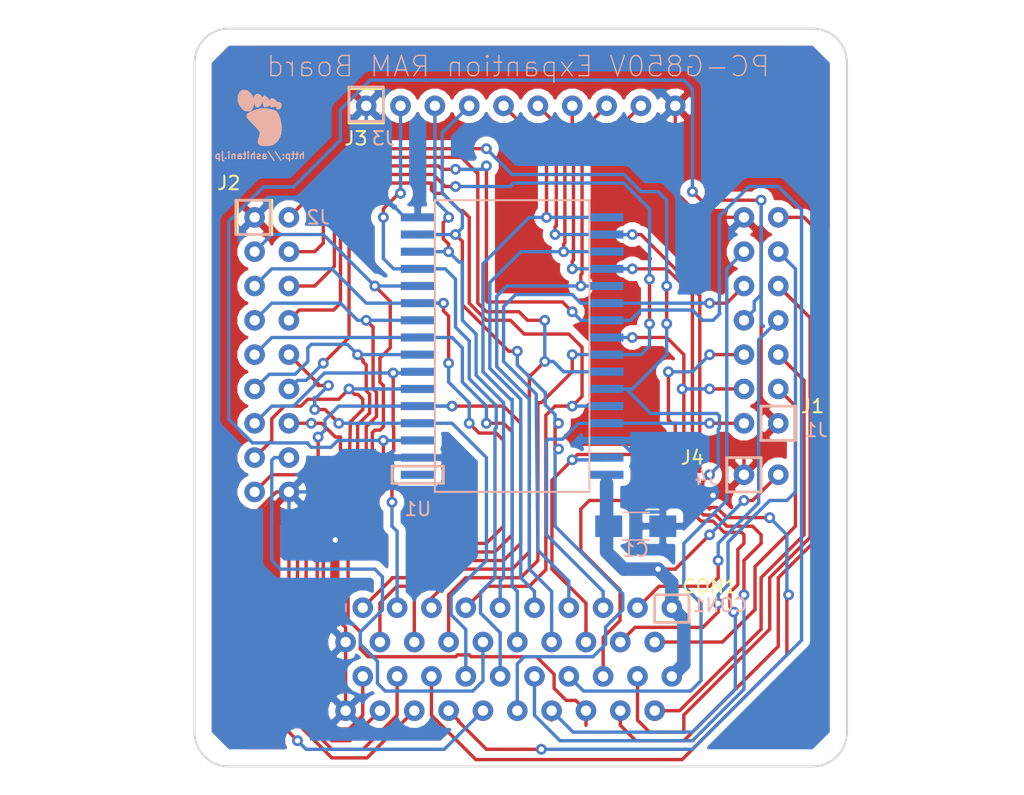
<source format=kicad_pcb>
(kicad_pcb (version 20171130) (host pcbnew "(5.0.0-3-g5ebb6b6)")

  (general
    (thickness 1.6)
    (drawings 59)
    (tracks 878)
    (zones 0)
    (modules 8)
    (nets 39)
  )

  (page A4)
  (layers
    (0 F.Cu signal)
    (31 B.Cu signal)
    (32 B.Adhes user)
    (33 F.Adhes user)
    (34 B.Paste user)
    (35 F.Paste user)
    (36 B.SilkS user)
    (37 F.SilkS user)
    (38 B.Mask user)
    (39 F.Mask user)
    (40 Dwgs.User user)
    (41 Cmts.User user)
    (42 Eco1.User user)
    (43 Eco2.User user)
    (44 Edge.Cuts user)
    (45 Margin user)
    (46 B.CrtYd user)
    (47 F.CrtYd user)
    (48 B.Fab user)
    (49 F.Fab user)
  )

  (setup
    (last_trace_width 0.25)
    (trace_clearance 0.2)
    (zone_clearance 0.508)
    (zone_45_only no)
    (trace_min 0.2)
    (segment_width 0.2)
    (edge_width 0.15)
    (via_size 0.8)
    (via_drill 0.4)
    (via_min_size 0.4)
    (via_min_drill 0.3)
    (uvia_size 0.3)
    (uvia_drill 0.1)
    (uvias_allowed no)
    (uvia_min_size 0.2)
    (uvia_min_drill 0.1)
    (pcb_text_width 0.3)
    (pcb_text_size 1.5 1.5)
    (mod_edge_width 0.15)
    (mod_text_size 1 1)
    (mod_text_width 0.15)
    (pad_size 1.524 1.524)
    (pad_drill 0.762)
    (pad_to_mask_clearance 0.2)
    (aux_axis_origin 0 0)
    (visible_elements FFFFFF7F)
    (pcbplotparams
      (layerselection 0x010f0_ffffffff)
      (usegerberextensions true)
      (usegerberattributes false)
      (usegerberadvancedattributes false)
      (creategerberjobfile false)
      (excludeedgelayer true)
      (linewidth 0.150000)
      (plotframeref false)
      (viasonmask false)
      (mode 1)
      (useauxorigin false)
      (hpglpennumber 1)
      (hpglpenspeed 20)
      (hpglpendiameter 15.000000)
      (psnegative false)
      (psa4output false)
      (plotreference true)
      (plotvalue true)
      (plotinvisibletext false)
      (padsonsilk false)
      (subtractmaskfromsilk false)
      (outputformat 1)
      (mirror false)
      (drillshape 0)
      (scaleselection 1)
      (outputdirectory "gerber/"))
  )

  (net 0 "")
  (net 1 GND)
  (net 2 +5V)
  (net 3 "Net-(CON1-Pad3)")
  (net 4 "Net-(CON1-Pad4)")
  (net 5 "Net-(CON1-Pad5)")
  (net 6 "Net-(CON1-Pad6)")
  (net 7 "Net-(CON1-Pad7)")
  (net 8 "Net-(CON1-Pad8)")
  (net 9 WR_)
  (net 10 RD_)
  (net 11 CEROM2)
  (net 12 "Net-(CON1-Pad14)")
  (net 13 /D7)
  (net 14 /D6)
  (net 15 /D5)
  (net 16 /D4)
  (net 17 /D3)
  (net 18 /D2)
  (net 19 /D1)
  (net 20 /D0)
  (net 21 /A13)
  (net 22 /A12)
  (net 23 /A11)
  (net 24 /A10)
  (net 25 /A9)
  (net 26 /A8)
  (net 27 /A7)
  (net 28 /A6)
  (net 29 /A5)
  (net 30 /A4)
  (net 31 /A3)
  (net 32 /A2)
  (net 33 /A1)
  (net 34 /A0)
  (net 35 B_A15)
  (net 36 B_A14)
  (net 37 /A15)
  (net 38 /A14)

  (net_class Default "これはデフォルトのネット クラスです。"
    (clearance 0.2)
    (trace_width 0.25)
    (via_dia 0.8)
    (via_drill 0.4)
    (uvia_dia 0.3)
    (uvia_drill 0.1)
    (add_net +5V)
    (add_net /A0)
    (add_net /A1)
    (add_net /A10)
    (add_net /A11)
    (add_net /A12)
    (add_net /A13)
    (add_net /A14)
    (add_net /A15)
    (add_net /A2)
    (add_net /A3)
    (add_net /A4)
    (add_net /A5)
    (add_net /A6)
    (add_net /A7)
    (add_net /A8)
    (add_net /A9)
    (add_net /D0)
    (add_net /D1)
    (add_net /D2)
    (add_net /D3)
    (add_net /D4)
    (add_net /D5)
    (add_net /D6)
    (add_net /D7)
    (add_net B_A14)
    (add_net B_A15)
    (add_net CEROM2)
    (add_net GND)
    (add_net "Net-(CON1-Pad14)")
    (add_net "Net-(CON1-Pad3)")
    (add_net "Net-(CON1-Pad4)")
    (add_net "Net-(CON1-Pad5)")
    (add_net "Net-(CON1-Pad6)")
    (add_net "Net-(CON1-Pad7)")
    (add_net "Net-(CON1-Pad8)")
    (add_net RD_)
    (add_net WR_)
  )

  (module g850:CARD_BUS (layer F.Cu) (tedit 5BE95C8D) (tstamp 5BF0FF5B)
    (at 192.786 121.6025 270)
    (path /5BE970DA)
    (fp_text reference CON1 (at 0.9525 -0.254) (layer F.SilkS)
      (effects (font (size 1 1) (thickness 0.15)))
    )
    (fp_text value CARD_BUS (at 15.5575 13.081) (layer F.Fab)
      (effects (font (size 1 1) (thickness 0.15)))
    )
    (pad 1 thru_hole circle (at 2.54 2.54 270) (size 1.524 1.524) (drill 0.762) (layers *.Cu *.Mask)
      (net 2 +5V))
    (pad 2 thru_hole circle (at 7.62 2.54 270) (size 1.524 1.524) (drill 0.762) (layers *.Cu *.Mask)
      (net 2 +5V))
    (pad 3 thru_hole circle (at 5.08 3.81 270) (size 1.524 1.524) (drill 0.762) (layers *.Cu *.Mask)
      (net 3 "Net-(CON1-Pad3)"))
    (pad 4 thru_hole circle (at 10.16 3.81 270) (size 1.524 1.524) (drill 0.762) (layers *.Cu *.Mask)
      (net 4 "Net-(CON1-Pad4)"))
    (pad 5 thru_hole circle (at 2.54 5.08 270) (size 1.524 1.524) (drill 0.762) (layers *.Cu *.Mask)
      (net 5 "Net-(CON1-Pad5)"))
    (pad 6 thru_hole circle (at 7.62 5.08 270) (size 1.524 1.524) (drill 0.762) (layers *.Cu *.Mask)
      (net 6 "Net-(CON1-Pad6)"))
    (pad 7 thru_hole circle (at 5.08 6.35 270) (size 1.524 1.524) (drill 0.762) (layers *.Cu *.Mask)
      (net 7 "Net-(CON1-Pad7)"))
    (pad 8 thru_hole circle (at 10.16 6.35 270) (size 1.524 1.524) (drill 0.762) (layers *.Cu *.Mask)
      (net 8 "Net-(CON1-Pad8)"))
    (pad 9 thru_hole circle (at 2.54 7.62 270) (size 1.524 1.524) (drill 0.762) (layers *.Cu *.Mask)
      (net 9 WR_))
    (pad 10 thru_hole circle (at 7.62 7.62 270) (size 1.524 1.524) (drill 0.762) (layers *.Cu *.Mask)
      (net 10 RD_))
    (pad 11 thru_hole circle (at 5.08 8.89 270) (size 1.524 1.524) (drill 0.762) (layers *.Cu *.Mask)
      (net 35 B_A15))
    (pad 12 thru_hole circle (at 10.16 8.89 270) (size 1.524 1.524) (drill 0.762) (layers *.Cu *.Mask)
      (net 36 B_A14))
    (pad 13 thru_hole circle (at 2.54 10.16 270) (size 1.524 1.524) (drill 0.762) (layers *.Cu *.Mask)
      (net 11 CEROM2))
    (pad 14 thru_hole circle (at 7.62 10.16 270) (size 1.524 1.524) (drill 0.762) (layers *.Cu *.Mask)
      (net 12 "Net-(CON1-Pad14)"))
    (pad 15 thru_hole circle (at 5.08 11.43 270) (size 1.524 1.524) (drill 0.762) (layers *.Cu *.Mask)
      (net 13 /D7))
    (pad 16 thru_hole circle (at 10.16 11.43 270) (size 1.524 1.524) (drill 0.762) (layers *.Cu *.Mask)
      (net 14 /D6))
    (pad 17 thru_hole circle (at 2.54 12.7 270) (size 1.524 1.524) (drill 0.762) (layers *.Cu *.Mask)
      (net 15 /D5))
    (pad 18 thru_hole circle (at 7.62 12.7 270) (size 1.524 1.524) (drill 0.762) (layers *.Cu *.Mask)
      (net 16 /D4))
    (pad 19 thru_hole circle (at 5.08 13.97 270) (size 1.524 1.524) (drill 0.762) (layers *.Cu *.Mask)
      (net 17 /D3))
    (pad 20 thru_hole circle (at 10.16 13.97 270) (size 1.524 1.524) (drill 0.762) (layers *.Cu *.Mask)
      (net 18 /D2))
    (pad 21 thru_hole circle (at 2.54 15.24 270) (size 1.524 1.524) (drill 0.762) (layers *.Cu *.Mask)
      (net 19 /D1))
    (pad 22 thru_hole circle (at 7.62 15.24 270) (size 1.524 1.524) (drill 0.762) (layers *.Cu *.Mask)
      (net 20 /D0))
    (pad 23 thru_hole circle (at 5.08 16.51 270) (size 1.524 1.524) (drill 0.762) (layers *.Cu *.Mask)
      (net 37 /A15))
    (pad 24 thru_hole circle (at 10.16 16.51 270) (size 1.524 1.524) (drill 0.762) (layers *.Cu *.Mask)
      (net 38 /A14))
    (pad 25 thru_hole circle (at 2.54 17.78 270) (size 1.524 1.524) (drill 0.762) (layers *.Cu *.Mask)
      (net 21 /A13))
    (pad 26 thru_hole circle (at 7.62 17.78 270) (size 1.524 1.524) (drill 0.762) (layers *.Cu *.Mask)
      (net 22 /A12))
    (pad 27 thru_hole circle (at 5.08 19.05 270) (size 1.524 1.524) (drill 0.762) (layers *.Cu *.Mask)
      (net 23 /A11))
    (pad 28 thru_hole circle (at 10.16 19.05 270) (size 1.524 1.524) (drill 0.762) (layers *.Cu *.Mask)
      (net 24 /A10))
    (pad 29 thru_hole circle (at 2.54 20.32 270) (size 1.524 1.524) (drill 0.762) (layers *.Cu *.Mask)
      (net 25 /A9))
    (pad 30 thru_hole circle (at 7.62 20.32 270) (size 1.524 1.524) (drill 0.762) (layers *.Cu *.Mask)
      (net 26 /A8))
    (pad 31 thru_hole circle (at 5.08 21.59 270) (size 1.524 1.524) (drill 0.762) (layers *.Cu *.Mask)
      (net 27 /A7))
    (pad 32 thru_hole circle (at 10.16 21.59 270) (size 1.524 1.524) (drill 0.762) (layers *.Cu *.Mask)
      (net 28 /A6))
    (pad 33 thru_hole circle (at 2.54 22.86 270) (size 1.524 1.524) (drill 0.762) (layers *.Cu *.Mask)
      (net 29 /A5))
    (pad 34 thru_hole circle (at 7.62 22.86 270) (size 1.524 1.524) (drill 0.762) (layers *.Cu *.Mask)
      (net 30 /A4))
    (pad 35 thru_hole circle (at 5.08 24.13 270) (size 1.524 1.524) (drill 0.762) (layers *.Cu *.Mask)
      (net 31 /A3))
    (pad 36 thru_hole circle (at 10.16 24.13 270) (size 1.524 1.524) (drill 0.762) (layers *.Cu *.Mask)
      (net 32 /A2))
    (pad 37 thru_hole circle (at 2.54 25.4 270) (size 1.524 1.524) (drill 0.762) (layers *.Cu *.Mask)
      (net 33 /A1))
    (pad 38 thru_hole circle (at 7.62 25.4 270) (size 1.524 1.524) (drill 0.762) (layers *.Cu *.Mask)
      (net 34 /A0))
    (pad 39 thru_hole circle (at 5.08 26.67 270) (size 1.524 1.524) (drill 0.762) (layers *.Cu *.Mask)
      (net 1 GND))
    (pad 40 thru_hole circle (at 10.16 26.67 270) (size 1.524 1.524) (drill 0.762) (layers *.Cu *.Mask)
      (net 1 GND))
  )

  (module Capacitors_SMD:C_1206_HandSoldering (layer B.Cu) (tedit 58AA84D1) (tstamp 5BF0C179)
    (at 187.579 118.11)
    (descr "Capacitor SMD 1206, hand soldering")
    (tags "capacitor 1206")
    (path /5BEA9430)
    (attr smd)
    (fp_text reference C1 (at 0 1.75) (layer B.SilkS)
      (effects (font (size 1 1) (thickness 0.15)) (justify mirror))
    )
    (fp_text value 104 (at 0 -2) (layer B.Fab)
      (effects (font (size 1 1) (thickness 0.15)) (justify mirror))
    )
    (fp_line (start 3.25 -1.05) (end -3.25 -1.05) (layer B.CrtYd) (width 0.05))
    (fp_line (start 3.25 -1.05) (end 3.25 1.05) (layer B.CrtYd) (width 0.05))
    (fp_line (start -3.25 1.05) (end -3.25 -1.05) (layer B.CrtYd) (width 0.05))
    (fp_line (start -3.25 1.05) (end 3.25 1.05) (layer B.CrtYd) (width 0.05))
    (fp_line (start -1 -1.02) (end 1 -1.02) (layer B.SilkS) (width 0.12))
    (fp_line (start 1 1.02) (end -1 1.02) (layer B.SilkS) (width 0.12))
    (fp_line (start -1.6 0.8) (end 1.6 0.8) (layer B.Fab) (width 0.1))
    (fp_line (start 1.6 0.8) (end 1.6 -0.8) (layer B.Fab) (width 0.1))
    (fp_line (start 1.6 -0.8) (end -1.6 -0.8) (layer B.Fab) (width 0.1))
    (fp_line (start -1.6 -0.8) (end -1.6 0.8) (layer B.Fab) (width 0.1))
    (fp_text user %R (at 0 1.75) (layer B.Fab)
      (effects (font (size 1 1) (thickness 0.15)) (justify mirror))
    )
    (pad 2 smd rect (at 2 0) (size 2 1.6) (layers B.Cu B.Paste B.Mask)
      (net 1 GND))
    (pad 1 smd rect (at -2 0) (size 2 1.6) (layers B.Cu B.Paste B.Mask)
      (net 2 +5V))
    (model Capacitors_SMD.3dshapes/C_1206.wrl
      (at (xyz 0 0 0))
      (scale (xyz 1 1 1))
      (rotate (xyz 0 0 0))
    )
  )

  (module g850:M68AF127 (layer B.Cu) (tedit 5BF0B257) (tstamp 5BF0C46E)
    (at 172.72 118.11)
    (path /5BEB5678)
    (fp_text reference U1 (at -1.27 -1.27) (layer B.SilkS)
      (effects (font (size 1 1) (thickness 0.15)) (justify mirror))
    )
    (fp_text value M68AF127 (at 5.715 -1.27) (layer B.Fab)
      (effects (font (size 1 1) (thickness 0.15)) (justify mirror))
    )
    (fp_line (start 0 -2.54) (end 11.43 -2.54) (layer B.SilkS) (width 0.15))
    (fp_line (start 11.43 -2.54) (end 11.43 -10.16) (layer B.SilkS) (width 0.15))
    (fp_line (start 0 -2.54) (end 0 -10.16) (layer B.SilkS) (width 0.15))
    (fp_line (start 11.43 -10.16) (end 11.43 -24.13) (layer B.SilkS) (width 0.15))
    (fp_line (start 11.43 -24.13) (end 0 -24.13) (layer B.SilkS) (width 0.15))
    (fp_line (start 0 -24.13) (end 0 -10.16) (layer B.SilkS) (width 0.15))
    (pad 1 smd rect (at -1.27 -3.81 270) (size 0.6 2.5) (layers B.Cu B.Paste B.Mask))
    (pad 2 smd rect (at -1.27 -5.08 270) (size 0.6 2.5) (layers B.Cu B.Paste B.Mask)
      (net 1 GND))
    (pad 4 smd rect (at -1.27 -7.62 270) (size 0.6 2.5) (layers B.Cu B.Paste B.Mask)
      (net 22 /A12))
    (pad 3 smd rect (at -1.27 -6.35 270) (size 0.6 2.5) (layers B.Cu B.Paste B.Mask)
      (net 36 B_A14))
    (pad 7 smd rect (at -1.27 -11.43 270) (size 0.6 2.5) (layers B.Cu B.Paste B.Mask)
      (net 29 /A5))
    (pad 8 smd rect (at -1.27 -12.7 270) (size 0.6 2.5) (layers B.Cu B.Paste B.Mask)
      (net 30 /A4))
    (pad 6 smd rect (at -1.27 -10.16 270) (size 0.6 2.5) (layers B.Cu B.Paste B.Mask)
      (net 28 /A6))
    (pad 5 smd rect (at -1.27 -8.89 270) (size 0.6 2.5) (layers B.Cu B.Paste B.Mask)
      (net 27 /A7))
    (pad 11 smd rect (at -1.27 -16.51 270) (size 0.6 2.5) (layers B.Cu B.Paste B.Mask)
      (net 33 /A1))
    (pad 12 smd rect (at -1.27 -17.78 270) (size 0.6 2.5) (layers B.Cu B.Paste B.Mask)
      (net 34 /A0))
    (pad 10 smd rect (at -1.27 -15.24 270) (size 0.6 2.5) (layers B.Cu B.Paste B.Mask)
      (net 32 /A2))
    (pad 9 smd rect (at -1.27 -13.97 270) (size 0.6 2.5) (layers B.Cu B.Paste B.Mask)
      (net 31 /A3))
    (pad 13 smd rect (at -1.27 -19.05 270) (size 0.6 2.5) (layers B.Cu B.Paste B.Mask)
      (net 20 /D0))
    (pad 15 smd rect (at -1.27 -21.59 270) (size 0.6 2.5) (layers B.Cu B.Paste B.Mask)
      (net 18 /D2))
    (pad 14 smd rect (at -1.27 -20.32 270) (size 0.6 2.5) (layers B.Cu B.Paste B.Mask)
      (net 19 /D1))
    (pad 16 smd rect (at -1.27 -22.86 270) (size 0.6 2.5) (layers B.Cu B.Paste B.Mask)
      (net 1 GND))
    (pad 18 smd rect (at 12.7 -21.59 270) (size 0.6 2.5) (layers B.Cu B.Paste B.Mask)
      (net 16 /D4))
    (pad 20 smd rect (at 12.7 -19.05 270) (size 0.6 2.5) (layers B.Cu B.Paste B.Mask)
      (net 14 /D6))
    (pad 24 smd rect (at 12.7 -13.97 270) (size 0.6 2.5) (layers B.Cu B.Paste B.Mask)
      (net 10 RD_))
    (pad 23 smd rect (at 12.7 -15.24 270) (size 0.6 2.5) (layers B.Cu B.Paste B.Mask)
      (net 24 /A10))
    (pad 21 smd rect (at 12.7 -17.78 270) (size 0.6 2.5) (layers B.Cu B.Paste B.Mask)
      (net 13 /D7))
    (pad 22 smd rect (at 12.7 -16.51 270) (size 0.6 2.5) (layers B.Cu B.Paste B.Mask)
      (net 11 CEROM2))
    (pad 30 smd rect (at 12.7 -6.35 270) (size 0.6 2.5) (layers B.Cu B.Paste B.Mask)
      (net 1 GND))
    (pad 29 smd rect (at 12.7 -7.62 270) (size 0.6 2.5) (layers B.Cu B.Paste B.Mask)
      (net 9 WR_))
    (pad 17 smd rect (at 12.7 -22.86 270) (size 0.6 2.5) (layers B.Cu B.Paste B.Mask)
      (net 17 /D3))
    (pad 19 smd rect (at 12.7 -20.32 270) (size 0.6 2.5) (layers B.Cu B.Paste B.Mask)
      (net 15 /D5))
    (pad 31 smd rect (at 12.7 -5.08 270) (size 0.6 2.5) (layers B.Cu B.Paste B.Mask)
      (net 35 B_A15))
    (pad 32 smd rect (at 12.7 -3.81 270) (size 0.6 2.5) (layers B.Cu B.Paste B.Mask)
      (net 2 +5V))
    (pad 28 smd rect (at 12.7 -8.89 270) (size 0.6 2.5) (layers B.Cu B.Paste B.Mask)
      (net 21 /A13))
    (pad 26 smd rect (at 12.7 -11.43 270) (size 0.6 2.5) (layers B.Cu B.Paste B.Mask)
      (net 25 /A9))
    (pad 27 smd rect (at 12.7 -10.16 270) (size 0.6 2.5) (layers B.Cu B.Paste B.Mask)
      (net 26 /A8))
    (pad 25 smd rect (at 12.7 -12.7 270) (size 0.6 2.5) (layers B.Cu B.Paste B.Mask)
      (net 23 /A11))
  )

  (module g850:CONN_1x14 (layer F.Cu) (tedit 5BF0B75C) (tstamp 5BF0ED5B)
    (at 200.66 113.03 180)
    (path /5BF785BB)
    (fp_text reference J1 (at 0 3.81) (layer F.SilkS)
      (effects (font (size 1 1) (thickness 0.15)))
    )
    (fp_text value Conn_01x14_Male (at -8.255 8.255) (layer F.Fab)
      (effects (font (size 1 1) (thickness 0.15)))
    )
    (pad 1 thru_hole circle (at 2.54 2.54 180) (size 1.524 1.524) (drill 0.762) (layers *.Cu *.Mask)
      (net 1 GND))
    (pad 2 thru_hole circle (at 2.54 5.08 180) (size 1.524 1.524) (drill 0.762) (layers *.Cu *.Mask)
      (net 3 "Net-(CON1-Pad3)"))
    (pad 3 thru_hole circle (at 2.54 7.62 180) (size 1.524 1.524) (drill 0.762) (layers *.Cu *.Mask)
      (net 4 "Net-(CON1-Pad4)"))
    (pad 4 thru_hole circle (at 2.54 10.16 180) (size 1.524 1.524) (drill 0.762) (layers *.Cu *.Mask)
      (net 5 "Net-(CON1-Pad5)"))
    (pad 5 thru_hole circle (at 2.54 12.7 180) (size 1.524 1.524) (drill 0.762) (layers *.Cu *.Mask)
      (net 6 "Net-(CON1-Pad6)"))
    (pad 6 thru_hole circle (at 2.54 15.24 180) (size 1.524 1.524) (drill 0.762) (layers *.Cu *.Mask)
      (net 7 "Net-(CON1-Pad7)"))
    (pad 7 thru_hole circle (at 2.54 17.78 180) (size 1.524 1.524) (drill 0.762) (layers *.Cu *.Mask)
      (net 8 "Net-(CON1-Pad8)"))
    (pad 8 thru_hole circle (at 5.08 2.54 180) (size 1.524 1.524) (drill 0.762) (layers *.Cu *.Mask)
      (net 9 WR_))
    (pad 9 thru_hole circle (at 5.08 5.08 180) (size 1.524 1.524) (drill 0.762) (layers *.Cu *.Mask)
      (net 10 RD_))
    (pad 10 thru_hole circle (at 5.08 7.62 180) (size 1.524 1.524) (drill 0.762) (layers *.Cu *.Mask)
      (net 35 B_A15))
    (pad 11 thru_hole circle (at 5.08 10.16 180) (size 1.524 1.524) (drill 0.762) (layers *.Cu *.Mask)
      (net 36 B_A14))
    (pad 12 thru_hole circle (at 5.08 12.7 180) (size 1.524 1.524) (drill 0.762) (layers *.Cu *.Mask)
      (net 11 CEROM2))
    (pad 13 thru_hole circle (at 5.08 15.24 180) (size 1.524 1.524) (drill 0.762) (layers *.Cu *.Mask)
      (net 12 "Net-(CON1-Pad14)"))
    (pad 14 thru_hole circle (at 5.08 17.78 180) (size 1.524 1.524) (drill 0.762) (layers *.Cu *.Mask)
      (net 1 GND))
  )

  (module g850:CONN_1x10 (layer F.Cu) (tedit 5BF0BCC3) (tstamp 5BF0ED6C)
    (at 165.1 86.995 90)
    (path /5BF91BF4)
    (fp_text reference J3 (at -2.413 1.778 180) (layer F.SilkS)
      (effects (font (size 1 1) (thickness 0.15)))
    )
    (fp_text value Conn_01x10_Male (at 6.985 12.7 180) (layer F.Fab)
      (effects (font (size 1 1) (thickness 0.15)))
    )
    (pad 1 thru_hole circle (at 0 2.54 90) (size 1.524 1.524) (drill 0.762) (layers *.Cu *.Mask)
      (net 1 GND))
    (pad 2 thru_hole circle (at 0 5.08 90) (size 1.524 1.524) (drill 0.762) (layers *.Cu *.Mask)
      (net 20 /D0))
    (pad 3 thru_hole circle (at 0 7.62 90) (size 1.524 1.524) (drill 0.762) (layers *.Cu *.Mask)
      (net 19 /D1))
    (pad 4 thru_hole circle (at 0 10.16 90) (size 1.524 1.524) (drill 0.762) (layers *.Cu *.Mask)
      (net 18 /D2))
    (pad 5 thru_hole circle (at 0 12.7 90) (size 1.524 1.524) (drill 0.762) (layers *.Cu *.Mask)
      (net 17 /D3))
    (pad 6 thru_hole circle (at 0 15.24 90) (size 1.524 1.524) (drill 0.762) (layers *.Cu *.Mask)
      (net 16 /D4))
    (pad 7 thru_hole circle (at 0 17.78 90) (size 1.524 1.524) (drill 0.762) (layers *.Cu *.Mask)
      (net 15 /D5))
    (pad 8 thru_hole circle (at 0 20.32 90) (size 1.524 1.524) (drill 0.762) (layers *.Cu *.Mask)
      (net 14 /D6))
    (pad 9 thru_hole circle (at 0 22.86 90) (size 1.524 1.524) (drill 0.762) (layers *.Cu *.Mask)
      (net 13 /D7))
    (pad 10 thru_hole circle (at 0 25.4 90) (size 1.524 1.524) (drill 0.762) (layers *.Cu *.Mask)
      (net 1 GND))
  )

  (module g850:CONN_1x2 (layer F.Cu) (tedit 5BF0B789) (tstamp 5BF0ED79)
    (at 193.04 114.3 90)
    (path /5C040446)
    (fp_text reference J4 (at 1.27 -1.27 180) (layer F.SilkS)
      (effects (font (size 1 1) (thickness 0.15)))
    )
    (fp_text value Conn_01x02_Male (at -3.81 16.51 180) (layer F.Fab)
      (effects (font (size 1 1) (thickness 0.15)))
    )
    (pad 1 thru_hole circle (at 0 2.54 90) (size 1.524 1.524) (drill 0.762) (layers *.Cu *.Mask)
      (net 1 GND))
    (pad 2 thru_hole circle (at 0 5.08 90) (size 1.524 1.524) (drill 0.762) (layers *.Cu *.Mask)
      (net 2 +5V))
  )

  (module g850:CONN_01x18 (layer F.Cu) (tedit 5BF0B6A8) (tstamp 5BF0F0C0)
    (at 156.845 92.71)
    (path /5BF6BC12)
    (fp_text reference J2 (at 0.635 0) (layer F.SilkS)
      (effects (font (size 1 1) (thickness 0.15)))
    )
    (fp_text value Conn_01x18_Male (at -9.525 11.43) (layer F.Fab)
      (effects (font (size 1 1) (thickness 0.15)))
    )
    (pad 1 thru_hole circle (at 2.54 2.54) (size 1.524 1.524) (drill 0.762) (layers *.Cu *.Mask)
      (net 1 GND))
    (pad 2 thru_hole circle (at 2.54 5.08) (size 1.524 1.524) (drill 0.762) (layers *.Cu *.Mask)
      (net 34 /A0))
    (pad 3 thru_hole circle (at 2.54 7.62) (size 1.524 1.524) (drill 0.762) (layers *.Cu *.Mask)
      (net 33 /A1))
    (pad 4 thru_hole circle (at 2.54 10.16) (size 1.524 1.524) (drill 0.762) (layers *.Cu *.Mask)
      (net 32 /A2))
    (pad 5 thru_hole circle (at 2.54 12.7) (size 1.524 1.524) (drill 0.762) (layers *.Cu *.Mask)
      (net 31 /A3))
    (pad 6 thru_hole circle (at 2.54 15.24) (size 1.524 1.524) (drill 0.762) (layers *.Cu *.Mask)
      (net 30 /A4))
    (pad 7 thru_hole circle (at 2.54 17.78) (size 1.524 1.524) (drill 0.762) (layers *.Cu *.Mask)
      (net 29 /A5))
    (pad 8 thru_hole circle (at 2.54 20.32) (size 1.524 1.524) (drill 0.762) (layers *.Cu *.Mask)
      (net 28 /A6))
    (pad 9 thru_hole circle (at 2.54 22.86) (size 1.524 1.524) (drill 0.762) (layers *.Cu *.Mask)
      (net 27 /A7))
    (pad 10 thru_hole circle (at 5.08 2.54) (size 1.524 1.524) (drill 0.762) (layers *.Cu *.Mask)
      (net 26 /A8))
    (pad 11 thru_hole circle (at 5.08 5.08) (size 1.524 1.524) (drill 0.762) (layers *.Cu *.Mask)
      (net 25 /A9))
    (pad 12 thru_hole circle (at 5.08 7.62) (size 1.524 1.524) (drill 0.762) (layers *.Cu *.Mask)
      (net 24 /A10))
    (pad 13 thru_hole circle (at 5.08 10.16) (size 1.524 1.524) (drill 0.762) (layers *.Cu *.Mask)
      (net 23 /A11))
    (pad 14 thru_hole circle (at 5.08 12.7) (size 1.524 1.524) (drill 0.762) (layers *.Cu *.Mask)
      (net 22 /A12))
    (pad 15 thru_hole circle (at 5.08 15.24) (size 1.524 1.524) (drill 0.762) (layers *.Cu *.Mask)
      (net 21 /A13))
    (pad 16 thru_hole circle (at 5.08 17.78) (size 1.524 1.524) (drill 0.762) (layers *.Cu *.Mask)
      (net 38 /A14))
    (pad 17 thru_hole circle (at 5.08 20.32) (size 1.524 1.524) (drill 0.762) (layers *.Cu *.Mask)
      (net 37 /A15))
    (pad 18 thru_hole circle (at 5.08 22.86) (size 1.524 1.524) (drill 0.762) (layers *.Cu *.Mask)
      (net 1 GND))
  )

  (module ashi_logo:ashi_logo (layer F.Cu) (tedit 5BF1110E) (tstamp 5BF1114B)
    (at 159.766 87.884)
    (fp_text reference G*** (at 0 3.81) (layer F.SilkS) hide
      (effects (font (size 1.524 1.524) (thickness 0.3)))
    )
    (fp_text value LOGO (at -2.54 3.81) (layer F.SilkS) hide
      (effects (font (size 1.524 1.524) (thickness 0.3)))
    )
    (fp_poly (pts (xy -0.967488 -2.043897) (xy -0.812551 -1.957228) (xy -0.673447 -1.83042) (xy -0.559544 -1.671586)
      (xy -0.495227 -1.533444) (xy -0.470198 -1.468224) (xy -0.458369 -1.452592) (xy -0.454239 -1.48288)
      (xy -0.453545 -1.505655) (xy -0.426645 -1.594248) (xy -0.361185 -1.679432) (xy -0.273712 -1.745591)
      (xy -0.180775 -1.777105) (xy -0.1651 -1.777894) (xy -0.05653 -1.756815) (xy 0.048062 -1.702377)
      (xy 0.126836 -1.627439) (xy 0.146216 -1.59462) (xy 0.17931 -1.53692) (xy 0.208931 -1.532131)
      (xy 0.246342 -1.578675) (xy 0.24745 -1.580444) (xy 0.302718 -1.625481) (xy 0.352035 -1.636889)
      (xy 0.422738 -1.615119) (xy 0.5076 -1.558531) (xy 0.590926 -1.480212) (xy 0.657018 -1.393246)
      (xy 0.668141 -1.373376) (xy 0.71251 -1.287575) (xy 0.75208 -1.363096) (xy 0.81498 -1.432315)
      (xy 0.900632 -1.458024) (xy 0.998572 -1.442353) (xy 1.098339 -1.387429) (xy 1.189472 -1.295384)
      (xy 1.20725 -1.270472) (xy 1.258853 -1.205965) (xy 1.30872 -1.181054) (xy 1.357762 -1.181031)
      (xy 1.466017 -1.166212) (xy 1.555592 -1.102538) (xy 1.607534 -1.018734) (xy 1.625975 -0.911203)
      (xy 1.601934 -0.803501) (xy 1.544011 -0.709785) (xy 1.46081 -0.644215) (xy 1.365812 -0.620889)
      (xy 1.299365 -0.628037) (xy 1.257405 -0.65959) (xy 1.220991 -0.726722) (xy 1.189296 -0.795394)
      (xy 1.168516 -0.838436) (xy 1.165632 -0.843685) (xy 1.137631 -0.841068) (xy 1.074454 -0.821956)
      (xy 1.031358 -0.80631) (xy 0.911817 -0.775217) (xy 0.825876 -0.787476) (xy 0.770076 -0.843861)
      (xy 0.759519 -0.867301) (xy 0.73205 -0.93955) (xy 0.663279 -0.874943) (xy 0.566063 -0.819309)
      (xy 0.452534 -0.796694) (xy 0.367981 -0.790542) (xy 0.320787 -0.799096) (xy 0.292161 -0.831307)
      (xy 0.268169 -0.884508) (xy 0.23958 -0.982144) (xy 0.224315 -1.090476) (xy 0.223699 -1.106816)
      (xy 0.221621 -1.227666) (xy 0.17431 -1.102063) (xy 0.124624 -1.003896) (xy 0.054537 -0.902929)
      (xy 0.023658 -0.867255) (xy -0.04616 -0.800898) (xy -0.102635 -0.770581) (xy -0.165209 -0.7664)
      (xy -0.172996 -0.767081) (xy -0.26053 -0.801417) (xy -0.335094 -0.876645) (xy -0.384568 -0.977221)
      (xy -0.397818 -1.055451) (xy -0.403066 -1.07964) (xy -0.414855 -1.050918) (xy -0.432035 -0.972296)
      (xy -0.434422 -0.959555) (xy -0.482375 -0.770237) (xy -0.548608 -0.631659) (xy -0.636372 -0.540151)
      (xy -0.748921 -0.492047) (xy -0.857529 -0.482323) (xy -0.963674 -0.489347) (xy -1.063097 -0.504097)
      (xy -1.095272 -0.511782) (xy -1.187809 -0.560065) (xy -1.291767 -0.649591) (xy -1.396878 -0.769492)
      (xy -1.492872 -0.9089) (xy -1.526981 -0.968741) (xy -1.574223 -1.063936) (xy -1.60364 -1.147329)
      (xy -1.620384 -1.2401) (xy -1.629607 -1.36343) (xy -1.631148 -1.397) (xy -1.635053 -1.522562)
      (xy -1.631665 -1.610446) (xy -1.617768 -1.679267) (xy -1.590147 -1.747645) (xy -1.5605 -1.806022)
      (xy -1.470191 -1.946085) (xy -1.369952 -2.034993) (xy -1.251561 -2.07801) (xy -1.128889 -2.08231)
      (xy -0.967488 -2.043897)) (layer B.SilkS) (width 0.01))
    (fp_poly (pts (xy 0.462221 -0.697282) (xy 0.660714 -0.674186) (xy 0.84961 -0.638853) (xy 1.017951 -0.593868)
      (xy 1.15478 -0.541816) (xy 1.24914 -0.485285) (xy 1.266143 -0.469343) (xy 1.346279 -0.357107)
      (xy 1.423496 -0.200707) (xy 1.493837 -0.012414) (xy 1.553343 0.195501) (xy 1.598057 0.410768)
      (xy 1.624022 0.621114) (xy 1.625694 0.645504) (xy 1.622734 0.936926) (xy 1.57828 1.207422)
      (xy 1.494832 1.451646) (xy 1.37489 1.664251) (xy 1.220953 1.83989) (xy 1.035522 1.973217)
      (xy 0.995152 1.994199) (xy 0.919942 2.028311) (xy 0.849878 2.051424) (xy 0.77014 2.066126)
      (xy 0.665907 2.075004) (xy 0.522355 2.080643) (xy 0.495545 2.081396) (xy 0.342124 2.084165)
      (xy 0.231962 2.081861) (xy 0.152005 2.07322) (xy 0.089196 2.056981) (xy 0.042333 2.037582)
      (xy -0.057549 1.98097) (xy -0.119745 1.91689) (xy -0.147175 1.835129) (xy -0.142759 1.725473)
      (xy -0.109417 1.57771) (xy -0.099346 1.542034) (xy -0.053882 1.37951) (xy -0.024925 1.259518)
      (xy -0.011188 1.171022) (xy -0.011388 1.102986) (xy -0.024237 1.044375) (xy -0.037332 1.009507)
      (xy -0.071565 0.955932) (xy -0.140534 0.870662) (xy -0.237971 0.760793) (xy -0.357608 0.633421)
      (xy -0.477113 0.511653) (xy -0.639703 0.347347) (xy -0.765129 0.215656) (xy -0.857757 0.110972)
      (xy -0.921954 0.027684) (xy -0.962086 -0.039818) (xy -0.982518 -0.097144) (xy -0.987673 -0.14436)
      (xy -0.971396 -0.230966) (xy -0.919433 -0.310413) (xy -0.827476 -0.385689) (xy -0.691217 -0.459782)
      (xy -0.506348 -0.535682) (xy -0.340922 -0.593062) (xy -0.186458 -0.642121) (xy -0.067181 -0.674622)
      (xy 0.034569 -0.693841) (xy 0.136448 -0.703057) (xy 0.256115 -0.705548) (xy 0.265088 -0.705555)
      (xy 0.462221 -0.697282)) (layer B.SilkS) (width 0.01))
  )

  (gr_text J2 (at 164.084 95.25) (layer B.SilkS)
    (effects (font (size 1 1) (thickness 0.15)) (justify mirror))
  )
  (gr_text J3 (at 168.91 89.408) (layer B.SilkS)
    (effects (font (size 1 1) (thickness 0.15)) (justify mirror))
  )
  (gr_text "CON1\n" (at 193.802 123.952) (layer B.SilkS)
    (effects (font (size 1 1) (thickness 0.15)) (justify mirror))
  )
  (gr_text J4 (at 192.786 114.554) (layer B.SilkS)
    (effects (font (size 1 1) (thickness 0.15)) (justify mirror))
  )
  (gr_text J1 (at 200.914 110.998) (layer B.SilkS)
    (effects (font (size 1 1) (thickness 0.15)) (justify mirror))
  )
  (gr_line (start 166.37 88.138) (end 166.37 85.598) (layer B.SilkS) (width 0.2))
  (gr_line (start 168.91 88.138) (end 166.37 88.138) (layer B.SilkS) (width 0.2))
  (gr_line (start 168.91 85.598) (end 168.91 88.138) (layer B.SilkS) (width 0.2))
  (gr_line (start 166.37 85.598) (end 168.91 85.598) (layer B.SilkS) (width 0.2))
  (gr_line (start 157.988 96.52) (end 157.988 93.98) (layer B.SilkS) (width 0.2))
  (gr_line (start 160.528 96.52) (end 157.988 96.52) (layer B.SilkS) (width 0.2))
  (gr_line (start 160.528 93.98) (end 160.528 96.52) (layer B.SilkS) (width 0.2))
  (gr_line (start 157.988 93.98) (end 160.528 93.98) (layer B.SilkS) (width 0.2))
  (gr_line (start 191.516 123.19) (end 188.976 123.19) (layer B.SilkS) (width 0.2))
  (gr_line (start 191.516 125.222) (end 191.516 123.19) (layer B.SilkS) (width 0.2))
  (gr_line (start 188.976 125.222) (end 191.516 125.222) (layer B.SilkS) (width 0.2))
  (gr_line (start 188.976 123.19) (end 188.976 125.222) (layer B.SilkS) (width 0.2))
  (gr_line (start 194.31 115.57) (end 194.31 113.03) (layer B.SilkS) (width 0.2))
  (gr_line (start 196.85 115.57) (end 194.31 115.57) (layer B.SilkS) (width 0.2))
  (gr_line (start 196.85 113.03) (end 196.85 115.57) (layer B.SilkS) (width 0.2))
  (gr_line (start 194.31 113.03) (end 196.85 113.03) (layer B.SilkS) (width 0.2))
  (gr_line (start 196.85 111.76) (end 196.85 109.22) (layer B.SilkS) (width 0.2))
  (gr_line (start 199.39 111.76) (end 196.85 111.76) (layer B.SilkS) (width 0.2))
  (gr_line (start 199.39 109.22) (end 199.39 111.76) (layer B.SilkS) (width 0.2))
  (gr_line (start 196.85 109.22) (end 199.39 109.22) (layer B.SilkS) (width 0.2))
  (gr_text http://ashitani.jp (at 159.766 90.678) (layer B.SilkS)
    (effects (font (size 0.5 0.5) (thickness 0.1)) (justify mirror))
  )
  (gr_arc (start 157.48 83.82) (end 157.48 81.28) (angle -90) (layer Edge.Cuts) (width 0.15))
  (gr_arc (start 157.48 133.35) (end 154.94 133.35) (angle -90) (layer Edge.Cuts) (width 0.15))
  (gr_arc (start 200.66 133.35) (end 200.66 135.89) (angle -90) (layer Edge.Cuts) (width 0.15))
  (gr_arc (start 200.66 83.82) (end 203.2 83.82) (angle -90) (layer Edge.Cuts) (width 0.15))
  (gr_line (start 154.94 133.35) (end 154.94 83.82) (layer Edge.Cuts) (width 0.15))
  (gr_line (start 200.66 135.89) (end 157.48 135.89) (layer Edge.Cuts) (width 0.15))
  (gr_line (start 203.2 83.82) (end 203.2 133.35) (layer Edge.Cuts) (width 0.15))
  (gr_line (start 157.48 81.28) (end 200.66 81.28) (layer Edge.Cuts) (width 0.15))
  (gr_line (start 169.545 114.935) (end 169.545 113.665) (layer B.SilkS) (width 0.2))
  (gr_line (start 173.355 114.935) (end 169.545 114.935) (layer B.SilkS) (width 0.2))
  (gr_line (start 173.355 113.665) (end 173.355 114.935) (layer B.SilkS) (width 0.2))
  (gr_line (start 169.545 113.665) (end 173.355 113.665) (layer B.SilkS) (width 0.2))
  (gr_text "PC-G850V Expantion RAM Board " (at 178.308 84.074) (layer B.SilkS)
    (effects (font (size 1.5 1.5) (thickness 0.1)) (justify mirror))
  )
  (gr_line (start 191.516 125.222) (end 191.516 123.19) (layer F.SilkS) (width 0.2))
  (gr_line (start 188.976 125.222) (end 191.516 125.222) (layer F.SilkS) (width 0.2))
  (gr_line (start 188.976 123.19) (end 188.976 125.222) (layer F.SilkS) (width 0.2))
  (gr_line (start 191.516 123.19) (end 188.976 123.19) (layer F.SilkS) (width 0.2))
  (gr_line (start 196.85 111.76) (end 196.85 109.22) (layer F.SilkS) (width 0.2))
  (gr_line (start 199.39 111.76) (end 196.85 111.76) (layer F.SilkS) (width 0.2))
  (gr_line (start 199.39 109.22) (end 199.39 111.76) (layer F.SilkS) (width 0.2))
  (gr_line (start 196.85 109.22) (end 199.39 109.22) (layer F.SilkS) (width 0.2))
  (gr_line (start 194.31 115.57) (end 194.31 113.03) (layer F.SilkS) (width 0.2))
  (gr_line (start 196.85 115.57) (end 194.31 115.57) (layer F.SilkS) (width 0.2))
  (gr_line (start 196.85 113.03) (end 196.85 115.57) (layer F.SilkS) (width 0.2))
  (gr_line (start 194.31 113.03) (end 196.85 113.03) (layer F.SilkS) (width 0.2))
  (gr_line (start 158.115 96.52) (end 158.115 93.98) (layer F.SilkS) (width 0.2))
  (gr_line (start 160.655 96.52) (end 158.115 96.52) (layer F.SilkS) (width 0.2))
  (gr_line (start 160.655 93.98) (end 160.655 96.52) (layer F.SilkS) (width 0.2))
  (gr_line (start 158.115 93.98) (end 160.655 93.98) (layer F.SilkS) (width 0.2))
  (gr_line (start 166.37 88.265) (end 166.37 85.725) (layer F.SilkS) (width 0.2))
  (gr_line (start 168.91 88.265) (end 166.37 88.265) (layer F.SilkS) (width 0.2))
  (gr_line (start 168.91 85.725) (end 168.91 88.265) (layer F.SilkS) (width 0.2))
  (gr_line (start 166.37 85.725) (end 168.91 85.725) (layer F.SilkS) (width 0.2))

  (segment (start 166.116 131.7625) (end 166.116 126.6825) (width 0.25) (layer F.Cu) (net 1))
  (segment (start 189.579 117.06) (end 189.865 116.774) (width 0.25) (layer B.Cu) (net 1))
  (segment (start 189.579 118.11) (end 189.579 117.06) (width 0.25) (layer B.Cu) (net 1))
  (segment (start 186.69 111.76) (end 185.42 111.76) (width 0.25) (layer B.Cu) (net 1))
  (segment (start 195.58 113.03) (end 198.12 110.49) (width 0.25) (layer F.Cu) (net 1))
  (segment (start 195.58 114.3) (end 195.58 113.03) (width 0.25) (layer F.Cu) (net 1))
  (segment (start 198.12 110.49) (end 196.85 109.22) (width 0.25) (layer F.Cu) (net 1))
  (segment (start 196.85 96.52) (end 196.215 95.885) (width 0.25) (layer F.Cu) (net 1))
  (segment (start 196.85 109.22) (end 196.85 96.52) (width 0.25) (layer F.Cu) (net 1))
  (segment (start 196.215 95.885) (end 195.58 95.25) (width 0.25) (layer F.Cu) (net 1))
  (segment (start 193.675 115.57) (end 193.675 115.57) (width 0.25) (layer B.Cu) (net 1) (tstamp 5BF1121E))
  (via (at 193.294 115.824) (size 0.8) (drill 0.4) (layers F.Cu B.Cu) (net 1))
  (segment (start 194.31 115.57) (end 195.58 114.3) (width 0.25) (layer F.Cu) (net 1))
  (segment (start 193.675 115.57) (end 194.31 115.57) (width 0.25) (layer F.Cu) (net 1))
  (segment (start 192.405 115.57) (end 193.675 115.57) (width 0.25) (layer B.Cu) (net 1))
  (segment (start 189.931 116.774) (end 191.135 115.57) (width 0.25) (layer B.Cu) (net 1))
  (segment (start 189.865 116.774) (end 189.931 116.774) (width 0.25) (layer B.Cu) (net 1))
  (segment (start 191.135 115.57) (end 192.405 115.57) (width 0.25) (layer B.Cu) (net 1))
  (segment (start 189.579 117.06) (end 188.18 117.06) (width 0.25) (layer B.Cu) (net 1))
  (segment (start 188.18 117.06) (end 187.325 116.205) (width 0.25) (layer B.Cu) (net 1))
  (segment (start 186.37 111.76) (end 185.42 111.76) (width 0.25) (layer B.Cu) (net 1))
  (segment (start 187.325 112.715) (end 186.37 111.76) (width 0.25) (layer B.Cu) (net 1))
  (segment (start 187.325 116.205) (end 187.325 112.715) (width 0.25) (layer B.Cu) (net 1))
  (segment (start 166.116 125.60487) (end 165.1 124.58887) (width 0.25) (layer F.Cu) (net 1))
  (segment (start 166.116 126.6825) (end 166.116 125.60487) (width 0.25) (layer F.Cu) (net 1))
  (segment (start 165.1 124.58887) (end 165.1 120.65) (width 0.25) (layer F.Cu) (net 1))
  (segment (start 165.1 120.65) (end 165.1 120.65) (width 0.25) (layer F.Cu) (net 1) (tstamp 5BF115E5))
  (segment (start 165.1 120.65) (end 163.83 120.65) (width 0.25) (layer B.Cu) (net 1))
  (segment (start 161.925 118.745) (end 161.925 115.57) (width 0.25) (layer B.Cu) (net 1))
  (segment (start 163.83 120.65) (end 161.925 118.745) (width 0.25) (layer B.Cu) (net 1))
  (segment (start 161.925 115.57) (end 166.37 115.57) (width 0.25) (layer B.Cu) (net 1))
  (segment (start 168.91 113.03) (end 171.45 113.03) (width 0.25) (layer B.Cu) (net 1))
  (segment (start 166.37 115.57) (end 168.91 113.03) (width 0.25) (layer B.Cu) (net 1))
  (segment (start 160.993762 115.57) (end 159.088762 117.475) (width 0.25) (layer F.Cu) (net 1))
  (segment (start 161.925 115.57) (end 160.993762 115.57) (width 0.25) (layer F.Cu) (net 1))
  (segment (start 159.088762 117.475) (end 158.115 117.475) (width 0.25) (layer F.Cu) (net 1))
  (segment (start 158.115 117.475) (end 156.845 116.205) (width 0.25) (layer F.Cu) (net 1))
  (segment (start 156.845 97.79) (end 159.385 95.25) (width 0.25) (layer F.Cu) (net 1))
  (segment (start 156.845 116.205) (end 156.845 97.79) (width 0.25) (layer F.Cu) (net 1))
  (segment (start 168.401999 86.233001) (end 168.401999 85.598001) (width 0.25) (layer F.Cu) (net 1))
  (segment (start 168.401999 85.598001) (end 168.91 85.09) (width 0.25) (layer F.Cu) (net 1))
  (segment (start 188.595 85.09) (end 190.5 86.995) (width 0.25) (layer F.Cu) (net 1))
  (segment (start 168.91 85.09) (end 188.595 85.09) (width 0.25) (layer F.Cu) (net 1))
  (segment (start 168.401999 86.233001) (end 167.64 86.995) (width 0.25) (layer F.Cu) (net 1))
  (segment (start 167.64 92.39) (end 167.64 88.07263) (width 0.25) (layer B.Cu) (net 1))
  (segment (start 170.5 95.25) (end 167.64 92.39) (width 0.25) (layer B.Cu) (net 1))
  (segment (start 167.64 88.07263) (end 167.64 86.995) (width 0.25) (layer B.Cu) (net 1))
  (segment (start 171.45 95.25) (end 170.5 95.25) (width 0.25) (layer B.Cu) (net 1))
  (segment (start 195.58 95.25) (end 192.405 95.25) (width 0.25) (layer F.Cu) (net 1))
  (segment (start 190.5 93.345) (end 190.5 86.995) (width 0.25) (layer F.Cu) (net 1))
  (segment (start 192.405 95.25) (end 190.5 93.345) (width 0.25) (layer F.Cu) (net 1))
  (segment (start 159.385 95.25) (end 167.64 86.995) (width 0.25) (layer F.Cu) (net 1))
  (via (at 165.354 119.126) (size 0.8) (drill 0.4) (layers F.Cu B.Cu) (net 1))
  (segment (start 191.135 125.0315) (end 190.246 124.1425) (width 1) (layer B.Cu) (net 2))
  (segment (start 191.135 128.3335) (end 191.135 125.0315) (width 1) (layer B.Cu) (net 2))
  (segment (start 190.246 129.2225) (end 191.135 128.3335) (width 1) (layer B.Cu) (net 2))
  (segment (start 186.69 121.285) (end 185.42 120.015) (width 1) (layer B.Cu) (net 2))
  (segment (start 189.23 121.285) (end 189.23 121.285) (width 1) (layer B.Cu) (net 2))
  (segment (start 190.246 122.301) (end 189.23 121.285) (width 1) (layer B.Cu) (net 2))
  (segment (start 190.246 124.1425) (end 190.246 122.301) (width 1) (layer B.Cu) (net 2))
  (segment (start 185.42 120.015) (end 185.42 114.935) (width 1) (layer B.Cu) (net 2))
  (segment (start 185.42 114.935) (end 185.42 114.3) (width 0.25) (layer B.Cu) (net 2))
  (segment (start 189.23 121.285) (end 186.69 121.285) (width 1) (layer B.Cu) (net 2) (tstamp 5BF11228))
  (via (at 189.23 121.285) (size 0.8) (drill 0.4) (layers F.Cu B.Cu) (net 2))
  (segment (start 189.23 121.285) (end 190.5 121.285) (width 0.25) (layer F.Cu) (net 2))
  (segment (start 190.5 121.285) (end 193.04 118.745) (width 0.25) (layer F.Cu) (net 2))
  (segment (start 193.04 118.745) (end 193.04 118.745) (width 0.25) (layer F.Cu) (net 2) (tstamp 5BF1122A))
  (via (at 193.04 118.745) (size 0.8) (drill 0.4) (layers F.Cu B.Cu) (net 2))
  (segment (start 193.04 118.745) (end 195.58 116.205) (width 0.25) (layer B.Cu) (net 2))
  (segment (start 195.58 116.205) (end 195.58 116.205) (width 0.25) (layer B.Cu) (net 2) (tstamp 5BF1122C))
  (via (at 195.58 116.205) (size 0.8) (drill 0.4) (layers F.Cu B.Cu) (net 2))
  (segment (start 196.215 116.205) (end 198.12 114.3) (width 0.25) (layer F.Cu) (net 2))
  (segment (start 195.58 116.205) (end 196.215 116.205) (width 0.25) (layer F.Cu) (net 2))
  (segment (start 199.39 109.22) (end 198.12 107.95) (width 0.25) (layer F.Cu) (net 3))
  (segment (start 199.39 118.11) (end 199.39 109.22) (width 0.25) (layer F.Cu) (net 3))
  (segment (start 196.39999 121.10001) (end 199.39 118.11) (width 0.25) (layer F.Cu) (net 3))
  (segment (start 196.39999 124.27501) (end 196.39999 121.10001) (width 0.25) (layer F.Cu) (net 3))
  (segment (start 193.9925 126.6825) (end 196.39999 124.27501) (width 0.25) (layer F.Cu) (net 3))
  (segment (start 188.976 126.6825) (end 193.9925 126.6825) (width 0.25) (layer F.Cu) (net 3))
  (segment (start 188.976 131.7625) (end 190.8175 131.7625) (width 0.25) (layer F.Cu) (net 4))
  (segment (start 196.85 125.73) (end 196.85 121.92) (width 0.25) (layer F.Cu) (net 4))
  (segment (start 190.8175 131.7625) (end 196.85 125.73) (width 0.25) (layer F.Cu) (net 4))
  (segment (start 196.85 121.92) (end 199.39 119.38) (width 0.25) (layer F.Cu) (net 4))
  (segment (start 199.39 106.68) (end 198.12 105.41) (width 0.25) (layer F.Cu) (net 4))
  (segment (start 199.39 119.38) (end 200.025 118.745) (width 0.25) (layer F.Cu) (net 4))
  (segment (start 200.025 118.745) (end 200.025 107.315) (width 0.25) (layer F.Cu) (net 4))
  (segment (start 200.025 107.315) (end 199.39 106.68) (width 0.25) (layer F.Cu) (net 4))
  (segment (start 189.2935 122.555) (end 193.04 122.555) (width 0.25) (layer F.Cu) (net 5))
  (segment (start 187.706 124.1425) (end 189.2935 122.555) (width 0.25) (layer F.Cu) (net 5))
  (segment (start 193.04 122.555) (end 193.675 121.92) (width 0.25) (layer F.Cu) (net 5))
  (segment (start 193.675 121.92) (end 193.675 120.65) (width 0.25) (layer F.Cu) (net 5))
  (segment (start 193.675 120.65) (end 193.675 120.65) (width 0.25) (layer F.Cu) (net 5) (tstamp 5BF11108))
  (via (at 193.675 120.65) (size 0.8) (drill 0.4) (layers F.Cu B.Cu) (net 5))
  (segment (start 193.675 120.65) (end 193.675 119.38) (width 0.25) (layer B.Cu) (net 5))
  (segment (start 197.358001 103.631999) (end 198.12 102.87) (width 0.25) (layer B.Cu) (net 5))
  (segment (start 196.667001 104.322999) (end 197.358001 103.631999) (width 0.25) (layer B.Cu) (net 5))
  (segment (start 196.667001 116.387999) (end 196.667001 104.322999) (width 0.25) (layer B.Cu) (net 5))
  (segment (start 193.675 119.38) (end 196.667001 116.387999) (width 0.25) (layer B.Cu) (net 5))
  (segment (start 200.025 102.235) (end 198.12 100.33) (width 0.25) (layer F.Cu) (net 6))
  (segment (start 197.485 125.73141) (end 197.485 121.92141) (width 0.25) (layer F.Cu) (net 6))
  (segment (start 188.595 133.35) (end 191.135 133.35) (width 0.25) (layer F.Cu) (net 6))
  (segment (start 200.47501 102.68501) (end 198.12 100.33) (width 0.25) (layer F.Cu) (net 6))
  (segment (start 197.485 121.92141) (end 200.47501 118.9314) (width 0.25) (layer F.Cu) (net 6))
  (segment (start 187.706 132.461) (end 188.595 133.35) (width 0.25) (layer F.Cu) (net 6))
  (segment (start 191.135 132.08141) (end 197.485 125.73141) (width 0.25) (layer F.Cu) (net 6))
  (segment (start 200.47501 118.9314) (end 200.47501 102.68501) (width 0.25) (layer F.Cu) (net 6))
  (segment (start 191.135 133.35) (end 191.135 132.08141) (width 0.25) (layer F.Cu) (net 6))
  (segment (start 187.706 129.2225) (end 187.706 132.461) (width 0.25) (layer F.Cu) (net 6))
  (segment (start 187.523001 125.595499) (end 192.539501 125.595499) (width 0.25) (layer F.Cu) (net 7))
  (segment (start 186.436 126.6825) (end 187.523001 125.595499) (width 0.25) (layer F.Cu) (net 7))
  (segment (start 192.539501 125.595499) (end 193.675 124.46) (width 0.25) (layer F.Cu) (net 7))
  (segment (start 193.675 124.46) (end 193.675 123.825) (width 0.25) (layer F.Cu) (net 7))
  (segment (start 193.675 123.825) (end 193.675 123.825) (width 0.25) (layer F.Cu) (net 7) (tstamp 5BF11106))
  (via (at 193.675 123.825) (size 0.8) (drill 0.4) (layers F.Cu B.Cu) (net 7))
  (segment (start 193.675 123.825) (end 193.675 123.19) (width 0.25) (layer B.Cu) (net 7))
  (segment (start 199.39 99.06) (end 198.12 97.79) (width 0.25) (layer B.Cu) (net 7))
  (segment (start 194.400001 122.464999) (end 194.400001 119.291409) (width 0.25) (layer B.Cu) (net 7))
  (segment (start 193.675 123.19) (end 194.400001 122.464999) (width 0.25) (layer B.Cu) (net 7))
  (segment (start 194.400001 119.291409) (end 197.485 116.20641) (width 0.25) (layer B.Cu) (net 7))
  (segment (start 197.485 116.20641) (end 198.75359 116.20641) (width 0.25) (layer B.Cu) (net 7))
  (segment (start 198.75359 116.20641) (end 199.39 115.57) (width 0.25) (layer B.Cu) (net 7))
  (segment (start 199.39 115.57) (end 199.39 99.06) (width 0.25) (layer B.Cu) (net 7))
  (segment (start 200.66 95.885) (end 200.025 95.25) (width 0.25) (layer F.Cu) (net 8))
  (segment (start 200.025 95.25) (end 198.755 95.25) (width 0.25) (layer F.Cu) (net 8))
  (segment (start 201.295 118.745) (end 201.295 96.52) (width 0.25) (layer F.Cu) (net 8))
  (segment (start 200.925019 119.117801) (end 200.925019 119.114981) (width 0.25) (layer F.Cu) (net 8))
  (segment (start 198.12 121.92282) (end 200.925019 119.117801) (width 0.25) (layer F.Cu) (net 8))
  (segment (start 198.12 127.00141) (end 198.12 121.92282) (width 0.25) (layer F.Cu) (net 8))
  (segment (start 191.13641 133.985) (end 198.12 127.00141) (width 0.25) (layer F.Cu) (net 8))
  (segment (start 187.58087 133.985) (end 191.13641 133.985) (width 0.25) (layer F.Cu) (net 8))
  (segment (start 200.925019 119.114981) (end 201.295 118.745) (width 0.25) (layer F.Cu) (net 8))
  (segment (start 186.436 132.84013) (end 187.58087 133.985) (width 0.25) (layer F.Cu) (net 8))
  (segment (start 201.295 96.52) (end 200.025 95.25) (width 0.25) (layer F.Cu) (net 8))
  (segment (start 186.436 131.7625) (end 186.436 132.84013) (width 0.25) (layer F.Cu) (net 8))
  (segment (start 180.975 118.745) (end 180.975 111.76) (width 0.25) (layer B.Cu) (net 9))
  (segment (start 185.166 122.936) (end 180.975 118.745) (width 0.25) (layer B.Cu) (net 9))
  (segment (start 185.166 124.1425) (end 185.166 122.936) (width 0.25) (layer B.Cu) (net 9))
  (segment (start 195.58 110.49) (end 193.04 110.49) (width 0.25) (layer F.Cu) (net 9))
  (segment (start 193.04 110.49) (end 193.04 110.49) (width 0.25) (layer F.Cu) (net 9) (tstamp 5BF1122E))
  (via (at 193.04 110.49) (size 0.8) (drill 0.4) (layers F.Cu B.Cu) (net 9))
  (segment (start 193.04 110.49) (end 191.77 110.49) (width 0.25) (layer B.Cu) (net 9))
  (segment (start 191.77 110.49) (end 185.42 110.49) (width 0.25) (layer B.Cu) (net 9))
  (segment (start 181.065001 111.669999) (end 182.154999 111.669999) (width 0.25) (layer B.Cu) (net 9))
  (segment (start 180.975 111.76) (end 181.065001 111.669999) (width 0.25) (layer B.Cu) (net 9))
  (segment (start 183.334998 110.49) (end 185.42 110.49) (width 0.25) (layer B.Cu) (net 9))
  (segment (start 182.154999 111.669999) (end 183.334998 110.49) (width 0.25) (layer B.Cu) (net 9))
  (segment (start 185.166 126.343738) (end 186.414738 125.095) (width 0.25) (layer F.Cu) (net 10))
  (segment (start 185.166 129.2225) (end 185.166 126.343738) (width 0.25) (layer F.Cu) (net 10))
  (segment (start 186.414738 125.095) (end 186.414738 122.830262) (width 0.25) (layer F.Cu) (net 10))
  (segment (start 186.414738 122.830262) (end 183.515 119.930524) (width 0.25) (layer F.Cu) (net 10))
  (segment (start 183.515 119.930524) (end 183.515 116.84) (width 0.25) (layer F.Cu) (net 10))
  (segment (start 183.515 116.84) (end 184.15 116.205) (width 0.25) (layer F.Cu) (net 10))
  (segment (start 184.15 116.205) (end 186.69 116.205) (width 0.25) (layer F.Cu) (net 10))
  (segment (start 186.69 116.205) (end 187.96 114.935) (width 0.25) (layer F.Cu) (net 10))
  (segment (start 187.96 114.935) (end 189.865 114.935) (width 0.25) (layer F.Cu) (net 10))
  (segment (start 189.865 114.935) (end 191.135 113.665) (width 0.25) (layer F.Cu) (net 10))
  (segment (start 191.135 113.665) (end 191.135 107.95) (width 0.25) (layer F.Cu) (net 10))
  (segment (start 191.135 105.41) (end 189.865 104.14) (width 0.25) (layer F.Cu) (net 10))
  (segment (start 195.58 107.95) (end 193.04 107.95) (width 0.25) (layer F.Cu) (net 10))
  (segment (start 193.04 107.95) (end 193.04 107.95) (width 0.25) (layer F.Cu) (net 10) (tstamp 5BF11247))
  (via (at 193.04 107.95) (size 0.8) (drill 0.4) (layers F.Cu B.Cu) (net 10))
  (segment (start 191.135 107.95) (end 191.135 105.41) (width 0.25) (layer F.Cu) (net 10) (tstamp 5BF11249))
  (via (at 191.008 107.95) (size 0.8) (drill 0.4) (layers F.Cu B.Cu) (net 10))
  (segment (start 191.135 107.95) (end 193.04 107.95) (width 0.25) (layer B.Cu) (net 10))
  (segment (start 189.865 104.14) (end 187.96 104.14) (width 0.25) (layer F.Cu) (net 10))
  (segment (start 187.96 104.14) (end 187.325 104.14) (width 0.25) (layer F.Cu) (net 10))
  (segment (start 187.325 104.14) (end 187.325 104.14) (width 0.25) (layer F.Cu) (net 10) (tstamp 5BF1124C))
  (via (at 187.325 104.14) (size 0.8) (drill 0.4) (layers F.Cu B.Cu) (net 10))
  (segment (start 187.325 104.14) (end 185.42 104.14) (width 0.25) (layer B.Cu) (net 10))
  (segment (start 185.42 101.6) (end 193.04 101.6) (width 0.25) (layer B.Cu) (net 11))
  (segment (start 193.04 101.6) (end 193.04 101.6) (width 0.25) (layer B.Cu) (net 11) (tstamp 5BF11304))
  (via (at 193.04 101.6) (size 0.8) (drill 0.4) (layers F.Cu B.Cu) (net 11))
  (segment (start 194.31 101.6) (end 195.58 100.33) (width 0.25) (layer F.Cu) (net 11))
  (segment (start 193.04 101.6) (end 194.31 101.6) (width 0.25) (layer F.Cu) (net 11))
  (segment (start 183.515 101.6) (end 185.42 101.6) (width 0.25) (layer B.Cu) (net 11))
  (segment (start 182.88 100.965) (end 183.515 101.6) (width 0.25) (layer B.Cu) (net 11))
  (segment (start 178.689 100.965) (end 182.88 100.965) (width 0.25) (layer B.Cu) (net 11))
  (segment (start 177.8 101.854) (end 178.689 100.965) (width 0.25) (layer B.Cu) (net 11))
  (segment (start 177.8 105.918) (end 177.8 101.854) (width 0.25) (layer B.Cu) (net 11))
  (segment (start 180.214823 108.332823) (end 177.8 105.918) (width 0.25) (layer B.Cu) (net 11))
  (segment (start 180.214823 108.458) (end 180.214823 108.332823) (width 0.25) (layer B.Cu) (net 11))
  (segment (start 180.34 119.888) (end 180.214823 108.458) (width 0.25) (layer B.Cu) (net 11))
  (segment (start 182.626 122.174) (end 180.34 119.888) (width 0.25) (layer B.Cu) (net 11))
  (segment (start 182.626 124.1425) (end 182.626 122.174) (width 0.25) (layer B.Cu) (net 11))
  (segment (start 194.31 116.205) (end 194.31 99.06) (width 0.25) (layer B.Cu) (net 12))
  (segment (start 194.31 99.06) (end 195.58 97.79) (width 0.25) (layer B.Cu) (net 12))
  (segment (start 191.135 122.555) (end 191.135 119.38) (width 0.25) (layer B.Cu) (net 12))
  (segment (start 191.135 119.38) (end 194.31 116.205) (width 0.25) (layer B.Cu) (net 12))
  (segment (start 192.405 123.825) (end 191.135 122.555) (width 0.25) (layer B.Cu) (net 12))
  (segment (start 192.405 129.54) (end 192.405 123.825) (width 0.25) (layer B.Cu) (net 12))
  (segment (start 191.635499 130.309501) (end 192.405 129.54) (width 0.25) (layer B.Cu) (net 12))
  (segment (start 183.713001 130.309501) (end 191.635499 130.309501) (width 0.25) (layer B.Cu) (net 12))
  (segment (start 182.626 129.2225) (end 183.713001 130.309501) (width 0.25) (layer B.Cu) (net 12))
  (segment (start 183.515 100.33) (end 185.42 100.33) (width 0.25) (layer B.Cu) (net 13) (tstamp 5BF11698))
  (via (at 183.515 100.33) (size 0.8) (drill 0.4) (layers F.Cu B.Cu) (net 13))
  (segment (start 183.605001 99.408001) (end 183.605001 90.260001) (width 0.25) (layer F.Cu) (net 13))
  (segment (start 183.515 99.498002) (end 183.605001 99.408001) (width 0.25) (layer F.Cu) (net 13))
  (segment (start 183.515 100.33) (end 183.515 99.498002) (width 0.25) (layer F.Cu) (net 13))
  (segment (start 183.605001 90.260001) (end 184.330002 89.535) (width 0.25) (layer F.Cu) (net 13))
  (segment (start 185.42 89.535) (end 187.96 86.995) (width 0.25) (layer F.Cu) (net 13))
  (segment (start 184.330002 89.535) (end 185.42 89.535) (width 0.25) (layer F.Cu) (net 13))
  (segment (start 181.356 122.936) (end 181.356 126.6825) (width 0.25) (layer B.Cu) (net 13))
  (segment (start 177.292 101.092) (end 177.292 106.29618) (width 0.25) (layer B.Cu) (net 13))
  (segment (start 179.705 108.70918) (end 179.705 121.285) (width 0.25) (layer B.Cu) (net 13))
  (segment (start 178.054 100.33) (end 177.292 101.092) (width 0.25) (layer B.Cu) (net 13))
  (segment (start 177.292 106.29618) (end 179.705 108.70918) (width 0.25) (layer B.Cu) (net 13))
  (segment (start 179.705 121.285) (end 181.356 122.936) (width 0.25) (layer B.Cu) (net 13))
  (segment (start 183.515 100.33) (end 178.054 100.33) (width 0.25) (layer B.Cu) (net 13))
  (segment (start 181.356 131.7625) (end 181.356 132.461) (width 0.25) (layer F.Cu) (net 14))
  (via (at 194.818 124.46) (size 0.8) (drill 0.4) (layers F.Cu B.Cu) (net 14))
  (segment (start 186.69 99.06) (end 187.325 99.06) (width 0.25) (layer F.Cu) (net 14))
  (segment (start 194.945 130.175) (end 194.945 124.46) (width 0.25) (layer B.Cu) (net 14))
  (segment (start 191.77 133.35) (end 194.945 130.175) (width 0.25) (layer B.Cu) (net 14))
  (segment (start 182.9435 133.35) (end 191.77 133.35) (width 0.25) (layer B.Cu) (net 14))
  (segment (start 181.356 131.7625) (end 182.9435 133.35) (width 0.25) (layer B.Cu) (net 14))
  (via (at 187.325 99.06) (size 0.8) (drill 0.4) (layers F.Cu B.Cu) (net 14))
  (segment (start 187.325 99.06) (end 185.42 99.06) (width 0.25) (layer B.Cu) (net 14))
  (segment (start 185.42 99.06) (end 182.88 99.06) (width 0.25) (layer B.Cu) (net 14))
  (segment (start 182.88 99.06) (end 182.88 99.06) (width 0.25) (layer B.Cu) (net 14) (tstamp 5BF1169A))
  (via (at 182.88 99.06) (size 0.8) (drill 0.4) (layers F.Cu B.Cu) (net 14))
  (segment (start 182.970001 89.444999) (end 185.42 86.995) (width 0.25) (layer F.Cu) (net 14))
  (segment (start 182.970001 98.404314) (end 182.970001 89.444999) (width 0.25) (layer F.Cu) (net 14))
  (segment (start 182.88 98.494315) (end 182.970001 98.404314) (width 0.25) (layer F.Cu) (net 14))
  (segment (start 182.88 99.06) (end 182.88 98.494315) (width 0.25) (layer F.Cu) (net 14))
  (segment (start 189.865 99.06) (end 187.325 99.06) (width 0.25) (layer F.Cu) (net 14))
  (segment (start 191.77 100.965) (end 189.865 99.06) (width 0.25) (layer F.Cu) (net 14))
  (segment (start 191.77 113.66641) (end 191.77 100.965) (width 0.25) (layer F.Cu) (net 14))
  (segment (start 191.262 114.17441) (end 191.77 113.66641) (width 0.25) (layer F.Cu) (net 14))
  (segment (start 191.262 116.59164) (end 191.262 114.17441) (width 0.25) (layer F.Cu) (net 14))
  (segment (start 194.12219 118.56001) (end 193.294 117.73182) (width 0.25) (layer F.Cu) (net 14))
  (segment (start 195.12999 122.428) (end 195.12999 119.83001) (width 0.25) (layer F.Cu) (net 14))
  (segment (start 195.39501 118.56001) (end 194.12219 118.56001) (width 0.25) (layer F.Cu) (net 14))
  (segment (start 195.58 118.745) (end 195.39501 118.56001) (width 0.25) (layer F.Cu) (net 14))
  (segment (start 195.58 119.38) (end 195.58 118.745) (width 0.25) (layer F.Cu) (net 14))
  (segment (start 194.545001 123.012989) (end 195.12999 122.428) (width 0.25) (layer F.Cu) (net 14))
  (segment (start 193.294 117.73182) (end 192.40218 117.73182) (width 0.25) (layer F.Cu) (net 14))
  (segment (start 194.545001 124.060001) (end 194.545001 123.012989) (width 0.25) (layer F.Cu) (net 14))
  (segment (start 195.12999 119.83001) (end 195.58 119.38) (width 0.25) (layer F.Cu) (net 14))
  (segment (start 192.40218 117.73182) (end 191.262 116.59164) (width 0.25) (layer F.Cu) (net 14))
  (segment (start 194.945 124.46) (end 194.545001 124.060001) (width 0.25) (layer F.Cu) (net 14))
  (segment (start 182.245 97.79) (end 185.42 97.79) (width 0.25) (layer B.Cu) (net 15) (tstamp 5BF1169C))
  (via (at 182.245 97.79) (size 0.8) (drill 0.4) (layers F.Cu B.Cu) (net 15))
  (segment (start 182.335001 97.134314) (end 182.335001 88.990001) (width 0.25) (layer F.Cu) (net 15))
  (segment (start 182.245 97.224315) (end 182.335001 97.134314) (width 0.25) (layer F.Cu) (net 15))
  (segment (start 182.245 97.79) (end 182.245 97.224315) (width 0.25) (layer F.Cu) (net 15))
  (segment (start 182.88 88.445002) (end 182.88 86.995) (width 0.25) (layer F.Cu) (net 15))
  (segment (start 182.335001 88.990001) (end 182.88 88.445002) (width 0.25) (layer F.Cu) (net 15))
  (segment (start 180.975 97.79) (end 182.245 97.79) (width 0.25) (layer B.Cu) (net 15))
  (segment (start 179.07 97.79) (end 180.975 97.79) (width 0.25) (layer B.Cu) (net 15))
  (segment (start 176.784 100.076) (end 179.07 97.79) (width 0.25) (layer B.Cu) (net 15))
  (segment (start 179.07 108.71059) (end 176.784 106.42459) (width 0.25) (layer B.Cu) (net 15))
  (segment (start 176.784 106.42459) (end 176.784 100.076) (width 0.25) (layer B.Cu) (net 15))
  (segment (start 179.07 121.92) (end 179.07 108.71059) (width 0.25) (layer B.Cu) (net 15))
  (segment (start 180.086 122.936) (end 179.07 121.92) (width 0.25) (layer B.Cu) (net 15))
  (segment (start 180.086 124.1425) (end 180.086 122.936) (width 0.25) (layer B.Cu) (net 15))
  (via (at 195.58 123.19) (size 0.8) (drill 0.4) (layers F.Cu B.Cu) (net 16))
  (segment (start 195.58 130.17641) (end 195.58 123.825) (width 0.25) (layer B.Cu) (net 16))
  (segment (start 191.77141 133.985) (end 195.58 130.17641) (width 0.25) (layer B.Cu) (net 16))
  (segment (start 181.969738 133.985) (end 191.77141 133.985) (width 0.25) (layer B.Cu) (net 16))
  (segment (start 180.086 132.101262) (end 181.969738 133.985) (width 0.25) (layer B.Cu) (net 16))
  (segment (start 180.086 129.2225) (end 180.086 132.101262) (width 0.25) (layer B.Cu) (net 16))
  (segment (start 187.325 96.52) (end 186.69 96.52) (width 0.25) (layer F.Cu) (net 16) (tstamp 5BF11251))
  (via (at 187.325 96.52) (size 0.8) (drill 0.4) (layers F.Cu B.Cu) (net 16))
  (segment (start 187.325 96.52) (end 185.42 96.52) (width 0.25) (layer B.Cu) (net 16))
  (segment (start 185.42 96.52) (end 181.61 96.52) (width 0.25) (layer B.Cu) (net 16))
  (segment (start 181.61 96.52) (end 181.61 96.52) (width 0.25) (layer B.Cu) (net 16) (tstamp 5BF1169E))
  (via (at 181.61 96.52) (size 0.8) (drill 0.4) (layers F.Cu B.Cu) (net 16))
  (segment (start 181.101999 87.756999) (end 180.34 86.995) (width 0.25) (layer F.Cu) (net 16))
  (segment (start 181.700001 88.355001) (end 181.101999 87.756999) (width 0.25) (layer F.Cu) (net 16))
  (segment (start 181.700001 95.864314) (end 181.700001 88.355001) (width 0.25) (layer F.Cu) (net 16))
  (segment (start 181.61 95.954315) (end 181.700001 95.864314) (width 0.25) (layer F.Cu) (net 16))
  (segment (start 181.61 96.52) (end 181.61 95.954315) (width 0.25) (layer F.Cu) (net 16))
  (segment (start 195.58 123.825) (end 195.58 123.19) (width 0.25) (layer B.Cu) (net 16))
  (segment (start 195.58 120.65) (end 195.58 123.19) (width 0.25) (layer F.Cu) (net 16))
  (segment (start 196.85 119.38) (end 195.58 120.65) (width 0.25) (layer F.Cu) (net 16))
  (segment (start 196.85 118.745) (end 196.85 119.38) (width 0.25) (layer F.Cu) (net 16))
  (segment (start 196.215 118.11) (end 196.85 118.745) (width 0.25) (layer F.Cu) (net 16))
  (segment (start 194.123599 117.925009) (end 194.12501 117.92501) (width 0.25) (layer F.Cu) (net 16))
  (segment (start 192.314999 101.055001) (end 192.314999 114.046) (width 0.25) (layer F.Cu) (net 16))
  (segment (start 193.4804 117.28181) (end 194.123599 117.925009) (width 0.25) (layer F.Cu) (net 16))
  (segment (start 191.77 114.30282) (end 191.77 116.46323) (width 0.25) (layer F.Cu) (net 16))
  (segment (start 192.02682 114.046) (end 191.77 114.30282) (width 0.25) (layer F.Cu) (net 16))
  (segment (start 192.314999 114.046) (end 192.02682 114.046) (width 0.25) (layer F.Cu) (net 16))
  (segment (start 194.12501 117.92501) (end 194.31 118.11) (width 0.25) (layer F.Cu) (net 16))
  (segment (start 192.22001 100.960012) (end 192.314999 101.055001) (width 0.25) (layer F.Cu) (net 16))
  (segment (start 194.31 118.11) (end 196.215 118.11) (width 0.25) (layer F.Cu) (net 16))
  (segment (start 187.325 96.52) (end 187.96141 96.52) (width 0.25) (layer F.Cu) (net 16))
  (segment (start 192.22001 100.7786) (end 192.22001 100.960012) (width 0.25) (layer F.Cu) (net 16))
  (segment (start 192.58858 117.28181) (end 193.4804 117.28181) (width 0.25) (layer F.Cu) (net 16))
  (segment (start 187.96141 96.52) (end 192.22001 100.7786) (width 0.25) (layer F.Cu) (net 16))
  (segment (start 191.77 116.46323) (end 192.58858 117.28181) (width 0.25) (layer F.Cu) (net 16))
  (segment (start 180.975 95.25) (end 185.42 95.25) (width 0.25) (layer B.Cu) (net 17) (tstamp 5BF116A0))
  (via (at 180.975 95.25) (size 0.8) (drill 0.4) (layers F.Cu B.Cu) (net 17))
  (segment (start 180.975 91.44) (end 180.975 95.25) (width 0.25) (layer F.Cu) (net 17))
  (segment (start 180.975 90.17) (end 180.975 91.44) (width 0.25) (layer F.Cu) (net 17))
  (segment (start 177.8 86.995) (end 180.975 90.17) (width 0.25) (layer F.Cu) (net 17))
  (segment (start 176.276 98.679) (end 179.705 95.25) (width 0.25) (layer B.Cu) (net 17))
  (segment (start 179.705 95.25) (end 180.975 95.25) (width 0.25) (layer B.Cu) (net 17))
  (segment (start 176.276 106.68) (end 176.276 98.679) (width 0.25) (layer B.Cu) (net 17))
  (segment (start 178.308 108.712) (end 176.276 106.68) (width 0.25) (layer B.Cu) (net 17))
  (segment (start 178.435 108.712) (end 178.308 108.712) (width 0.25) (layer B.Cu) (net 17))
  (segment (start 178.435 122.555) (end 178.435 108.712) (width 0.25) (layer B.Cu) (net 17))
  (segment (start 178.816 122.936) (end 178.435 122.555) (width 0.25) (layer B.Cu) (net 17))
  (segment (start 178.816 126.6825) (end 178.816 122.936) (width 0.25) (layer B.Cu) (net 17))
  (segment (start 178.816 131.7625) (end 179.110828 131.7625) (width 0.25) (layer B.Cu) (net 18))
  (segment (start 186.618999 124.298263) (end 186.618999 123.118999) (width 0.25) (layer B.Cu) (net 18))
  (segment (start 185.348999 125.568263) (end 186.618999 124.298263) (width 0.25) (layer B.Cu) (net 18))
  (segment (start 185.348999 126.838263) (end 185.348999 125.568263) (width 0.25) (layer B.Cu) (net 18))
  (segment (start 184.417761 127.769501) (end 185.348999 126.838263) (width 0.25) (layer B.Cu) (net 18))
  (segment (start 178.816 128.291262) (end 179.337761 127.769501) (width 0.25) (layer B.Cu) (net 18))
  (segment (start 179.337761 127.769501) (end 184.417761 127.769501) (width 0.25) (layer B.Cu) (net 18))
  (segment (start 178.816 131.7625) (end 178.816 128.291262) (width 0.25) (layer B.Cu) (net 18))
  (segment (start 181.61 118.11) (end 181.61 112.395) (width 0.25) (layer B.Cu) (net 18))
  (segment (start 186.618999 123.118999) (end 181.61 118.11) (width 0.25) (layer B.Cu) (net 18))
  (via (at 181.864 112.395) (size 0.8) (drill 0.4) (layers F.Cu B.Cu) (net 18))
  (segment (start 181.61 112.395) (end 181.61 110.49) (width 0.25) (layer F.Cu) (net 18))
  (segment (start 181.61 110.49) (end 181.61 110.49) (width 0.25) (layer F.Cu) (net 18) (tstamp 5BF11492))
  (via (at 181.864 110.49) (size 0.8) (drill 0.4) (layers F.Cu B.Cu) (net 18))
  (segment (start 181.61 110.49) (end 181.61 109.855) (width 0.25) (layer B.Cu) (net 18))
  (segment (start 181.61 109.855) (end 180.884999 109.129999) (width 0.25) (layer B.Cu) (net 18))
  (via (at 178.816 105.156) (size 0.8) (drill 0.4) (layers F.Cu B.Cu) (net 18))
  (segment (start 175.71001 102.68501) (end 175.710009 102.683599) (width 0.25) (layer F.Cu) (net 18))
  (segment (start 176.620001 103.595001) (end 175.71001 102.68501) (width 0.25) (layer F.Cu) (net 18))
  (via (at 174.244 96.52) (size 0.8) (drill 0.4) (layers F.Cu B.Cu) (net 18))
  (segment (start 173.99141 96.52) (end 171.45 96.52) (width 0.25) (layer B.Cu) (net 18))
  (segment (start 173.736 93.922998) (end 174.019206 94.206204) (width 0.25) (layer B.Cu) (net 18))
  (segment (start 173.264999 93.435001) (end 173.736 93.906002) (width 0.25) (layer B.Cu) (net 18))
  (segment (start 173.736 93.906002) (end 173.736 93.922998) (width 0.25) (layer B.Cu) (net 18))
  (segment (start 173.264999 88.990001) (end 173.264999 93.435001) (width 0.25) (layer B.Cu) (net 18))
  (segment (start 175.26 86.995) (end 173.264999 88.990001) (width 0.25) (layer B.Cu) (net 18))
  (segment (start 174.752 94.938998) (end 174.019206 94.206204) (width 0.25) (layer B.Cu) (net 18))
  (segment (start 174.752 96.012) (end 174.752 94.938998) (width 0.25) (layer B.Cu) (net 18))
  (segment (start 174.244 96.52) (end 174.752 96.012) (width 0.25) (layer B.Cu) (net 18))
  (segment (start 174.752 97.028) (end 174.244 96.52) (width 0.25) (layer F.Cu) (net 18))
  (segment (start 174.752 101.72559) (end 174.752 97.028) (width 0.25) (layer F.Cu) (net 18))
  (segment (start 175.710009 102.683599) (end 174.752 101.72559) (width 0.25) (layer F.Cu) (net 18))
  (segment (start 180.884999 108.204) (end 180.848 108.204) (width 0.25) (layer B.Cu) (net 18))
  (segment (start 180.884999 109.129999) (end 180.884999 108.204) (width 0.25) (layer B.Cu) (net 18))
  (segment (start 178.816 106.172) (end 178.816 105.156) (width 0.25) (layer B.Cu) (net 18))
  (segment (start 180.848 108.204) (end 178.816 106.172) (width 0.25) (layer B.Cu) (net 18))
  (segment (start 178.181 105.156) (end 176.620001 103.595001) (width 0.25) (layer F.Cu) (net 18))
  (segment (start 178.816 105.156) (end 178.181 105.156) (width 0.25) (layer F.Cu) (net 18))
  (segment (start 173.355 94.615) (end 173.355 94.615) (width 0.25) (layer B.Cu) (net 19))
  (via (at 173.736 95.25) (size 0.8) (drill 0.4) (layers F.Cu B.Cu) (net 19))
  (segment (start 173.355 97.79) (end 173.355 97.79) (width 0.25) (layer B.Cu) (net 19) (tstamp 5BF11922))
  (via (at 173.736 97.79) (size 0.8) (drill 0.4) (layers F.Cu B.Cu) (net 19))
  (segment (start 173.336001 95.649999) (end 173.736 95.25) (width 0.25) (layer F.Cu) (net 19))
  (segment (start 173.336001 96.824316) (end 173.336001 95.649999) (width 0.25) (layer F.Cu) (net 19))
  (segment (start 173.736 97.224315) (end 173.336001 96.824316) (width 0.25) (layer F.Cu) (net 19))
  (segment (start 173.736 97.79) (end 173.736 97.224315) (width 0.25) (layer F.Cu) (net 19))
  (segment (start 172.72 93.98) (end 172.72 86.995) (width 0.25) (layer B.Cu) (net 19))
  (segment (start 173.736 94.996) (end 172.72 93.98) (width 0.25) (layer B.Cu) (net 19))
  (segment (start 173.736 95.25) (end 173.736 94.996) (width 0.25) (layer B.Cu) (net 19))
  (segment (start 173.355 97.79) (end 171.45 97.79) (width 0.25) (layer B.Cu) (net 19))
  (segment (start 177.546 122.174) (end 177.8 121.92) (width 0.25) (layer B.Cu) (net 19))
  (segment (start 177.546 124.1425) (end 177.546 122.174) (width 0.25) (layer B.Cu) (net 19))
  (segment (start 177.8 121.92) (end 177.8 109.982) (width 0.25) (layer B.Cu) (net 19))
  (segment (start 177.8 109.982) (end 177.8 108.966) (width 0.25) (layer B.Cu) (net 19))
  (segment (start 177.8 108.966) (end 175.768 106.934) (width 0.25) (layer B.Cu) (net 19))
  (segment (start 175.768 106.934) (end 175.768 103.886) (width 0.25) (layer B.Cu) (net 19))
  (segment (start 175.768 103.886) (end 174.752 102.87) (width 0.25) (layer B.Cu) (net 19))
  (segment (start 174.752 102.87) (end 174.752 98.552) (width 0.25) (layer B.Cu) (net 19))
  (segment (start 174.498 98.552) (end 173.736 97.79) (width 0.25) (layer B.Cu) (net 19))
  (segment (start 174.752 98.552) (end 174.498 98.552) (width 0.25) (layer B.Cu) (net 19))
  (segment (start 168.91 95.25) (end 168.91 95.25) (width 0.25) (layer B.Cu) (net 20) (tstamp 5BF1179F))
  (via (at 168.91 95.25) (size 0.8) (drill 0.4) (layers F.Cu B.Cu) (net 20))
  (segment (start 170.18 93.345) (end 170.18 93.345) (width 0.25) (layer F.Cu) (net 20) (tstamp 5BF117A1))
  (via (at 170.18 93.472) (size 0.8) (drill 0.4) (layers F.Cu B.Cu) (net 20))
  (segment (start 170.18 93.345) (end 170.18 86.995) (width 0.25) (layer B.Cu) (net 20))
  (segment (start 168.91 94.615) (end 170.18 93.345) (width 0.25) (layer F.Cu) (net 20))
  (segment (start 168.91 95.25) (end 168.91 94.615) (width 0.25) (layer F.Cu) (net 20))
  (segment (start 168.91 98.298) (end 168.91 95.25) (width 0.25) (layer B.Cu) (net 20))
  (segment (start 171.45 99.06) (end 169.672 99.06) (width 0.25) (layer B.Cu) (net 20))
  (segment (start 169.672 99.06) (end 168.91 98.298) (width 0.25) (layer B.Cu) (net 20))
  (segment (start 172.95 99.06) (end 171.45 99.06) (width 0.25) (layer B.Cu) (net 20))
  (segment (start 174.244 99.822) (end 173.482 99.06) (width 0.25) (layer B.Cu) (net 20))
  (segment (start 174.244 103.378) (end 174.244 99.822) (width 0.25) (layer B.Cu) (net 20))
  (segment (start 175.26 107.188) (end 175.26 104.394) (width 0.25) (layer B.Cu) (net 20))
  (segment (start 177.546 129.2225) (end 177.546 125.984) (width 0.25) (layer B.Cu) (net 20))
  (segment (start 177.255001 110.838001) (end 177.255001 109.183001) (width 0.25) (layer B.Cu) (net 20))
  (segment (start 175.26 104.394) (end 174.244 103.378) (width 0.25) (layer B.Cu) (net 20))
  (segment (start 173.482 99.06) (end 172.95 99.06) (width 0.25) (layer B.Cu) (net 20))
  (segment (start 177.165 121.92) (end 177.165 110.928002) (width 0.25) (layer B.Cu) (net 20))
  (segment (start 177.255001 109.183001) (end 175.26 107.188) (width 0.25) (layer B.Cu) (net 20))
  (segment (start 176.093001 124.531001) (end 176.093001 122.991999) (width 0.25) (layer B.Cu) (net 20))
  (segment (start 176.093001 122.991999) (end 177.165 121.92) (width 0.25) (layer B.Cu) (net 20))
  (segment (start 177.546 125.984) (end 176.093001 124.531001) (width 0.25) (layer B.Cu) (net 20))
  (segment (start 177.165 110.928002) (end 177.255001 110.838001) (width 0.25) (layer B.Cu) (net 20))
  (via (at 182.88 109.22) (size 0.8) (drill 0.4) (layers F.Cu B.Cu) (net 21))
  (segment (start 182.88 109.22) (end 185.42 109.22) (width 0.25) (layer B.Cu) (net 21))
  (segment (start 181.61 109.22) (end 182.88 109.22) (width 0.25) (layer F.Cu) (net 21))
  (segment (start 180.927252 109.902748) (end 181.61 109.22) (width 0.25) (layer F.Cu) (net 21))
  (segment (start 179.705 122.555) (end 180.927252 121.332748) (width 0.25) (layer F.Cu) (net 21))
  (segment (start 180.927252 121.332748) (end 180.927252 109.902748) (width 0.25) (layer F.Cu) (net 21))
  (segment (start 176.5935 122.555) (end 179.705 122.555) (width 0.25) (layer F.Cu) (net 21))
  (segment (start 175.006 124.1425) (end 176.5935 122.555) (width 0.25) (layer F.Cu) (net 21))
  (segment (start 162.561991 107.313009) (end 163.196991 107.313009) (width 0.25) (layer B.Cu) (net 21))
  (segment (start 161.925 107.95) (end 162.561991 107.313009) (width 0.25) (layer B.Cu) (net 21))
  (segment (start 163.196991 107.313009) (end 164.465 106.045) (width 0.25) (layer B.Cu) (net 21))
  (segment (start 164.465 106.045) (end 164.465 106.045) (width 0.25) (layer B.Cu) (net 21) (tstamp 5BF115F9))
  (via (at 164.465 106.045) (size 0.8) (drill 0.4) (layers F.Cu B.Cu) (net 21))
  (segment (start 183.515 104.775) (end 183.515 104.775) (width 0.25) (layer F.Cu) (net 21) (tstamp 5BF115FD))
  (segment (start 166.37 95.25) (end 166.37 104.14) (width 0.25) (layer F.Cu) (net 21))
  (segment (start 168.91 92.71) (end 166.37 95.25) (width 0.25) (layer F.Cu) (net 21))
  (segment (start 172.466 92.71) (end 168.91 92.71) (width 0.25) (layer F.Cu) (net 21))
  (segment (start 172.466 93.218) (end 172.466 92.71) (width 0.25) (layer F.Cu) (net 21))
  (segment (start 173.285002 93.472) (end 172.72 93.472) (width 0.25) (layer F.Cu) (net 21))
  (segment (start 174.555002 94.742) (end 173.285002 93.472) (width 0.25) (layer F.Cu) (net 21))
  (segment (start 166.37 104.14) (end 164.465 106.045) (width 0.25) (layer F.Cu) (net 21))
  (segment (start 174.752 94.742) (end 174.555002 94.742) (width 0.25) (layer F.Cu) (net 21))
  (segment (start 175.26 101.59718) (end 175.26 95.25) (width 0.25) (layer F.Cu) (net 21))
  (segment (start 176.53 102.86718) (end 175.26 101.59718) (width 0.25) (layer F.Cu) (net 21))
  (segment (start 182.626 103.886) (end 179.324 103.886) (width 0.25) (layer F.Cu) (net 21))
  (segment (start 175.26 95.25) (end 174.752 94.742) (width 0.25) (layer F.Cu) (net 21))
  (segment (start 179.324 103.886) (end 178.562 103.124) (width 0.25) (layer F.Cu) (net 21))
  (segment (start 178.562 103.124) (end 178.562 103.12118) (width 0.25) (layer F.Cu) (net 21))
  (segment (start 183.605001 108.494999) (end 183.605001 104.865001) (width 0.25) (layer F.Cu) (net 21))
  (segment (start 182.88 109.22) (end 183.605001 108.494999) (width 0.25) (layer F.Cu) (net 21))
  (segment (start 178.308 102.86718) (end 176.53 102.86718) (width 0.25) (layer F.Cu) (net 21))
  (segment (start 178.562 103.12118) (end 178.308 102.86718) (width 0.25) (layer F.Cu) (net 21))
  (segment (start 172.72 93.472) (end 172.466 93.218) (width 0.25) (layer F.Cu) (net 21))
  (segment (start 183.605001 104.865001) (end 182.626 103.886) (width 0.25) (layer F.Cu) (net 21))
  (segment (start 173.918999 124.664261) (end 173.918999 123.261001) (width 0.25) (layer B.Cu) (net 22))
  (segment (start 175.006 125.751262) (end 173.918999 124.664261) (width 0.25) (layer B.Cu) (net 22))
  (segment (start 175.006 129.2225) (end 175.006 125.751262) (width 0.25) (layer B.Cu) (net 22))
  (segment (start 173.918999 123.261001) (end 176.53 120.65) (width 0.25) (layer B.Cu) (net 22))
  (segment (start 176.53 120.65) (end 176.53 113.03) (width 0.25) (layer B.Cu) (net 22))
  (segment (start 173.99 110.49) (end 171.45 110.49) (width 0.25) (layer B.Cu) (net 22))
  (segment (start 176.53 113.03) (end 173.99 110.49) (width 0.25) (layer B.Cu) (net 22))
  (via (at 163.83 109.474) (size 0.8) (drill 0.4) (layers F.Cu B.Cu) (net 22))
  (via (at 164.846 107.696) (size 0.8) (drill 0.4) (layers F.Cu B.Cu) (net 22))
  (via (at 165.608 110.49) (size 0.8) (drill 0.4) (layers F.Cu B.Cu) (net 22))
  (segment (start 171.45 110.49) (end 165.608 110.49) (width 0.25) (layer B.Cu) (net 22))
  (segment (start 163.83 109.474) (end 163.83 108.585) (width 0.25) (layer B.Cu) (net 22))
  (segment (start 164.592 109.474) (end 165.608 110.49) (width 0.25) (layer F.Cu) (net 22))
  (segment (start 163.83 109.474) (end 164.592 109.474) (width 0.25) (layer F.Cu) (net 22))
  (segment (start 163.957 108.585) (end 164.846 107.696) (width 0.25) (layer B.Cu) (net 22))
  (segment (start 163.83 108.585) (end 163.957 108.585) (width 0.25) (layer B.Cu) (net 22))
  (segment (start 164.846 107.696) (end 164.084 107.696) (width 0.25) (layer F.Cu) (net 22))
  (segment (start 164.084 107.569) (end 161.925 105.41) (width 0.25) (layer F.Cu) (net 22))
  (segment (start 164.084 107.696) (end 164.084 107.569) (width 0.25) (layer F.Cu) (net 22))
  (via (at 182.88 105.41) (size 0.8) (drill 0.4) (layers F.Cu B.Cu) (net 23))
  (segment (start 182.88 105.41) (end 185.42 105.41) (width 0.25) (layer B.Cu) (net 23))
  (segment (start 175.006 121.92) (end 173.736 123.19) (width 0.25) (layer F.Cu) (net 23))
  (segment (start 173.736 123.19) (end 173.736 126.6825) (width 0.25) (layer F.Cu) (net 23))
  (segment (start 179.07 121.92) (end 175.006 121.92) (width 0.25) (layer F.Cu) (net 23))
  (segment (start 180.34 120.65) (end 179.07 121.92) (width 0.25) (layer F.Cu) (net 23))
  (segment (start 162.686999 102.108001) (end 165.226999 102.108001) (width 0.25) (layer F.Cu) (net 23))
  (segment (start 161.925 102.87) (end 162.686999 102.108001) (width 0.25) (layer F.Cu) (net 23))
  (segment (start 165.226999 102.108001) (end 165.735 101.6) (width 0.25) (layer F.Cu) (net 23))
  (segment (start 165.735 95.24859) (end 168.90859 92.075) (width 0.25) (layer F.Cu) (net 23))
  (segment (start 165.735 101.6) (end 165.735 95.24859) (width 0.25) (layer F.Cu) (net 23))
  (via (at 174.244 92.964) (size 0.8) (drill 0.4) (layers F.Cu B.Cu) (net 23))
  (segment (start 185.42 105.41) (end 187.96 105.41) (width 0.25) (layer B.Cu) (net 23))
  (segment (start 187.96 105.41) (end 188.595 104.775) (width 0.25) (layer B.Cu) (net 23))
  (segment (start 188.595 104.775) (end 188.595 103.505) (width 0.25) (layer B.Cu) (net 23))
  (segment (start 188.595 103.505) (end 188.595 103.505) (width 0.25) (layer B.Cu) (net 23) (tstamp 5BF1168E))
  (via (at 188.595 103.124) (size 0.8) (drill 0.4) (layers F.Cu B.Cu) (net 23))
  (segment (start 188.595 103.505) (end 188.595 99.695) (width 0.25) (layer F.Cu) (net 23))
  (segment (start 188.595 99.695) (end 188.595 99.695) (width 0.25) (layer F.Cu) (net 23) (tstamp 5BF11692))
  (via (at 188.595 99.822) (size 0.8) (drill 0.4) (layers F.Cu B.Cu) (net 23))
  (segment (start 188.595 94.615) (end 186.69 92.71) (width 0.25) (layer B.Cu) (net 23))
  (segment (start 188.595 99.695) (end 188.595 94.615) (width 0.25) (layer B.Cu) (net 23))
  (segment (start 172.72 92.075) (end 172.72 92.202) (width 0.25) (layer F.Cu) (net 23))
  (segment (start 173.482 92.964) (end 174.244 92.964) (width 0.25) (layer F.Cu) (net 23))
  (segment (start 172.72 92.202) (end 173.482 92.964) (width 0.25) (layer F.Cu) (net 23))
  (segment (start 168.90859 92.075) (end 172.72 92.075) (width 0.25) (layer F.Cu) (net 23))
  (segment (start 174.244 92.964) (end 178.308 92.964) (width 0.25) (layer B.Cu) (net 23))
  (segment (start 178.308 92.964) (end 178.562 92.71) (width 0.25) (layer B.Cu) (net 23))
  (segment (start 186.69 92.71) (end 178.562 92.71) (width 0.25) (layer B.Cu) (net 23))
  (segment (start 180.34 108.966) (end 180.594 108.966) (width 0.25) (layer F.Cu) (net 23))
  (segment (start 180.34 108.966) (end 180.34 120.65) (width 0.25) (layer F.Cu) (net 23))
  (segment (start 182.88 106.68) (end 182.88 105.41) (width 0.25) (layer F.Cu) (net 23))
  (segment (start 180.594 108.966) (end 182.88 106.68) (width 0.25) (layer F.Cu) (net 23))
  (segment (start 174.497999 132.524499) (end 174.497999 132.587999) (width 0.25) (layer F.Cu) (net 24))
  (segment (start 173.736 131.7625) (end 174.497999 132.524499) (width 0.25) (layer F.Cu) (net 24))
  (segment (start 174.497999 132.587999) (end 176.53 134.62) (width 0.25) (layer F.Cu) (net 24))
  (via (at 180.594 134.62) (size 0.8) (drill 0.4) (layers F.Cu B.Cu) (net 24))
  (segment (start 161.925 100.33) (end 163.83 100.33) (width 0.25) (layer F.Cu) (net 24))
  (segment (start 163.83 100.33) (end 165.1 99.06) (width 0.25) (layer F.Cu) (net 24))
  (segment (start 165.28499 98.87501) (end 165.28499 94.79999) (width 0.25) (layer F.Cu) (net 24))
  (segment (start 165.1 99.06) (end 165.28499 98.87501) (width 0.25) (layer F.Cu) (net 24))
  (segment (start 165.28499 94.79999) (end 168.64498 91.44) (width 0.25) (layer F.Cu) (net 24))
  (segment (start 185.42 102.87) (end 183.515 102.87) (width 0.25) (layer B.Cu) (net 24))
  (segment (start 183.515 102.87) (end 182.88 102.235) (width 0.25) (layer B.Cu) (net 24))
  (segment (start 182.88 102.235) (end 182.88 102.235) (width 0.25) (layer B.Cu) (net 24) (tstamp 5BF11680))
  (via (at 182.88 102.235) (size 0.8) (drill 0.4) (layers F.Cu B.Cu) (net 24))
  (segment (start 182.88 102.235) (end 182.245 101.6) (width 0.25) (layer F.Cu) (net 24))
  (segment (start 182.156409 101.511409) (end 176.618591 101.511409) (width 0.25) (layer F.Cu) (net 24))
  (segment (start 182.245 101.6) (end 182.156409 101.511409) (width 0.25) (layer F.Cu) (net 24))
  (segment (start 176.618591 101.511409) (end 176.53 101.422818) (width 0.25) (layer F.Cu) (net 24))
  (segment (start 176.53 101.422818) (end 176.53 91.44) (width 0.25) (layer F.Cu) (net 24))
  (segment (start 176.53 91.44) (end 176.53 91.44) (width 0.25) (layer F.Cu) (net 24) (tstamp 5BF11682))
  (via (at 176.53 91.44) (size 0.8) (drill 0.4) (layers F.Cu B.Cu) (net 24))
  (via (at 174.244 91.694) (size 0.8) (drill 0.4) (layers F.Cu B.Cu) (net 24))
  (segment (start 176.53 134.62) (end 180.594 134.62) (width 0.25) (layer F.Cu) (net 24))
  (segment (start 173.228 91.694) (end 174.244 91.694) (width 0.25) (layer F.Cu) (net 24))
  (segment (start 172.974 91.44) (end 173.228 91.694) (width 0.25) (layer F.Cu) (net 24))
  (segment (start 168.64498 91.44) (end 172.974 91.44) (width 0.25) (layer F.Cu) (net 24))
  (segment (start 176.276 91.694) (end 176.53 91.44) (width 0.25) (layer B.Cu) (net 24))
  (segment (start 174.244 91.694) (end 176.276 91.694) (width 0.25) (layer B.Cu) (net 24))
  (segment (start 187.96 102.108) (end 187.198 102.87) (width 0.25) (layer B.Cu) (net 24))
  (segment (start 192.532 102.87) (end 191.77 102.108) (width 0.25) (layer B.Cu) (net 24))
  (segment (start 191.77 102.108) (end 187.96 102.108) (width 0.25) (layer B.Cu) (net 24))
  (segment (start 193.802 102.362) (end 193.294 102.87) (width 0.25) (layer B.Cu) (net 24))
  (segment (start 193.765001 95.159999) (end 193.765001 102.325001) (width 0.25) (layer B.Cu) (net 24))
  (segment (start 193.294 102.87) (end 192.532 102.87) (width 0.25) (layer B.Cu) (net 24))
  (segment (start 193.765001 102.325001) (end 193.802 102.362) (width 0.25) (layer B.Cu) (net 24))
  (segment (start 195.961 92.964) (end 193.765001 95.159999) (width 0.25) (layer B.Cu) (net 24))
  (segment (start 198.12 92.964) (end 195.961 92.964) (width 0.25) (layer B.Cu) (net 24))
  (segment (start 199.840009 94.684009) (end 198.12 92.964) (width 0.25) (layer B.Cu) (net 24))
  (segment (start 187.198 102.87) (end 185.42 102.87) (width 0.25) (layer B.Cu) (net 24))
  (segment (start 199.840009 126.552811) (end 199.840009 94.684009) (width 0.25) (layer B.Cu) (net 24))
  (segment (start 191.77282 134.62) (end 199.840009 126.552811) (width 0.25) (layer B.Cu) (net 24))
  (segment (start 191.77282 134.62) (end 180.594 134.62) (width 0.25) (layer B.Cu) (net 24))
  (via (at 180.848 105.918) (size 0.8) (drill 0.4) (layers F.Cu B.Cu) (net 25))
  (segment (start 182.245 106.68) (end 185.42 106.68) (width 0.25) (layer B.Cu) (net 25))
  (segment (start 174.625 121.285) (end 172.466 123.444) (width 0.25) (layer F.Cu) (net 25))
  (segment (start 178.435 121.285) (end 174.625 121.285) (width 0.25) (layer F.Cu) (net 25))
  (segment (start 172.466 123.444) (end 172.466 124.1425) (width 0.25) (layer F.Cu) (net 25))
  (segment (start 179.705 120.015) (end 178.435 121.285) (width 0.25) (layer F.Cu) (net 25))
  (via (at 180.848 102.87) (size 0.8) (drill 0.4) (layers F.Cu B.Cu) (net 25))
  (segment (start 163.83 97.79) (end 161.925 97.79) (width 0.25) (layer F.Cu) (net 25))
  (segment (start 164.465 97.155) (end 163.83 97.79) (width 0.25) (layer F.Cu) (net 25))
  (segment (start 164.465 93.98) (end 164.465 97.155) (width 0.25) (layer F.Cu) (net 25))
  (segment (start 167.64 90.805) (end 164.465 93.98) (width 0.25) (layer F.Cu) (net 25))
  (segment (start 174.682002 90.805) (end 167.64 90.805) (width 0.25) (layer F.Cu) (net 25))
  (segment (start 175.825002 91.948) (end 174.682002 90.805) (width 0.25) (layer F.Cu) (net 25))
  (segment (start 175.895 91.948) (end 175.825002 91.948) (width 0.25) (layer F.Cu) (net 25))
  (segment (start 176.53564 102.23641) (end 175.895 101.59577) (width 0.25) (layer F.Cu) (net 25))
  (segment (start 175.895 101.59577) (end 175.895 91.948) (width 0.25) (layer F.Cu) (net 25))
  (segment (start 179.832 106.934) (end 179.705 106.934) (width 0.25) (layer F.Cu) (net 25))
  (segment (start 179.705 106.934) (end 179.705 120.015) (width 0.25) (layer F.Cu) (net 25))
  (segment (start 180.848 105.918) (end 179.832 106.934) (width 0.25) (layer F.Cu) (net 25))
  (segment (start 180.848 105.918) (end 181.483 105.918) (width 0.25) (layer B.Cu) (net 25))
  (segment (start 181.483 105.918) (end 182.118 106.553) (width 0.25) (layer B.Cu) (net 25))
  (segment (start 182.118 106.553) (end 182.245 106.68) (width 0.25) (layer B.Cu) (net 25))
  (segment (start 181.61 106.045) (end 182.118 106.553) (width 0.25) (layer B.Cu) (net 25))
  (segment (start 176.53564 102.23641) (end 178.94159 102.23641) (width 0.25) (layer F.Cu) (net 25))
  (segment (start 179.57518 102.87) (end 180.848 102.87) (width 0.25) (layer F.Cu) (net 25))
  (segment (start 178.94159 102.23641) (end 179.57518 102.87) (width 0.25) (layer F.Cu) (net 25))
  (segment (start 180.848 102.87) (end 180.848 105.918) (width 0.25) (layer B.Cu) (net 25))
  (via (at 198.882 123.19) (size 0.8) (drill 0.4) (layers F.Cu B.Cu) (net 26))
  (segment (start 198.755 122.555) (end 198.755 118.745) (width 0.25) (layer B.Cu) (net 26))
  (segment (start 198.755 118.745) (end 198.656501 118.646501) (width 0.25) (layer B.Cu) (net 26))
  (segment (start 198.755 118.745) (end 197.485 117.475) (width 0.25) (layer B.Cu) (net 26))
  (segment (start 197.485 117.475) (end 197.485 117.475) (width 0.25) (layer B.Cu) (net 26) (tstamp 5BF11127))
  (via (at 197.485 117.475) (size 0.8) (drill 0.4) (layers F.Cu B.Cu) (net 26))
  (segment (start 193.04 114.3) (end 193.04 114.3) (width 0.25) (layer F.Cu) (net 26) (tstamp 5BF11129))
  (via (at 193.04 114.3) (size 0.8) (drill 0.4) (layers F.Cu B.Cu) (net 26))
  (segment (start 197.485 117.475) (end 194.31 117.475) (width 0.25) (layer F.Cu) (net 26))
  (segment (start 186.870002 107.95) (end 186.69 107.95) (width 0.25) (layer B.Cu) (net 26))
  (segment (start 186.69 107.95) (end 185.42 107.95) (width 0.25) (layer B.Cu) (net 26))
  (segment (start 193.584999 109.764999) (end 188.685001 109.764999) (width 0.25) (layer B.Cu) (net 26))
  (segment (start 193.765001 110.838001) (end 193.765001 109.945001) (width 0.25) (layer B.Cu) (net 26))
  (segment (start 193.04 114.3) (end 193.675 113.665) (width 0.25) (layer B.Cu) (net 26))
  (segment (start 193.675 110.928002) (end 193.765001 110.838001) (width 0.25) (layer B.Cu) (net 26))
  (segment (start 188.685001 109.764999) (end 186.870002 107.95) (width 0.25) (layer B.Cu) (net 26))
  (segment (start 193.675 113.665) (end 193.675 110.928002) (width 0.25) (layer B.Cu) (net 26))
  (segment (start 193.765001 109.945001) (end 193.584999 109.764999) (width 0.25) (layer B.Cu) (net 26))
  (segment (start 161.925 95.25) (end 167.005 90.17) (width 0.25) (layer F.Cu) (net 26))
  (segment (start 167.005 90.17) (end 174.625 90.17) (width 0.25) (layer F.Cu) (net 26))
  (segment (start 186.69 107.95) (end 187.325 107.95) (width 0.25) (layer B.Cu) (net 26))
  (segment (start 187.325 107.95) (end 189.865 105.41) (width 0.25) (layer B.Cu) (net 26))
  (segment (start 189.865 105.41) (end 189.865 103.505) (width 0.25) (layer B.Cu) (net 26))
  (segment (start 189.865 103.505) (end 189.865 103.505) (width 0.25) (layer B.Cu) (net 26) (tstamp 5BF11690))
  (via (at 189.865 103.124) (size 0.8) (drill 0.4) (layers F.Cu B.Cu) (net 26))
  (segment (start 189.865 103.505) (end 189.865 100.33) (width 0.25) (layer F.Cu) (net 26))
  (segment (start 189.865 100.33) (end 189.865 100.33) (width 0.25) (layer F.Cu) (net 26) (tstamp 5BF11694))
  (via (at 189.865 100.33) (size 0.8) (drill 0.4) (layers F.Cu B.Cu) (net 26))
  (segment (start 189.865 100.33) (end 189.865 93.98) (width 0.25) (layer B.Cu) (net 26))
  (segment (start 189.865 93.98) (end 189.23 93.345) (width 0.25) (layer B.Cu) (net 26))
  (segment (start 189.23 93.345) (end 187.96141 93.345) (width 0.25) (layer B.Cu) (net 26))
  (segment (start 187.96141 93.345) (end 186.69141 92.075) (width 0.25) (layer B.Cu) (net 26))
  (segment (start 186.69141 92.075) (end 178.435 92.075) (width 0.25) (layer B.Cu) (net 26))
  (segment (start 178.435 92.075) (end 176.53 90.17) (width 0.25) (layer B.Cu) (net 26))
  (segment (start 176.53 90.17) (end 176.53 90.17) (width 0.25) (layer B.Cu) (net 26) (tstamp 5BF11696))
  (via (at 176.53 90.17) (size 0.8) (drill 0.4) (layers F.Cu B.Cu) (net 26))
  (segment (start 174.625 90.17) (end 176.53 90.17) (width 0.25) (layer F.Cu) (net 26))
  (segment (start 198.755 122.555) (end 198.755 123.19) (width 0.25) (layer B.Cu) (net 26))
  (segment (start 172.466 132.101262) (end 172.466 129.2225) (width 0.25) (layer F.Cu) (net 26))
  (segment (start 175.746738 135.382) (end 172.466 132.101262) (width 0.25) (layer F.Cu) (net 26))
  (segment (start 191.008 135.382) (end 175.746738 135.382) (width 0.25) (layer F.Cu) (net 26))
  (segment (start 198.755 127.635) (end 191.008 135.382) (width 0.25) (layer F.Cu) (net 26))
  (segment (start 198.755 123.19) (end 198.755 127.635) (width 0.25) (layer F.Cu) (net 26))
  (segment (start 193.04 114.3) (end 192.532 114.808) (width 0.25) (layer F.Cu) (net 26))
  (segment (start 192.532 114.808) (end 192.532 116.332) (width 0.25) (layer F.Cu) (net 26))
  (segment (start 192.532 116.332) (end 193.0318 116.8318) (width 0.25) (layer F.Cu) (net 26))
  (segment (start 193.1506 116.713) (end 193.548 116.713) (width 0.25) (layer F.Cu) (net 26))
  (segment (start 193.0318 116.8318) (end 193.1506 116.713) (width 0.25) (layer F.Cu) (net 26))
  (segment (start 194.31 117.475) (end 193.548 116.713) (width 0.25) (layer F.Cu) (net 26))
  (via (at 173.99 109.22) (size 0.8) (drill 0.4) (layers F.Cu B.Cu) (net 27))
  (segment (start 173.99 109.22) (end 172.72 109.22) (width 0.25) (layer B.Cu) (net 27))
  (segment (start 179.07 110.49) (end 177.8 109.22) (width 0.25) (layer F.Cu) (net 27))
  (segment (start 179.07 118.11) (end 179.07 110.49) (width 0.25) (layer F.Cu) (net 27))
  (segment (start 177.8 109.22) (end 173.99 109.22) (width 0.25) (layer F.Cu) (net 27))
  (segment (start 179.07 118.11) (end 179.07 119.38) (width 0.25) (layer F.Cu) (net 27))
  (segment (start 173.736 120.65) (end 171.196 123.19) (width 0.25) (layer F.Cu) (net 27))
  (segment (start 177.8 120.65) (end 173.736 120.65) (width 0.25) (layer F.Cu) (net 27))
  (segment (start 179.07 119.38) (end 177.8 120.65) (width 0.25) (layer F.Cu) (net 27))
  (segment (start 171.196 126.6825) (end 171.196 123.19) (width 0.25) (layer F.Cu) (net 27))
  (via (at 164.084 111.506) (size 0.8) (drill 0.4) (layers F.Cu B.Cu) (net 27))
  (segment (start 164.084 114.046) (end 164.084 111.506) (width 0.25) (layer F.Cu) (net 27))
  (segment (start 163.83 114.3) (end 164.084 114.046) (width 0.25) (layer F.Cu) (net 27))
  (segment (start 160.655 114.3) (end 163.83 114.3) (width 0.25) (layer F.Cu) (net 27))
  (segment (start 159.385 115.57) (end 160.655 114.3) (width 0.25) (layer F.Cu) (net 27))
  (segment (start 164.592 110.998) (end 164.084 111.506) (width 0.25) (layer B.Cu) (net 27))
  (segment (start 164.592 110.236) (end 164.592 110.998) (width 0.25) (layer B.Cu) (net 27))
  (segment (start 165.608 109.22) (end 164.592 110.236) (width 0.25) (layer B.Cu) (net 27))
  (segment (start 171.45 109.22) (end 165.608 109.22) (width 0.25) (layer B.Cu) (net 27))
  (segment (start 171.45 109.22) (end 173.99 109.22) (width 0.25) (layer B.Cu) (net 27))
  (segment (start 166.37 107.95) (end 166.37 107.95) (width 0.25) (layer F.Cu) (net 28) (tstamp 5BF1130F))
  (via (at 166.37 107.95) (size 0.8) (drill 0.4) (layers F.Cu B.Cu) (net 28))
  (segment (start 166.37 107.95) (end 171.45 107.95) (width 0.25) (layer B.Cu) (net 28))
  (segment (start 159.385 113.03) (end 160.655 111.76) (width 0.25) (layer F.Cu) (net 28))
  (segment (start 160.655 110.151238) (end 161.586238 109.22) (width 0.25) (layer F.Cu) (net 28))
  (segment (start 160.655 111.76) (end 160.655 110.151238) (width 0.25) (layer F.Cu) (net 28))
  (segment (start 162.814 109.22) (end 163.322 108.712) (width 0.25) (layer F.Cu) (net 28))
  (segment (start 161.586238 109.22) (end 162.814 109.22) (width 0.25) (layer F.Cu) (net 28))
  (segment (start 163.322 108.712) (end 165.608 108.712) (width 0.25) (layer F.Cu) (net 28))
  (segment (start 165.608 108.712) (end 166.37 107.95) (width 0.25) (layer F.Cu) (net 28))
  (segment (start 167.7035 135.255) (end 171.196 131.7625) (width 0.25) (layer F.Cu) (net 28))
  (segment (start 165.09718 135.255) (end 167.7035 135.255) (width 0.25) (layer F.Cu) (net 28))
  (segment (start 162.56 132.71782) (end 165.09718 135.255) (width 0.25) (layer F.Cu) (net 28))
  (segment (start 166.461411 110.744) (end 166.37 114.29718) (width 0.25) (layer F.Cu) (net 28))
  (segment (start 166.769999 108.349999) (end 167.023999 108.349999) (width 0.25) (layer F.Cu) (net 28))
  (segment (start 166.461411 110.397179) (end 166.461411 110.744) (width 0.25) (layer F.Cu) (net 28))
  (segment (start 167.38459 109.474) (end 166.461411 110.397179) (width 0.25) (layer F.Cu) (net 28))
  (segment (start 167.386 109.474) (end 167.38459 109.474) (width 0.25) (layer F.Cu) (net 28))
  (segment (start 166.37 114.29718) (end 162.56 118.10718) (width 0.25) (layer F.Cu) (net 28))
  (segment (start 166.37 107.95) (end 166.769999 108.349999) (width 0.25) (layer F.Cu) (net 28))
  (segment (start 167.023999 108.349999) (end 167.386 108.712) (width 0.25) (layer F.Cu) (net 28))
  (segment (start 162.56 118.10718) (end 162.56 132.71782) (width 0.25) (layer F.Cu) (net 28))
  (segment (start 167.386 108.712) (end 167.386 109.474) (width 0.25) (layer F.Cu) (net 28))
  (segment (start 169.926 124.1425) (end 169.926 118.491) (width 0.25) (layer B.Cu) (net 29))
  (segment (start 169.926 118.491) (end 169.545 118.11) (width 0.25) (layer B.Cu) (net 29))
  (via (at 169.545 116.332) (size 0.8) (drill 0.4) (layers F.Cu B.Cu) (net 29))
  (segment (start 169.635001 106.770001) (end 169.635001 106.770001) (width 0.25) (layer F.Cu) (net 29) (tstamp 5BF115E0))
  (via (at 169.635001 106.770001) (size 0.8) (drill 0.4) (layers F.Cu B.Cu) (net 29))
  (segment (start 171.359999 106.770001) (end 171.45 106.68) (width 0.25) (layer B.Cu) (net 29))
  (segment (start 169.635001 106.770001) (end 171.359999 106.770001) (width 0.25) (layer B.Cu) (net 29))
  (segment (start 169.635001 106.770001) (end 164.555001 106.770001) (width 0.25) (layer B.Cu) (net 29))
  (segment (start 164.555001 106.770001) (end 163.83 107.495002) (width 0.25) (layer B.Cu) (net 29))
  (segment (start 163.83 107.653762) (end 162.263762 109.22) (width 0.25) (layer B.Cu) (net 29))
  (segment (start 163.83 107.495002) (end 163.83 107.653762) (width 0.25) (layer B.Cu) (net 29))
  (segment (start 160.655 109.22) (end 159.385 110.49) (width 0.25) (layer B.Cu) (net 29))
  (segment (start 162.263762 109.22) (end 160.655 109.22) (width 0.25) (layer B.Cu) (net 29))
  (segment (start 169.545 118.11) (end 169.545 116.332) (width 0.25) (layer B.Cu) (net 29))
  (segment (start 169.635001 110.744) (end 169.635001 106.770001) (width 0.25) (layer F.Cu) (net 29))
  (segment (start 169.672 110.780999) (end 169.635001 110.744) (width 0.25) (layer F.Cu) (net 29))
  (segment (start 169.672 112.522) (end 169.672 110.780999) (width 0.25) (layer F.Cu) (net 29))
  (segment (start 169.545 112.649) (end 169.672 112.522) (width 0.25) (layer F.Cu) (net 29))
  (segment (start 169.545 116.332) (end 169.545 112.649) (width 0.25) (layer F.Cu) (net 29))
  (segment (start 169.926 132.101262) (end 167.407262 134.62) (width 0.25) (layer F.Cu) (net 30))
  (segment (start 169.926 129.2225) (end 169.926 132.101262) (width 0.25) (layer F.Cu) (net 30))
  (segment (start 167.407262 134.62) (end 165.1 134.62) (width 0.25) (layer F.Cu) (net 30))
  (segment (start 164.913599 134.435009) (end 163.195 132.71641) (width 0.25) (layer F.Cu) (net 30))
  (segment (start 164.91501 134.43501) (end 164.913599 134.435009) (width 0.25) (layer F.Cu) (net 30))
  (segment (start 165.1 134.62) (end 164.91501 134.43501) (width 0.25) (layer F.Cu) (net 30))
  (segment (start 163.195 118.10859) (end 167.005 114.29859) (width 0.25) (layer F.Cu) (net 30))
  (segment (start 163.195 132.71641) (end 163.195 118.10859) (width 0.25) (layer F.Cu) (net 30))
  (segment (start 167.005 105.41) (end 167.005 105.41) (width 0.25) (layer F.Cu) (net 30) (tstamp 5BF1130D))
  (via (at 167.005 105.41) (size 0.8) (drill 0.4) (layers F.Cu B.Cu) (net 30))
  (segment (start 167.005 105.41) (end 171.45 105.41) (width 0.25) (layer B.Cu) (net 30))
  (segment (start 167.005 114.29859) (end 167.005 110.49) (width 0.25) (layer F.Cu) (net 30))
  (segment (start 167.132 110.49) (end 167.005 110.49) (width 0.25) (layer F.Cu) (net 30))
  (segment (start 167.894 109.728) (end 167.132 110.49) (width 0.25) (layer F.Cu) (net 30))
  (segment (start 167.894 108.33241) (end 167.894 109.728) (width 0.25) (layer F.Cu) (net 30))
  (segment (start 167.404999 105.809999) (end 167.404999 105.936999) (width 0.25) (layer F.Cu) (net 30))
  (segment (start 167.005 105.41) (end 167.404999 105.809999) (width 0.25) (layer F.Cu) (net 30))
  (segment (start 167.404999 105.936999) (end 167.64 106.172) (width 0.25) (layer F.Cu) (net 30))
  (segment (start 167.64 108.07841) (end 167.894 108.33241) (width 0.25) (layer F.Cu) (net 30))
  (segment (start 167.64 106.172) (end 167.64 108.07841) (width 0.25) (layer F.Cu) (net 30))
  (segment (start 166.243 104.648) (end 167.005 105.41) (width 0.25) (layer B.Cu) (net 30))
  (segment (start 163.322 104.902) (end 163.576 104.648) (width 0.25) (layer B.Cu) (net 30))
  (segment (start 162.377001 106.862999) (end 163.322 105.918) (width 0.25) (layer B.Cu) (net 30))
  (segment (start 163.322 105.918) (end 163.322 104.902) (width 0.25) (layer B.Cu) (net 30))
  (segment (start 163.576 104.648) (end 166.243 104.648) (width 0.25) (layer B.Cu) (net 30))
  (segment (start 160.472001 106.862999) (end 162.377001 106.862999) (width 0.25) (layer B.Cu) (net 30))
  (segment (start 159.385 107.95) (end 160.472001 106.862999) (width 0.25) (layer B.Cu) (net 30))
  (segment (start 176.53 110.49) (end 176.53 110.49) (width 0.25) (layer F.Cu) (net 31) (tstamp 5BF10FED))
  (via (at 176.53 110.49) (size 0.8) (drill 0.4) (layers F.Cu B.Cu) (net 31))
  (segment (start 177.8 110.49) (end 176.53 110.49) (width 0.25) (layer F.Cu) (net 31))
  (segment (start 178.435 111.125) (end 177.8 110.49) (width 0.25) (layer F.Cu) (net 31))
  (segment (start 173.73459 120.015) (end 177.165 120.015) (width 0.25) (layer F.Cu) (net 31))
  (segment (start 177.165 120.015) (end 178.435 118.745) (width 0.25) (layer F.Cu) (net 31))
  (segment (start 171.19459 122.555) (end 173.73459 120.015) (width 0.25) (layer F.Cu) (net 31))
  (segment (start 178.435 118.745) (end 178.435 111.125) (width 0.25) (layer F.Cu) (net 31))
  (segment (start 168.656 126.6825) (end 168.656 123.803738) (width 0.25) (layer F.Cu) (net 31))
  (segment (start 169.904738 122.555) (end 171.19459 122.555) (width 0.25) (layer F.Cu) (net 31))
  (segment (start 168.656 123.803738) (end 169.904738 122.555) (width 0.25) (layer F.Cu) (net 31))
  (segment (start 171.45 104.14) (end 160.655 104.14) (width 0.25) (layer B.Cu) (net 31))
  (segment (start 160.655 104.14) (end 159.385 105.41) (width 0.25) (layer B.Cu) (net 31))
  (segment (start 176.53 109.22) (end 176.53 110.49) (width 0.25) (layer B.Cu) (net 31))
  (segment (start 174.752 107.442) (end 176.53 109.22) (width 0.25) (layer B.Cu) (net 31))
  (segment (start 174.752 104.902) (end 174.752 107.442) (width 0.25) (layer B.Cu) (net 31))
  (segment (start 173.99 104.14) (end 174.752 104.902) (width 0.25) (layer B.Cu) (net 31))
  (segment (start 171.45 104.14) (end 173.99 104.14) (width 0.25) (layer B.Cu) (net 31))
  (segment (start 167.64 102.87) (end 167.64 102.87) (width 0.25) (layer F.Cu) (net 32) (tstamp 5BF1130B))
  (via (at 167.64 102.87) (size 0.8) (drill 0.4) (layers F.Cu B.Cu) (net 32))
  (segment (start 167.64 102.87) (end 171.45 102.87) (width 0.25) (layer B.Cu) (net 32))
  (segment (start 167.64 102.87) (end 167.005 102.87) (width 0.25) (layer B.Cu) (net 32))
  (segment (start 167.005 102.87) (end 165.735 101.6) (width 0.25) (layer B.Cu) (net 32))
  (segment (start 160.655 101.6) (end 159.385 102.87) (width 0.25) (layer B.Cu) (net 32))
  (segment (start 165.735 101.6) (end 160.655 101.6) (width 0.25) (layer B.Cu) (net 32))
  (segment (start 168.402 109.982) (end 168.402 108.204) (width 0.25) (layer F.Cu) (net 32))
  (segment (start 167.64 110.744) (end 168.402 109.982) (width 0.25) (layer F.Cu) (net 32))
  (segment (start 168.402 108.204) (end 168.148 107.95) (width 0.25) (layer F.Cu) (net 32))
  (segment (start 167.64 114.3) (end 167.64 110.744) (width 0.25) (layer F.Cu) (net 32))
  (segment (start 168.148 107.95) (end 168.148 103.378) (width 0.25) (layer F.Cu) (net 32))
  (segment (start 165.1 133.985) (end 164.014991 132.899991) (width 0.25) (layer F.Cu) (net 32))
  (segment (start 164.014991 117.925009) (end 167.64 114.3) (width 0.25) (layer F.Cu) (net 32))
  (segment (start 164.014991 132.899991) (end 164.014991 117.925009) (width 0.25) (layer F.Cu) (net 32))
  (segment (start 168.148 103.378) (end 167.64 102.87) (width 0.25) (layer F.Cu) (net 32))
  (segment (start 166.4335 133.985) (end 165.1 133.985) (width 0.25) (layer F.Cu) (net 32))
  (segment (start 168.656 131.7625) (end 166.4335 133.985) (width 0.25) (layer F.Cu) (net 32))
  (segment (start 175.26 110.49) (end 175.26 110.49) (width 0.25) (layer F.Cu) (net 33) (tstamp 5BF10FF1))
  (via (at 175.26 110.49) (size 0.8) (drill 0.4) (layers F.Cu B.Cu) (net 33))
  (via (at 173.736 106.045) (size 0.8) (drill 0.4) (layers F.Cu B.Cu) (net 33))
  (segment (start 167.386 124.1425) (end 167.680828 124.1425) (width 0.25) (layer F.Cu) (net 33))
  (segment (start 170.815 121.92) (end 169.545 121.92) (width 0.25) (layer F.Cu) (net 33))
  (segment (start 169.545 121.9835) (end 167.386 124.1425) (width 0.25) (layer F.Cu) (net 33))
  (segment (start 173.355 119.38) (end 170.815 121.92) (width 0.25) (layer F.Cu) (net 33))
  (segment (start 176.53 119.38) (end 173.355 119.38) (width 0.25) (layer F.Cu) (net 33))
  (segment (start 169.545 121.92) (end 169.545 121.9835) (width 0.25) (layer F.Cu) (net 33))
  (segment (start 177.8 118.11) (end 176.53 119.38) (width 0.25) (layer F.Cu) (net 33))
  (segment (start 175.26 110.49) (end 175.985001 111.215001) (width 0.25) (layer F.Cu) (net 33))
  (segment (start 177.8 111.76) (end 177.8 118.11) (width 0.25) (layer F.Cu) (net 33))
  (segment (start 175.985001 111.215001) (end 177.255001 111.215001) (width 0.25) (layer F.Cu) (net 33))
  (segment (start 177.255001 111.215001) (end 177.8 111.76) (width 0.25) (layer F.Cu) (net 33))
  (segment (start 171.45 101.6) (end 167.64 101.6) (width 0.25) (layer B.Cu) (net 33))
  (segment (start 167.64 101.6) (end 165.1 99.06) (width 0.25) (layer B.Cu) (net 33))
  (segment (start 165.1 99.06) (end 160.655 99.06) (width 0.25) (layer B.Cu) (net 33))
  (segment (start 160.655 99.06) (end 159.385 100.33) (width 0.25) (layer B.Cu) (net 33))
  (segment (start 173.355 101.6) (end 172.72 101.6) (width 0.25) (layer F.Cu) (net 33) (tstamp 5BF1179D))
  (via (at 173.355 101.6) (size 0.8) (drill 0.4) (layers F.Cu B.Cu) (net 33))
  (segment (start 173.355 101.6) (end 171.45 101.6) (width 0.25) (layer B.Cu) (net 33))
  (segment (start 173.736 102.546685) (end 173.736 106.045) (width 0.25) (layer F.Cu) (net 33))
  (segment (start 173.355 102.165685) (end 173.736 102.546685) (width 0.25) (layer F.Cu) (net 33))
  (segment (start 173.355 101.6) (end 173.355 102.165685) (width 0.25) (layer F.Cu) (net 33))
  (segment (start 175.26 108.966) (end 173.736 107.442) (width 0.25) (layer B.Cu) (net 33))
  (segment (start 175.26 110.49) (end 175.26 108.966) (width 0.25) (layer B.Cu) (net 33))
  (segment (start 173.736 107.442) (end 173.736 106.045) (width 0.25) (layer B.Cu) (net 33))
  (segment (start 167.386 129.2225) (end 167.386 132.101262) (width 0.25) (layer F.Cu) (net 34))
  (segment (start 171.45 100.33) (end 170.5 100.33) (width 0.25) (layer B.Cu) (net 34))
  (segment (start 167.386 132.101262) (end 166.37 133.117262) (width 0.25) (layer F.Cu) (net 34))
  (segment (start 166.37 133.117262) (end 166.137262 133.35) (width 0.25) (layer F.Cu) (net 34))
  (segment (start 168.275 100.33) (end 168.275 100.33) (width 0.25) (layer F.Cu) (net 34) (tstamp 5BF11307))
  (via (at 168.275 100.33) (size 0.8) (drill 0.4) (layers F.Cu B.Cu) (net 34))
  (segment (start 168.275 100.33) (end 170.18 100.33) (width 0.25) (layer B.Cu) (net 34))
  (segment (start 159.385 97.79) (end 160.655 96.52) (width 0.25) (layer B.Cu) (net 34))
  (segment (start 160.655 96.52) (end 164.465 96.52) (width 0.25) (layer B.Cu) (net 34))
  (segment (start 164.465 96.52) (end 168.275 100.33) (width 0.25) (layer B.Cu) (net 34))
  (segment (start 165.332738 133.117262) (end 166.37 133.117262) (width 0.25) (layer F.Cu) (net 34))
  (segment (start 164.465 132.08) (end 165.028999 132.643999) (width 0.25) (layer F.Cu) (net 34))
  (segment (start 168.275 112.522) (end 168.275 114.935) (width 0.25) (layer F.Cu) (net 34))
  (segment (start 165.028999 132.813523) (end 165.332738 133.117262) (width 0.25) (layer F.Cu) (net 34))
  (segment (start 168.148 112.522) (end 168.275 112.522) (width 0.25) (layer F.Cu) (net 34))
  (segment (start 168.656 107.442) (end 168.91 107.696) (width 0.25) (layer F.Cu) (net 34))
  (segment (start 168.09001 112.46401) (end 168.148 112.522) (width 0.25) (layer F.Cu) (net 34))
  (segment (start 168.275 110.998) (end 168.09001 111.18299) (width 0.25) (layer F.Cu) (net 34))
  (segment (start 164.465 118.745) (end 164.465 132.08) (width 0.25) (layer F.Cu) (net 34))
  (segment (start 168.275 114.935) (end 164.465 118.745) (width 0.25) (layer F.Cu) (net 34))
  (segment (start 169.418 104.902) (end 168.656 105.664) (width 0.25) (layer F.Cu) (net 34))
  (segment (start 165.028999 132.643999) (end 165.028999 132.813523) (width 0.25) (layer F.Cu) (net 34))
  (segment (start 168.09001 111.18299) (end 168.09001 112.46401) (width 0.25) (layer F.Cu) (net 34))
  (segment (start 169.418 101.473) (end 169.418 104.902) (width 0.25) (layer F.Cu) (net 34))
  (segment (start 168.656 105.664) (end 168.656 107.442) (width 0.25) (layer F.Cu) (net 34))
  (segment (start 168.275 100.33) (end 169.418 101.473) (width 0.25) (layer F.Cu) (net 34))
  (segment (start 168.656 110.998) (end 168.91 110.744) (width 0.25) (layer F.Cu) (net 34))
  (segment (start 168.91 107.696) (end 168.91 110.744) (width 0.25) (layer F.Cu) (net 34))
  (segment (start 168.656 110.998) (end 168.275 110.998) (width 0.25) (layer F.Cu) (net 34))
  (segment (start 171.45 100.33) (end 170.18 100.33) (width 0.25) (layer B.Cu) (net 34))
  (segment (start 183.896 123.803738) (end 181.377262 121.285) (width 0.25) (layer F.Cu) (net 35))
  (segment (start 183.896 126.6825) (end 183.896 123.803738) (width 0.25) (layer F.Cu) (net 35))
  (segment (start 181.377262 121.285) (end 181.377262 114.702262) (width 0.25) (layer F.Cu) (net 35))
  (segment (start 181.377262 114.702262) (end 182.88 113.199524) (width 0.25) (layer F.Cu) (net 35))
  (segment (start 182.88 113.199524) (end 182.88 113.199524) (width 0.25) (layer F.Cu) (net 35) (tstamp 5BF11241))
  (via (at 182.88 113.199524) (size 0.8) (drill 0.4) (layers F.Cu B.Cu) (net 35) (status 1000000))
  (segment (start 185.250476 113.199524) (end 185.42 113.03) (width 0.25) (layer B.Cu) (net 35))
  (segment (start 182.88 113.199524) (end 185.250476 113.199524) (width 0.25) (layer B.Cu) (net 35))
  (segment (start 183.279999 112.799525) (end 190.095475 112.799525) (width 0.25) (layer F.Cu) (net 35))
  (segment (start 182.88 113.199524) (end 183.279999 112.799525) (width 0.25) (layer F.Cu) (net 35))
  (segment (start 190.095475 112.799525) (end 190.5 112.395) (width 0.25) (layer F.Cu) (net 35))
  (via (at 189.992 106.68) (size 0.8) (drill 0.4) (layers F.Cu B.Cu) (net 35))
  (segment (start 190.5 106.68) (end 191.77 106.68) (width 0.25) (layer B.Cu) (net 35))
  (segment (start 191.77 106.68) (end 193.04 105.41) (width 0.25) (layer B.Cu) (net 35))
  (segment (start 193.04 105.41) (end 193.04 105.41) (width 0.25) (layer B.Cu) (net 35) (tstamp 5BF11245))
  (via (at 193.04 105.41) (size 0.8) (drill 0.4) (layers F.Cu B.Cu) (net 35))
  (segment (start 193.04 105.41) (end 195.58 105.41) (width 0.25) (layer F.Cu) (net 35))
  (segment (start 190.5 110.49) (end 190.246 110.49) (width 0.25) (layer F.Cu) (net 35))
  (segment (start 190.5 112.395) (end 190.5 110.49) (width 0.25) (layer F.Cu) (net 35))
  (segment (start 189.992 110.236) (end 189.992 106.68) (width 0.25) (layer F.Cu) (net 35))
  (segment (start 190.246 110.49) (end 189.992 110.236) (width 0.25) (layer F.Cu) (net 35))
  (segment (start 190.5 106.68) (end 189.992 106.68) (width 0.25) (layer B.Cu) (net 35))
  (segment (start 183.896 131.7625) (end 183.896 132.84013) (width 0.25) (layer F.Cu) (net 36))
  (segment (start 183.134001 131.000501) (end 182.435501 131.000501) (width 0.25) (layer F.Cu) (net 36))
  (segment (start 183.896 131.7625) (end 183.134001 131.000501) (width 0.25) (layer F.Cu) (net 36))
  (segment (start 167.203001 127.198001) (end 167.203001 125.928001) (width 0.25) (layer F.Cu) (net 36))
  (segment (start 167.774501 127.769501) (end 167.203001 127.198001) (width 0.25) (layer F.Cu) (net 36))
  (segment (start 174.392262 127.635) (end 174.257761 127.769501) (width 0.25) (layer F.Cu) (net 36))
  (segment (start 174.257761 127.769501) (end 167.774501 127.769501) (width 0.25) (layer F.Cu) (net 36))
  (segment (start 175.26 127.635) (end 174.392262 127.635) (width 0.25) (layer F.Cu) (net 36))
  (segment (start 175.394501 127.769501) (end 175.26 127.635) (width 0.25) (layer F.Cu) (net 36))
  (segment (start 180.241763 127.769501) (end 175.394501 127.769501) (width 0.25) (layer F.Cu) (net 36))
  (segment (start 181.538999 129.066737) (end 180.241763 127.769501) (width 0.25) (layer F.Cu) (net 36))
  (segment (start 181.538999 130.103999) (end 181.538999 129.066737) (width 0.25) (layer F.Cu) (net 36))
  (segment (start 182.435501 131.000501) (end 181.538999 130.103999) (width 0.25) (layer F.Cu) (net 36))
  (segment (start 166.298999 125.023999) (end 166.298999 118.181001) (width 0.25) (layer F.Cu) (net 36))
  (segment (start 167.203001 125.928001) (end 166.298999 125.023999) (width 0.25) (layer F.Cu) (net 36))
  (segment (start 166.298999 118.181001) (end 168.91 115.57) (width 0.25) (layer F.Cu) (net 36))
  (segment (start 168.91 115.57) (end 168.91 113.03) (width 0.25) (layer F.Cu) (net 36))
  (segment (start 168.91 113.03) (end 168.91 111.76) (width 0.25) (layer F.Cu) (net 36))
  (segment (start 168.91 111.76) (end 168.91 111.76) (width 0.25) (layer F.Cu) (net 36) (tstamp 5BF1132D))
  (via (at 168.91 111.76) (size 0.8) (drill 0.4) (layers F.Cu B.Cu) (net 36))
  (segment (start 168.91 111.76) (end 171.45 111.76) (width 0.25) (layer B.Cu) (net 36))
  (segment (start 195.58 102.87) (end 196.341999 102.108001) (width 0.25) (layer B.Cu) (net 36))
  (segment (start 196.341999 102.108001) (end 196.341999 101.473001) (width 0.25) (layer B.Cu) (net 36))
  (segment (start 196.341999 101.473001) (end 196.85 100.965) (width 0.25) (layer B.Cu) (net 36))
  (segment (start 196.85 100.965) (end 196.85 93.98) (width 0.25) (layer B.Cu) (net 36))
  (segment (start 196.85 93.98) (end 196.85 93.98) (width 0.25) (layer B.Cu) (net 36) (tstamp 5BF115EB))
  (via (at 196.85 93.98) (size 0.8) (drill 0.4) (layers F.Cu B.Cu) (net 36))
  (segment (start 196.85 93.98) (end 196.85 93.98) (width 0.25) (layer B.Cu) (net 36) (tstamp 5BF115ED))
  (via (at 196.85 93.98) (size 0.8) (drill 0.4) (layers F.Cu B.Cu) (net 36))
  (segment (start 196.85 103.137592) (end 197.032999 103.320591) (width 0.25) (layer B.Cu) (net 36))
  (segment (start 196.85 93.98) (end 196.85 103.137592) (width 0.25) (layer B.Cu) (net 36))
  (segment (start 196.85 93.98) (end 192.405 93.98) (width 0.25) (layer F.Cu) (net 36))
  (segment (start 192.405 93.98) (end 191.77 93.345) (width 0.25) (layer F.Cu) (net 36))
  (segment (start 191.77 93.345) (end 191.77 93.345) (width 0.25) (layer F.Cu) (net 36) (tstamp 5BF11C63))
  (via (at 191.77 93.345) (size 0.8) (drill 0.4) (layers F.Cu B.Cu) (net 36))
  (segment (start 163.576 112.268) (end 165.031412 112.268) (width 0.25) (layer B.Cu) (net 36))
  (segment (start 163.322 112.014) (end 163.576 112.268) (width 0.25) (layer B.Cu) (net 36))
  (segment (start 165.031412 112.268) (end 165.539412 111.76) (width 0.25) (layer B.Cu) (net 36))
  (segment (start 157.48 95.546238) (end 157.48 110.193762) (width 0.25) (layer B.Cu) (net 36))
  (segment (start 157.48 110.193762) (end 159.229237 111.942999) (width 0.25) (layer B.Cu) (net 36))
  (segment (start 162.263762 93.006238) (end 160.02 93.006238) (width 0.25) (layer B.Cu) (net 36))
  (segment (start 165.735 89.535) (end 162.263762 93.006238) (width 0.25) (layer B.Cu) (net 36))
  (segment (start 165.539412 111.76) (end 168.91 111.76) (width 0.25) (layer B.Cu) (net 36))
  (segment (start 191.135 85.09) (end 167.936238 85.09) (width 0.25) (layer B.Cu) (net 36))
  (segment (start 165.735 87.291238) (end 165.735 89.535) (width 0.25) (layer B.Cu) (net 36))
  (segment (start 159.229237 111.942999) (end 163.322 111.942999) (width 0.25) (layer B.Cu) (net 36))
  (segment (start 167.936238 85.09) (end 165.735 87.291238) (width 0.25) (layer B.Cu) (net 36))
  (segment (start 163.322 111.942999) (end 163.322 112.014) (width 0.25) (layer B.Cu) (net 36))
  (segment (start 191.77 85.725) (end 191.135 85.09) (width 0.25) (layer B.Cu) (net 36))
  (segment (start 160.02 93.006238) (end 157.48 95.546238) (width 0.25) (layer B.Cu) (net 36))
  (segment (start 191.77 93.345) (end 191.77 85.725) (width 0.25) (layer B.Cu) (net 36))
  (segment (start 167.203001 125.934261) (end 168.838999 124.298263) (width 0.25) (layer B.Cu) (net 37))
  (segment (start 167.203001 126.838263) (end 167.203001 125.934261) (width 0.25) (layer B.Cu) (net 37))
  (segment (start 168.473001 128.108263) (end 167.203001 126.838263) (width 0.25) (layer B.Cu) (net 37))
  (segment (start 168.473001 129.738001) (end 168.473001 128.108263) (width 0.25) (layer B.Cu) (net 37))
  (segment (start 169.044501 130.309501) (end 168.473001 129.738001) (width 0.25) (layer B.Cu) (net 37))
  (segment (start 175.527761 130.309501) (end 169.044501 130.309501) (width 0.25) (layer B.Cu) (net 37))
  (segment (start 176.276 129.561262) (end 175.527761 130.309501) (width 0.25) (layer B.Cu) (net 37))
  (segment (start 176.276 126.6825) (end 176.276 129.561262) (width 0.25) (layer B.Cu) (net 37))
  (segment (start 168.838999 124.298263) (end 168.838999 121.92) (width 0.25) (layer B.Cu) (net 37))
  (segment (start 160.84737 113.03) (end 161.925 113.03) (width 0.25) (layer B.Cu) (net 37))
  (segment (start 160.655 113.22237) (end 160.84737 113.03) (width 0.25) (layer B.Cu) (net 37))
  (segment (start 160.655 120.65) (end 160.655 113.22237) (width 0.25) (layer B.Cu) (net 37))
  (segment (start 168.838999 121.92) (end 168.838999 121.848999) (width 0.25) (layer B.Cu) (net 37))
  (segment (start 161.29 121.285) (end 160.655 120.65) (width 0.25) (layer B.Cu) (net 37))
  (segment (start 168.275 121.285) (end 161.29 121.285) (width 0.25) (layer B.Cu) (net 37))
  (segment (start 168.838999 121.848999) (end 168.275 121.285) (width 0.25) (layer B.Cu) (net 37))
  (via (at 163.576 110.49) (size 0.8) (drill 0.4) (layers F.Cu B.Cu) (net 38))
  (segment (start 176.276 131.7625) (end 173.4185 134.62) (width 0.25) (layer B.Cu) (net 38))
  (segment (start 173.4185 134.62) (end 164.465 134.62) (width 0.25) (layer B.Cu) (net 38))
  (segment (start 164.465 134.62) (end 163.195 134.62) (width 0.25) (layer B.Cu) (net 38))
  (segment (start 163.195 134.62) (end 162.56 133.985) (width 0.25) (layer B.Cu) (net 38))
  (segment (start 162.56 133.985) (end 162.56 133.985) (width 0.25) (layer B.Cu) (net 38) (tstamp 5BF115E2))
  (via (at 162.56 133.985) (size 0.8) (drill 0.4) (layers F.Cu B.Cu) (net 38))
  (segment (start 162.56 133.985) (end 161.925 133.35) (width 0.25) (layer F.Cu) (net 38))
  (segment (start 161.925 118.10577) (end 163.195 116.83577) (width 0.25) (layer F.Cu) (net 38))
  (segment (start 161.925 133.35) (end 161.925 118.10577) (width 0.25) (layer F.Cu) (net 38))
  (segment (start 163.195 116.83577) (end 163.195 116.205) (width 0.25) (layer F.Cu) (net 38))
  (segment (start 163.195 116.205) (end 165.735 113.665) (width 0.25) (layer F.Cu) (net 38))
  (segment (start 165.735 111.506) (end 165.354 111.506) (width 0.25) (layer F.Cu) (net 38))
  (segment (start 165.735 113.665) (end 165.735 111.506) (width 0.25) (layer F.Cu) (net 38))
  (segment (start 165.354 111.506) (end 164.338 110.49) (width 0.25) (layer F.Cu) (net 38))
  (segment (start 164.338 110.49) (end 161.925 110.49) (width 0.25) (layer F.Cu) (net 38))

  (zone (net 1) (net_name GND) (layer B.Cu) (tstamp 5BF12663) (hatch edge 0.508)
    (connect_pads (clearance 0.508))
    (min_thickness 0.254)
    (fill yes (arc_segments 16) (thermal_gap 0.508) (thermal_bridge_width 0.508))
    (polygon
      (pts
        (xy 156.21 83.82) (xy 157.48 82.55) (xy 199.39 82.55) (xy 200.66 82.55) (xy 201.93 83.82)
        (xy 201.93 133.35) (xy 200.66 134.62) (xy 157.48 134.62) (xy 156.21 133.35)
      )
    )
    (filled_polygon
      (pts
        (xy 201.803 83.872606) (xy 201.803 133.297394) (xy 200.607394 134.493) (xy 192.974621 134.493) (xy 200.324482 127.14314)
        (xy 200.387938 127.10074) (xy 200.555913 126.849348) (xy 200.600009 126.627663) (xy 200.600009 126.627659) (xy 200.614897 126.552812)
        (xy 200.600009 126.477965) (xy 200.600009 94.758855) (xy 200.614897 94.684008) (xy 200.600009 94.609161) (xy 200.600009 94.609157)
        (xy 200.555913 94.387472) (xy 200.387938 94.13608) (xy 200.324482 94.09368) (xy 198.710331 92.47953) (xy 198.667929 92.416071)
        (xy 198.416537 92.248096) (xy 198.194852 92.204) (xy 198.194847 92.204) (xy 198.12 92.189112) (xy 198.045153 92.204)
        (xy 196.035848 92.204) (xy 195.961 92.189112) (xy 195.886152 92.204) (xy 195.886148 92.204) (xy 195.664463 92.248096)
        (xy 195.413071 92.416071) (xy 195.370671 92.479527) (xy 193.280531 94.569668) (xy 193.217072 94.61207) (xy 193.049097 94.863463)
        (xy 193.005001 95.085148) (xy 193.005001 95.085152) (xy 192.990113 95.159999) (xy 193.005001 95.234846) (xy 193.005002 100.565)
        (xy 192.834126 100.565) (xy 192.45372 100.722569) (xy 192.336289 100.84) (xy 190.774027 100.84) (xy 190.9 100.535874)
        (xy 190.9 100.124126) (xy 190.742431 99.74372) (xy 190.625 99.626289) (xy 190.625 94.054848) (xy 190.639888 93.98)
        (xy 190.625 93.905152) (xy 190.625 93.905148) (xy 190.580904 93.683463) (xy 190.412929 93.432071) (xy 190.349473 93.389671)
        (xy 189.820331 92.86053) (xy 189.777929 92.797071) (xy 189.526537 92.629096) (xy 189.304852 92.585) (xy 189.304847 92.585)
        (xy 189.23 92.570112) (xy 189.155153 92.585) (xy 188.276212 92.585) (xy 187.281741 91.59053) (xy 187.239339 91.527071)
        (xy 186.987947 91.359096) (xy 186.766262 91.315) (xy 186.766257 91.315) (xy 186.69141 91.300112) (xy 186.616563 91.315)
        (xy 178.749802 91.315) (xy 177.565 90.130199) (xy 177.565 89.964126) (xy 177.407431 89.58372) (xy 177.11628 89.292569)
        (xy 176.735874 89.135) (xy 176.324126 89.135) (xy 175.94372 89.292569) (xy 175.652569 89.58372) (xy 175.495 89.964126)
        (xy 175.495 90.375874) (xy 175.652569 90.75628) (xy 175.701289 90.805) (xy 175.652569 90.85372) (xy 175.619316 90.934)
        (xy 174.947711 90.934) (xy 174.83028 90.816569) (xy 174.449874 90.659) (xy 174.038126 90.659) (xy 174.024999 90.664437)
        (xy 174.024999 89.304802) (xy 174.950782 88.37902) (xy 174.982119 88.392) (xy 175.537881 88.392) (xy 176.051337 88.17932)
        (xy 176.44432 87.786337) (xy 176.53 87.579487) (xy 176.61568 87.786337) (xy 177.008663 88.17932) (xy 177.522119 88.392)
        (xy 178.077881 88.392) (xy 178.591337 88.17932) (xy 178.98432 87.786337) (xy 179.07 87.579487) (xy 179.15568 87.786337)
        (xy 179.548663 88.17932) (xy 180.062119 88.392) (xy 180.617881 88.392) (xy 181.131337 88.17932) (xy 181.52432 87.786337)
        (xy 181.61 87.579487) (xy 181.69568 87.786337) (xy 182.088663 88.17932) (xy 182.602119 88.392) (xy 183.157881 88.392)
        (xy 183.671337 88.17932) (xy 184.06432 87.786337) (xy 184.15 87.579487) (xy 184.23568 87.786337) (xy 184.628663 88.17932)
        (xy 185.142119 88.392) (xy 185.697881 88.392) (xy 186.211337 88.17932) (xy 186.60432 87.786337) (xy 186.69 87.579487)
        (xy 186.77568 87.786337) (xy 187.168663 88.17932) (xy 187.682119 88.392) (xy 188.237881 88.392) (xy 188.751337 88.17932)
        (xy 189.14432 87.786337) (xy 189.223428 87.595353) (xy 189.277603 87.726143) (xy 189.519787 87.795608) (xy 190.320395 86.995)
        (xy 189.519787 86.194392) (xy 189.277603 86.263857) (xy 189.227465 86.404393) (xy 189.14432 86.203663) (xy 188.790657 85.85)
        (xy 189.746657 85.85) (xy 189.699392 86.014787) (xy 190.5 86.815395) (xy 190.514143 86.801253) (xy 190.693748 86.980858)
        (xy 190.679605 86.995) (xy 190.693748 87.009143) (xy 190.514143 87.188748) (xy 190.5 87.174605) (xy 189.699392 87.975213)
        (xy 189.768857 88.217397) (xy 190.292302 88.404144) (xy 190.847368 88.376362) (xy 191.010001 88.308997) (xy 191.01 92.641289)
        (xy 190.892569 92.75872) (xy 190.735 93.139126) (xy 190.735 93.550874) (xy 190.892569 93.93128) (xy 191.18372 94.222431)
        (xy 191.564126 94.38) (xy 191.975874 94.38) (xy 192.35628 94.222431) (xy 192.647431 93.93128) (xy 192.805 93.550874)
        (xy 192.805 93.139126) (xy 192.647431 92.75872) (xy 192.53 92.641289) (xy 192.53 85.799848) (xy 192.544888 85.725)
        (xy 192.53 85.650152) (xy 192.53 85.650148) (xy 192.485904 85.428463) (xy 192.317929 85.177071) (xy 192.254473 85.134671)
        (xy 191.725331 84.60553) (xy 191.682929 84.542071) (xy 191.431537 84.374096) (xy 191.209852 84.33) (xy 191.209847 84.33)
        (xy 191.135 84.315112) (xy 191.060153 84.33) (xy 168.011086 84.33) (xy 167.936238 84.315112) (xy 167.86139 84.33)
        (xy 167.861386 84.33) (xy 167.639701 84.374096) (xy 167.388309 84.542071) (xy 167.345909 84.605527) (xy 165.25053 86.700907)
        (xy 165.187071 86.743309) (xy 165.019096 86.994702) (xy 164.975 87.216387) (xy 164.975 87.216391) (xy 164.960112 87.291238)
        (xy 164.975 87.366085) (xy 164.975001 89.220197) (xy 161.948961 92.246238) (xy 160.094846 92.246238) (xy 160.019999 92.23135)
        (xy 159.945152 92.246238) (xy 159.945148 92.246238) (xy 159.723463 92.290334) (xy 159.723461 92.290335) (xy 159.723462 92.290335)
        (xy 159.535526 92.415909) (xy 159.535524 92.415911) (xy 159.472071 92.458309) (xy 159.429673 92.521762) (xy 156.99553 94.955907)
        (xy 156.932071 94.998309) (xy 156.764096 95.249702) (xy 156.72 95.471387) (xy 156.72 95.471391) (xy 156.705112 95.546238)
        (xy 156.72 95.621085) (xy 156.720001 110.11891) (xy 156.705112 110.193762) (xy 156.764097 110.490299) (xy 156.883906 110.669605)
        (xy 156.932072 110.741691) (xy 156.995528 110.784091) (xy 158.32539 112.113953) (xy 158.20068 112.238663) (xy 157.988 112.752119)
        (xy 157.988 113.307881) (xy 158.20068 113.821337) (xy 158.593663 114.21432) (xy 158.800513 114.3) (xy 158.593663 114.38568)
        (xy 158.20068 114.778663) (xy 157.988 115.292119) (xy 157.988 115.847881) (xy 158.20068 116.361337) (xy 158.593663 116.75432)
        (xy 159.107119 116.967) (xy 159.662881 116.967) (xy 159.895001 116.870853) (xy 159.895 120.575153) (xy 159.880112 120.65)
        (xy 159.895 120.724847) (xy 159.895 120.724851) (xy 159.939096 120.946536) (xy 160.107071 121.197929) (xy 160.17053 121.240331)
        (xy 160.69967 121.769472) (xy 160.742071 121.832929) (xy 160.993463 122.000904) (xy 161.215148 122.045) (xy 161.215152 122.045)
        (xy 161.29 122.059888) (xy 161.364848 122.045) (xy 167.960199 122.045) (xy 168.079 122.163801) (xy 168.079 122.917447)
        (xy 167.663881 122.7455) (xy 167.108119 122.7455) (xy 166.594663 122.95818) (xy 166.20168 123.351163) (xy 165.989 123.864619)
        (xy 165.989 124.420381) (xy 166.20168 124.933837) (xy 166.594663 125.32682) (xy 166.686937 125.365041) (xy 166.655073 125.386332)
        (xy 166.652242 125.390569) (xy 166.323698 125.273356) (xy 165.768632 125.301138) (xy 165.384857 125.460103) (xy 165.315392 125.702287)
        (xy 166.116 126.502895) (xy 166.130143 126.488753) (xy 166.309748 126.668358) (xy 166.295605 126.6825) (xy 166.309748 126.696643)
        (xy 166.130143 126.876248) (xy 166.116 126.862105) (xy 165.315392 127.662713) (xy 165.384857 127.904897) (xy 165.908302 128.091644)
        (xy 166.463368 128.063862) (xy 166.847143 127.904897) (xy 166.916607 127.662715) (xy 167.031618 127.777726) (xy 167.049641 127.759704)
        (xy 167.115437 127.8255) (xy 167.108119 127.8255) (xy 166.594663 128.03818) (xy 166.20168 128.431163) (xy 165.989 128.944619)
        (xy 165.989 129.500381) (xy 166.20168 130.013837) (xy 166.594663 130.40682) (xy 167.108119 130.6195) (xy 167.663881 130.6195)
        (xy 168.09933 130.439131) (xy 168.12892 130.468721) (xy 167.864663 130.57818) (xy 167.47168 130.971163) (xy 167.392572 131.162147)
        (xy 167.338397 131.031357) (xy 167.096213 130.961892) (xy 166.295605 131.7625) (xy 167.096213 132.563108) (xy 167.338397 132.493643)
        (xy 167.388535 132.353107) (xy 167.47168 132.553837) (xy 167.864663 132.94682) (xy 168.378119 133.1595) (xy 168.933881 133.1595)
        (xy 169.447337 132.94682) (xy 169.84032 132.553837) (xy 169.926 132.346987) (xy 170.01168 132.553837) (xy 170.404663 132.94682)
        (xy 170.918119 133.1595) (xy 171.473881 133.1595) (xy 171.987337 132.94682) (xy 172.38032 132.553837) (xy 172.466 132.346987)
        (xy 172.55168 132.553837) (xy 172.944663 132.94682) (xy 173.458119 133.1595) (xy 173.804199 133.1595) (xy 173.103699 133.86)
        (xy 163.595 133.86) (xy 163.595 133.779126) (xy 163.437431 133.39872) (xy 163.14628 133.107569) (xy 162.765874 132.95)
        (xy 162.354126 132.95) (xy 161.97372 133.107569) (xy 161.682569 133.39872) (xy 161.525 133.779126) (xy 161.525 134.190874)
        (xy 161.650144 134.493) (xy 157.532606 134.493) (xy 156.337 133.297394) (xy 156.337 132.742713) (xy 165.315392 132.742713)
        (xy 165.384857 132.984897) (xy 165.908302 133.171644) (xy 166.463368 133.143862) (xy 166.847143 132.984897) (xy 166.916608 132.742713)
        (xy 166.116 131.942105) (xy 165.315392 132.742713) (xy 156.337 132.742713) (xy 156.337 131.554802) (xy 164.706856 131.554802)
        (xy 164.734638 132.109868) (xy 164.893603 132.493643) (xy 165.135787 132.563108) (xy 165.936395 131.7625) (xy 165.135787 130.961892)
        (xy 164.893603 131.031357) (xy 164.706856 131.554802) (xy 156.337 131.554802) (xy 156.337 130.782287) (xy 165.315392 130.782287)
        (xy 166.116 131.582895) (xy 166.916608 130.782287) (xy 166.847143 130.540103) (xy 166.323698 130.353356) (xy 165.768632 130.381138)
        (xy 165.384857 130.540103) (xy 165.315392 130.782287) (xy 156.337 130.782287) (xy 156.337 126.474802) (xy 164.706856 126.474802)
        (xy 164.734638 127.029868) (xy 164.893603 127.413643) (xy 165.135787 127.483108) (xy 165.936395 126.6825) (xy 165.135787 125.881892)
        (xy 164.893603 125.951357) (xy 164.706856 126.474802) (xy 156.337 126.474802) (xy 156.337 83.872606) (xy 157.532606 82.677)
        (xy 200.607394 82.677)
      )
    )
    (filled_polygon
      (pts
        (xy 175.770001 113.344804) (xy 175.77 120.335198) (xy 173.434527 122.670672) (xy 173.371071 122.713072) (xy 173.328671 122.776528)
        (xy 173.32867 122.776529) (xy 173.272129 122.861149) (xy 173.218143 122.941945) (xy 172.743881 122.7455) (xy 172.188119 122.7455)
        (xy 171.674663 122.95818) (xy 171.28168 123.351163) (xy 171.196 123.558013) (xy 171.11032 123.351163) (xy 170.717337 122.95818)
        (xy 170.686 122.9452) (xy 170.686 118.565846) (xy 170.700888 118.490999) (xy 170.686 118.416152) (xy 170.686 118.416148)
        (xy 170.641904 118.194463) (xy 170.473929 117.943071) (xy 170.410472 117.900671) (xy 170.305 117.795198) (xy 170.305 117.035711)
        (xy 170.422431 116.91828) (xy 170.58 116.537874) (xy 170.58 116.126126) (xy 170.422431 115.74572) (xy 170.13128 115.454569)
        (xy 169.750874 115.297) (xy 169.339126 115.297) (xy 168.95872 115.454569) (xy 168.667569 115.74572) (xy 168.51 116.126126)
        (xy 168.51 116.537874) (xy 168.667569 116.91828) (xy 168.785001 117.035712) (xy 168.785 118.035153) (xy 168.770112 118.11)
        (xy 168.785 118.184847) (xy 168.785 118.184851) (xy 168.829096 118.406536) (xy 168.997071 118.657929) (xy 169.060529 118.700331)
        (xy 169.166001 118.805802) (xy 169.166001 121.101199) (xy 168.865331 120.80053) (xy 168.822929 120.737071) (xy 168.571537 120.569096)
        (xy 168.349852 120.525) (xy 168.349847 120.525) (xy 168.275 120.510112) (xy 168.200153 120.525) (xy 161.604802 120.525)
        (xy 161.415 120.335199) (xy 161.415 116.871293) (xy 161.717302 116.979144) (xy 162.272368 116.951362) (xy 162.656143 116.792397)
        (xy 162.725608 116.550213) (xy 161.925 115.749605) (xy 161.910858 115.763748) (xy 161.731253 115.584143) (xy 161.745395 115.57)
        (xy 162.104605 115.57) (xy 162.905213 116.370608) (xy 163.147397 116.301143) (xy 163.334144 115.777698) (xy 163.306362 115.222632)
        (xy 163.147397 114.838857) (xy 162.905213 114.769392) (xy 162.104605 115.57) (xy 161.745395 115.57) (xy 161.731253 115.555858)
        (xy 161.910858 115.376253) (xy 161.925 115.390395) (xy 162.725608 114.589787) (xy 162.656143 114.347603) (xy 162.515607 114.297465)
        (xy 162.716337 114.21432) (xy 162.930657 114) (xy 169.55256 114) (xy 169.55256 114.6) (xy 169.601843 114.847765)
        (xy 169.742191 115.057809) (xy 169.952235 115.198157) (xy 170.2 115.24744) (xy 172.7 115.24744) (xy 172.947765 115.198157)
        (xy 173.157809 115.057809) (xy 173.298157 114.847765) (xy 173.34744 114.6) (xy 173.34744 114) (xy 173.298157 113.752235)
        (xy 173.245232 113.673028) (xy 173.335 113.456309) (xy 173.335 113.31575) (xy 173.17625 113.157) (xy 171.577 113.157)
        (xy 171.577 113.177) (xy 171.323 113.177) (xy 171.323 113.157) (xy 169.72375 113.157) (xy 169.565 113.31575)
        (xy 169.565 113.456309) (xy 169.654768 113.673028) (xy 169.601843 113.752235) (xy 169.55256 114) (xy 162.930657 114)
        (xy 163.10932 113.821337) (xy 163.322 113.307881) (xy 163.322 112.992365) (xy 163.501148 113.028) (xy 163.501152 113.028)
        (xy 163.575999 113.042888) (xy 163.650846 113.028) (xy 164.956565 113.028) (xy 165.031412 113.042888) (xy 165.106259 113.028)
        (xy 165.106264 113.028) (xy 165.327949 112.983904) (xy 165.579341 112.815929) (xy 165.621742 112.752471) (xy 165.854214 112.52)
        (xy 168.206289 112.52) (xy 168.32372 112.637431) (xy 168.704126 112.795) (xy 169.115874 112.795) (xy 169.49628 112.637431)
        (xy 169.589735 112.543976) (xy 169.565 112.603691) (xy 169.565 112.74425) (xy 169.72375 112.903) (xy 171.323 112.903)
        (xy 171.323 112.883) (xy 171.577 112.883) (xy 171.577 112.903) (xy 173.17625 112.903) (xy 173.335 112.74425)
        (xy 173.335 112.603691) (xy 173.245232 112.386972) (xy 173.298157 112.307765) (xy 173.34744 112.06) (xy 173.34744 111.46)
        (xy 173.305669 111.25) (xy 173.675199 111.25)
      )
    )
    (filled_polygon
      (pts
        (xy 192.45372 111.367431) (xy 192.834126 111.525) (xy 192.915001 111.525) (xy 192.915 113.265) (xy 192.834126 113.265)
        (xy 192.45372 113.422569) (xy 192.162569 113.71372) (xy 192.005 114.094126) (xy 192.005 114.505874) (xy 192.162569 114.88628)
        (xy 192.45372 115.177431) (xy 192.834126 115.335) (xy 193.245874 115.335) (xy 193.55 115.209027) (xy 193.55 115.890198)
        (xy 191.129224 118.310974) (xy 191.05525 118.237) (xy 189.706 118.237) (xy 189.706 119.38625) (xy 189.86475 119.545)
        (xy 190.375001 119.545) (xy 190.375001 120.824869) (xy 190.111613 120.561481) (xy 190.048289 120.466711) (xy 189.672855 120.215854)
        (xy 189.341783 120.15) (xy 189.23 120.127765) (xy 189.118217 120.15) (xy 187.160132 120.15) (xy 186.567571 119.55744)
        (xy 186.579 119.55744) (xy 186.826765 119.508157) (xy 187.036809 119.367809) (xy 187.177157 119.157765) (xy 187.22644 118.91)
        (xy 187.22644 118.39575) (xy 187.944 118.39575) (xy 187.944 119.03631) (xy 188.040673 119.269699) (xy 188.219302 119.448327)
        (xy 188.452691 119.545) (xy 189.29325 119.545) (xy 189.452 119.38625) (xy 189.452 118.237) (xy 188.10275 118.237)
        (xy 187.944 118.39575) (xy 187.22644 118.39575) (xy 187.22644 117.31) (xy 187.201316 117.18369) (xy 187.944 117.18369)
        (xy 187.944 117.82425) (xy 188.10275 117.983) (xy 189.452 117.983) (xy 189.452 116.83375) (xy 189.706 116.83375)
        (xy 189.706 117.983) (xy 191.05525 117.983) (xy 191.214 117.82425) (xy 191.214 117.18369) (xy 191.117327 116.950301)
        (xy 190.938698 116.771673) (xy 190.705309 116.675) (xy 189.86475 116.675) (xy 189.706 116.83375) (xy 189.452 116.83375)
        (xy 189.29325 116.675) (xy 188.452691 116.675) (xy 188.219302 116.771673) (xy 188.040673 116.950301) (xy 187.944 117.18369)
        (xy 187.201316 117.18369) (xy 187.177157 117.062235) (xy 187.036809 116.852191) (xy 186.826765 116.711843) (xy 186.579 116.66256)
        (xy 186.555 116.66256) (xy 186.555 115.24744) (xy 186.67 115.24744) (xy 186.917765 115.198157) (xy 187.127809 115.057809)
        (xy 187.268157 114.847765) (xy 187.31744 114.6) (xy 187.31744 114) (xy 187.268157 113.752235) (xy 187.209868 113.665)
        (xy 187.268157 113.577765) (xy 187.31744 113.33) (xy 187.31744 112.73) (xy 187.268157 112.482235) (xy 187.215232 112.403028)
        (xy 187.305 112.186309) (xy 187.305 112.04575) (xy 187.14625 111.887) (xy 185.547 111.887) (xy 185.547 111.907)
        (xy 185.293 111.907) (xy 185.293 111.887) (xy 183.69375 111.887) (xy 183.535 112.04575) (xy 183.535 112.186309)
        (xy 183.624768 112.403028) (xy 183.600382 112.439524) (xy 183.583711 112.439524) (xy 183.46628 112.322093) (xy 183.085874 112.164524)
        (xy 182.88881 112.164524) (xy 182.84384 112.055959) (xy 183.535 111.3648) (xy 183.535 111.47425) (xy 183.69375 111.633)
        (xy 185.293 111.633) (xy 185.293 111.613) (xy 185.547 111.613) (xy 185.547 111.633) (xy 187.14625 111.633)
        (xy 187.305 111.47425) (xy 187.305 111.333691) (xy 187.270334 111.25) (xy 192.336289 111.25)
      )
    )
    (filled_polygon
      (pts
        (xy 195.773748 114.285858) (xy 195.759605 114.3) (xy 195.773748 114.314143) (xy 195.594143 114.493748) (xy 195.58 114.479605)
        (xy 195.565858 114.493748) (xy 195.386253 114.314143) (xy 195.400395 114.3) (xy 195.386253 114.285858) (xy 195.565858 114.106253)
        (xy 195.58 114.120395) (xy 195.594143 114.106253)
      )
    )
    (filled_polygon
      (pts
        (xy 198.313748 110.475858) (xy 198.299605 110.49) (xy 198.313748 110.504143) (xy 198.134143 110.683748) (xy 198.12 110.669605)
        (xy 198.105858 110.683748) (xy 197.926253 110.504143) (xy 197.940395 110.49) (xy 197.926253 110.475858) (xy 198.105858 110.296253)
        (xy 198.12 110.310395) (xy 198.134143 110.296253)
      )
    )
    (filled_polygon
      (pts
        (xy 168.99568 86.203663) (xy 168.916572 86.394647) (xy 168.862397 86.263857) (xy 168.620213 86.194392) (xy 167.819605 86.995)
        (xy 168.620213 87.795608) (xy 168.862397 87.726143) (xy 168.912535 87.585607) (xy 168.99568 87.786337) (xy 169.388663 88.17932)
        (xy 169.420001 88.192301) (xy 169.42 92.768289) (xy 169.302569 92.88572) (xy 169.145 93.266126) (xy 169.145 93.677874)
        (xy 169.302569 94.05828) (xy 169.59372 94.349431) (xy 169.812091 94.439883) (xy 169.687843 94.564132) (xy 169.49628 94.372569)
        (xy 169.115874 94.215) (xy 168.704126 94.215) (xy 168.32372 94.372569) (xy 168.032569 94.66372) (xy 167.875 95.044126)
        (xy 167.875 95.455874) (xy 168.032569 95.83628) (xy 168.150001 95.953712) (xy 168.15 98.223153) (xy 168.135112 98.298)
        (xy 168.15 98.372847) (xy 168.15 98.372851) (xy 168.194096 98.594536) (xy 168.362071 98.845929) (xy 168.42553 98.888331)
        (xy 169.08167 99.544472) (xy 169.098728 99.57) (xy 168.978711 99.57) (xy 168.86128 99.452569) (xy 168.480874 99.295)
        (xy 168.314802 99.295) (xy 165.055331 96.03553) (xy 165.012929 95.972071) (xy 164.761537 95.804096) (xy 164.539852 95.76)
        (xy 164.539847 95.76) (xy 164.465 95.745112) (xy 164.390153 95.76) (xy 163.225853 95.76) (xy 163.322 95.527881)
        (xy 163.322 94.972119) (xy 163.10932 94.458663) (xy 162.716337 94.06568) (xy 162.202881 93.853) (xy 161.647119 93.853)
        (xy 161.133663 94.06568) (xy 160.74068 94.458663) (xy 160.661572 94.649647) (xy 160.607397 94.518857) (xy 160.365213 94.449392)
        (xy 159.564605 95.25) (xy 159.578748 95.264143) (xy 159.399143 95.443748) (xy 159.385 95.429605) (xy 158.584392 96.230213)
        (xy 158.653857 96.472397) (xy 158.794393 96.522535) (xy 158.593663 96.60568) (xy 158.24 96.959343) (xy 158.24 96.003343)
        (xy 158.404787 96.050608) (xy 159.205395 95.25) (xy 159.191253 95.235858) (xy 159.370858 95.056253) (xy 159.385 95.070395)
        (xy 160.185608 94.269787) (xy 160.116143 94.027603) (xy 160.084667 94.016373) (xy 160.334803 93.766238) (xy 162.188915 93.766238)
        (xy 162.263762 93.781126) (xy 162.338609 93.766238) (xy 162.338614 93.766238) (xy 162.560299 93.722142) (xy 162.811691 93.554167)
        (xy 162.854093 93.490708) (xy 166.219473 90.125329) (xy 166.282929 90.082929) (xy 166.450904 89.831537) (xy 166.495 89.609852)
        (xy 166.495 89.609847) (xy 166.509888 89.535) (xy 166.495 89.460153) (xy 166.495 87.975213) (xy 166.839392 87.975213)
        (xy 166.908857 88.217397) (xy 167.432302 88.404144) (xy 167.987368 88.376362) (xy 168.371143 88.217397) (xy 168.440608 87.975213)
        (xy 167.64 87.174605) (xy 166.839392 87.975213) (xy 166.495 87.975213) (xy 166.495 87.748343) (xy 166.659787 87.795608)
        (xy 167.460395 86.995) (xy 167.446253 86.980858) (xy 167.625858 86.801253) (xy 167.64 86.815395) (xy 168.440608 86.014787)
        (xy 168.393343 85.85) (xy 169.349343 85.85)
      )
    )
    (filled_polygon
      (pts
        (xy 195.773748 95.235858) (xy 195.759605 95.25) (xy 195.773748 95.264143) (xy 195.594143 95.443748) (xy 195.58 95.429605)
        (xy 194.779392 96.230213) (xy 194.848857 96.472397) (xy 194.989393 96.522535) (xy 194.788663 96.60568) (xy 194.525001 96.869342)
        (xy 194.525001 96.029157) (xy 194.599787 96.050608) (xy 195.400395 95.25) (xy 195.386253 95.235858) (xy 195.565858 95.056253)
        (xy 195.58 95.070395) (xy 195.594143 95.056253)
      )
    )
    (filled_polygon
      (pts
        (xy 171.53568 87.786337) (xy 171.928663 88.17932) (xy 171.960001 88.192301) (xy 171.96 93.905153) (xy 171.945112 93.98)
        (xy 171.96 94.054847) (xy 171.96 94.054851) (xy 172.004096 94.276536) (xy 172.029797 94.315) (xy 171.73575 94.315)
        (xy 171.577 94.47375) (xy 171.577 95.123) (xy 171.597 95.123) (xy 171.597 95.377) (xy 171.577 95.377)
        (xy 171.577 95.397) (xy 171.323 95.397) (xy 171.323 95.377) (xy 171.303 95.377) (xy 171.303 95.123)
        (xy 171.323 95.123) (xy 171.323 94.47375) (xy 171.16425 94.315) (xy 170.800711 94.315) (xy 171.057431 94.05828)
        (xy 171.215 93.677874) (xy 171.215 93.266126) (xy 171.057431 92.88572) (xy 170.94 92.768289) (xy 170.94 88.1923)
        (xy 170.971337 88.17932) (xy 171.36432 87.786337) (xy 171.45 87.579487)
      )
    )
  )
  (zone (net 1) (net_name GND) (layer F.Cu) (tstamp 5BF12660) (hatch edge 0.508)
    (connect_pads (clearance 0.508))
    (min_thickness 0.254)
    (fill yes (arc_segments 16) (thermal_gap 0.508) (thermal_bridge_width 0.508))
    (polygon
      (pts
        (xy 156.21 83.82) (xy 157.48 82.55) (xy 200.66 82.55) (xy 201.93 83.82) (xy 201.93 133.35)
        (xy 200.66 134.62) (xy 158.75 134.62) (xy 156.21 133.35)
      )
    )
    (filled_polygon
      (pts
        (xy 201.803 83.872606) (xy 201.803 95.945391) (xy 201.779473 95.929671) (xy 201.182131 95.332329) (xy 200.615331 94.76553)
        (xy 200.572929 94.702071) (xy 200.321537 94.534096) (xy 200.099852 94.49) (xy 200.099847 94.49) (xy 200.025 94.475112)
        (xy 199.950153 94.49) (xy 199.3173 94.49) (xy 199.30432 94.458663) (xy 198.911337 94.06568) (xy 198.397881 93.853)
        (xy 197.885 93.853) (xy 197.885 93.774126) (xy 197.727431 93.39372) (xy 197.43628 93.102569) (xy 197.055874 92.945)
        (xy 196.644126 92.945) (xy 196.26372 93.102569) (xy 196.146289 93.22) (xy 192.805 93.22) (xy 192.805 93.139126)
        (xy 192.647431 92.75872) (xy 192.35628 92.467569) (xy 191.975874 92.31) (xy 191.564126 92.31) (xy 191.18372 92.467569)
        (xy 190.892569 92.75872) (xy 190.735 93.139126) (xy 190.735 93.550874) (xy 190.892569 93.93128) (xy 191.18372 94.222431)
        (xy 191.564126 94.38) (xy 191.730198 94.38) (xy 191.814671 94.464473) (xy 191.857071 94.527929) (xy 192.108463 94.695904)
        (xy 192.330148 94.74) (xy 192.330152 94.74) (xy 192.405 94.754888) (xy 192.479848 94.74) (xy 194.278707 94.74)
        (xy 194.170856 95.042302) (xy 194.198638 95.597368) (xy 194.357603 95.981143) (xy 194.599787 96.050608) (xy 195.400395 95.25)
        (xy 195.386253 95.235858) (xy 195.565858 95.056253) (xy 195.58 95.070395) (xy 195.594143 95.056253) (xy 195.773748 95.235858)
        (xy 195.759605 95.25) (xy 196.560213 96.050608) (xy 196.802397 95.981143) (xy 196.852535 95.840607) (xy 196.93568 96.041337)
        (xy 197.328663 96.43432) (xy 197.535513 96.52) (xy 197.328663 96.60568) (xy 196.93568 96.998663) (xy 196.85 97.205513)
        (xy 196.76432 96.998663) (xy 196.371337 96.60568) (xy 196.180353 96.526572) (xy 196.311143 96.472397) (xy 196.380608 96.230213)
        (xy 195.58 95.429605) (xy 194.779392 96.230213) (xy 194.848857 96.472397) (xy 194.989393 96.522535) (xy 194.788663 96.60568)
        (xy 194.39568 96.998663) (xy 194.183 97.512119) (xy 194.183 98.067881) (xy 194.39568 98.581337) (xy 194.788663 98.97432)
        (xy 194.995513 99.06) (xy 194.788663 99.14568) (xy 194.39568 99.538663) (xy 194.183 100.052119) (xy 194.183 100.607881)
        (xy 194.19598 100.639218) (xy 193.995199 100.84) (xy 193.743711 100.84) (xy 193.62628 100.722569) (xy 193.245874 100.565)
        (xy 192.952411 100.565) (xy 192.935914 100.482063) (xy 192.767939 100.230671) (xy 192.704483 100.188271) (xy 188.551741 96.03553)
        (xy 188.509339 95.972071) (xy 188.257947 95.804096) (xy 188.036262 95.76) (xy 188.036257 95.76) (xy 188.026837 95.758126)
        (xy 187.91128 95.642569) (xy 187.530874 95.485) (xy 187.119126 95.485) (xy 186.73872 95.642569) (xy 186.621289 95.76)
        (xy 186.615148 95.76) (xy 186.393463 95.804096) (xy 186.142071 95.972071) (xy 185.974096 96.223463) (xy 185.915111 96.52)
        (xy 185.974096 96.816537) (xy 186.142071 97.067929) (xy 186.393463 97.235904) (xy 186.615148 97.28) (xy 186.621289 97.28)
        (xy 186.73872 97.397431) (xy 187.119126 97.555) (xy 187.530874 97.555) (xy 187.807165 97.440557) (xy 188.666609 98.3)
        (xy 188.028711 98.3) (xy 187.91128 98.182569) (xy 187.530874 98.025) (xy 187.119126 98.025) (xy 186.73872 98.182569)
        (xy 186.621289 98.3) (xy 186.615148 98.3) (xy 186.393463 98.344096) (xy 186.142071 98.512071) (xy 185.974096 98.763463)
        (xy 185.915111 99.06) (xy 185.974096 99.356537) (xy 186.142071 99.607929) (xy 186.393463 99.775904) (xy 186.615148 99.82)
        (xy 186.621289 99.82) (xy 186.73872 99.937431) (xy 187.119126 100.095) (xy 187.530874 100.095) (xy 187.579467 100.074872)
        (xy 187.717569 100.40828) (xy 187.835001 100.525712) (xy 187.835 102.420289) (xy 187.717569 102.53772) (xy 187.56 102.918126)
        (xy 187.56 103.117064) (xy 187.530874 103.105) (xy 187.119126 103.105) (xy 186.73872 103.262569) (xy 186.447569 103.55372)
        (xy 186.29 103.934126) (xy 186.29 104.345874) (xy 186.447569 104.72628) (xy 186.73872 105.017431) (xy 187.119126 105.175)
        (xy 187.530874 105.175) (xy 187.91128 105.017431) (xy 188.028711 104.9) (xy 189.550199 104.9) (xy 190.364017 105.713818)
        (xy 190.197874 105.645) (xy 189.786126 105.645) (xy 189.40572 105.802569) (xy 189.114569 106.09372) (xy 188.957 106.474126)
        (xy 188.957 106.885874) (xy 189.114569 107.26628) (xy 189.232001 107.383712) (xy 189.232 110.161153) (xy 189.217112 110.236)
        (xy 189.232 110.310847) (xy 189.232 110.310851) (xy 189.276096 110.532536) (xy 189.444071 110.783929) (xy 189.50753 110.826331)
        (xy 189.655669 110.97447) (xy 189.698071 111.037929) (xy 189.740001 111.065946) (xy 189.74 112.039525) (xy 183.354845 112.039525)
        (xy 183.279998 112.024637) (xy 183.205151 112.039525) (xy 183.205147 112.039525) (xy 182.983462 112.083621) (xy 182.883081 112.150694)
        (xy 182.741431 111.80872) (xy 182.45028 111.517569) (xy 182.37 111.484316) (xy 182.37 111.400684) (xy 182.45028 111.367431)
        (xy 182.741431 111.07628) (xy 182.899 110.695874) (xy 182.899 110.284126) (xy 182.886936 110.255) (xy 183.085874 110.255)
        (xy 183.46628 110.097431) (xy 183.757431 109.80628) (xy 183.915 109.425874) (xy 183.915 109.259802) (xy 184.089474 109.085328)
        (xy 184.15293 109.042928) (xy 184.320905 108.791536) (xy 184.365001 108.569851) (xy 184.365001 108.569847) (xy 184.379889 108.495)
        (xy 184.365001 108.420153) (xy 184.365001 104.939847) (xy 184.379889 104.865) (xy 184.365001 104.790153) (xy 184.365001 104.790149)
        (xy 184.320905 104.568464) (xy 184.232754 104.436537) (xy 184.19533 104.380527) (xy 184.195328 104.380525) (xy 184.15293 104.317072)
        (xy 184.098978 104.281023) (xy 184.062929 104.227071) (xy 183.999475 104.184672) (xy 183.216331 103.401529) (xy 183.173929 103.338071)
        (xy 183.072054 103.27) (xy 183.085874 103.27) (xy 183.46628 103.112431) (xy 183.757431 102.82128) (xy 183.915 102.440874)
        (xy 183.915 102.029126) (xy 183.757431 101.64872) (xy 183.473711 101.365) (xy 183.720874 101.365) (xy 184.10128 101.207431)
        (xy 184.392431 100.91628) (xy 184.55 100.535874) (xy 184.55 100.124126) (xy 184.392431 99.74372) (xy 184.326271 99.67756)
        (xy 184.365001 99.482853) (xy 184.365001 99.482849) (xy 184.379889 99.408001) (xy 184.365001 99.333153) (xy 184.365001 90.574802)
        (xy 184.644804 90.295) (xy 185.345153 90.295) (xy 185.42 90.309888) (xy 185.494847 90.295) (xy 185.494852 90.295)
        (xy 185.716537 90.250904) (xy 185.967929 90.082929) (xy 186.010331 90.01947) (xy 187.650782 88.37902) (xy 187.682119 88.392)
        (xy 188.237881 88.392) (xy 188.751337 88.17932) (xy 188.955444 87.975213) (xy 189.699392 87.975213) (xy 189.768857 88.217397)
        (xy 190.292302 88.404144) (xy 190.847368 88.376362) (xy 191.231143 88.217397) (xy 191.300608 87.975213) (xy 190.5 87.174605)
        (xy 189.699392 87.975213) (xy 188.955444 87.975213) (xy 189.14432 87.786337) (xy 189.223428 87.595353) (xy 189.277603 87.726143)
        (xy 189.519787 87.795608) (xy 190.320395 86.995) (xy 190.679605 86.995) (xy 191.480213 87.795608) (xy 191.722397 87.726143)
        (xy 191.909144 87.202698) (xy 191.881362 86.647632) (xy 191.722397 86.263857) (xy 191.480213 86.194392) (xy 190.679605 86.995)
        (xy 190.320395 86.995) (xy 189.519787 86.194392) (xy 189.277603 86.263857) (xy 189.227465 86.404393) (xy 189.14432 86.203663)
        (xy 188.955444 86.014787) (xy 189.699392 86.014787) (xy 190.5 86.815395) (xy 191.300608 86.014787) (xy 191.231143 85.772603)
        (xy 190.707698 85.585856) (xy 190.152632 85.613638) (xy 189.768857 85.772603) (xy 189.699392 86.014787) (xy 188.955444 86.014787)
        (xy 188.751337 85.81068) (xy 188.237881 85.598) (xy 187.682119 85.598) (xy 187.168663 85.81068) (xy 186.77568 86.203663)
        (xy 186.69 86.410513) (xy 186.60432 86.203663) (xy 186.211337 85.81068) (xy 185.697881 85.598) (xy 185.142119 85.598)
        (xy 184.628663 85.81068) (xy 184.23568 86.203663) (xy 184.15 86.410513) (xy 184.06432 86.203663) (xy 183.671337 85.81068)
        (xy 183.157881 85.598) (xy 182.602119 85.598) (xy 182.088663 85.81068) (xy 181.69568 86.203663) (xy 181.61 86.410513)
        (xy 181.52432 86.203663) (xy 181.131337 85.81068) (xy 180.617881 85.598) (xy 180.062119 85.598) (xy 179.548663 85.81068)
        (xy 179.15568 86.203663) (xy 179.07 86.410513) (xy 178.98432 86.203663) (xy 178.591337 85.81068) (xy 178.077881 85.598)
        (xy 177.522119 85.598) (xy 177.008663 85.81068) (xy 176.61568 86.203663) (xy 176.53 86.410513) (xy 176.44432 86.203663)
        (xy 176.051337 85.81068) (xy 175.537881 85.598) (xy 174.982119 85.598) (xy 174.468663 85.81068) (xy 174.07568 86.203663)
        (xy 173.99 86.410513) (xy 173.90432 86.203663) (xy 173.511337 85.81068) (xy 172.997881 85.598) (xy 172.442119 85.598)
        (xy 171.928663 85.81068) (xy 171.53568 86.203663) (xy 171.45 86.410513) (xy 171.36432 86.203663) (xy 170.971337 85.81068)
        (xy 170.457881 85.598) (xy 169.902119 85.598) (xy 169.388663 85.81068) (xy 168.99568 86.203663) (xy 168.916572 86.394647)
        (xy 168.862397 86.263857) (xy 168.620213 86.194392) (xy 167.819605 86.995) (xy 168.620213 87.795608) (xy 168.862397 87.726143)
        (xy 168.912535 87.585607) (xy 168.99568 87.786337) (xy 169.388663 88.17932) (xy 169.902119 88.392) (xy 170.457881 88.392)
        (xy 170.971337 88.17932) (xy 171.36432 87.786337) (xy 171.45 87.579487) (xy 171.53568 87.786337) (xy 171.928663 88.17932)
        (xy 172.442119 88.392) (xy 172.997881 88.392) (xy 173.511337 88.17932) (xy 173.90432 87.786337) (xy 173.99 87.579487)
        (xy 174.07568 87.786337) (xy 174.468663 88.17932) (xy 174.982119 88.392) (xy 175.537881 88.392) (xy 176.051337 88.17932)
        (xy 176.44432 87.786337) (xy 176.53 87.579487) (xy 176.61568 87.786337) (xy 177.008663 88.17932) (xy 177.522119 88.392)
        (xy 178.077881 88.392) (xy 178.109218 88.37902) (xy 180.215 90.484802) (xy 180.215001 91.365145) (xy 180.215 91.365149)
        (xy 180.215001 94.546288) (xy 180.097569 94.66372) (xy 179.94 95.044126) (xy 179.94 95.455874) (xy 180.097569 95.83628)
        (xy 180.38872 96.127431) (xy 180.613727 96.220632) (xy 180.575 96.314126) (xy 180.575 96.725874) (xy 180.732569 97.10628)
        (xy 181.02372 97.397431) (xy 181.248727 97.490632) (xy 181.21 97.584126) (xy 181.21 97.995874) (xy 181.367569 98.37628)
        (xy 181.65872 98.667431) (xy 181.883727 98.760632) (xy 181.845 98.854126) (xy 181.845 99.265874) (xy 182.002569 99.64628)
        (xy 182.29372 99.937431) (xy 182.518727 100.030632) (xy 182.48 100.124126) (xy 182.48 100.535874) (xy 182.637569 100.91628)
        (xy 182.645363 100.924074) (xy 182.452946 100.795505) (xy 182.231261 100.751409) (xy 182.231256 100.751409) (xy 182.156409 100.736521)
        (xy 182.081562 100.751409) (xy 177.29 100.751409) (xy 177.29 92.143711) (xy 177.407431 92.02628) (xy 177.565 91.645874)
        (xy 177.565 91.234126) (xy 177.407431 90.85372) (xy 177.358711 90.805) (xy 177.407431 90.75628) (xy 177.565 90.375874)
        (xy 177.565 89.964126) (xy 177.407431 89.58372) (xy 177.11628 89.292569) (xy 176.735874 89.135) (xy 176.324126 89.135)
        (xy 175.94372 89.292569) (xy 175.826289 89.41) (xy 167.079847 89.41) (xy 167.005 89.395112) (xy 166.930153 89.41)
        (xy 166.930148 89.41) (xy 166.708463 89.454096) (xy 166.457071 89.622071) (xy 166.414671 89.685527) (xy 162.234218 93.86598)
        (xy 162.202881 93.853) (xy 161.647119 93.853) (xy 161.133663 94.06568) (xy 160.74068 94.458663) (xy 160.661572 94.649647)
        (xy 160.607397 94.518857) (xy 160.365213 94.449392) (xy 159.564605 95.25) (xy 160.365213 96.050608) (xy 160.607397 95.981143)
        (xy 160.657535 95.840607) (xy 160.74068 96.041337) (xy 161.133663 96.43432) (xy 161.340513 96.52) (xy 161.133663 96.60568)
        (xy 160.74068 96.998663) (xy 160.655 97.205513) (xy 160.56932 96.998663) (xy 160.176337 96.60568) (xy 159.985353 96.526572)
        (xy 160.116143 96.472397) (xy 160.185608 96.230213) (xy 159.385 95.429605) (xy 158.584392 96.230213) (xy 158.653857 96.472397)
        (xy 158.794393 96.522535) (xy 158.593663 96.60568) (xy 158.20068 96.998663) (xy 157.988 97.512119) (xy 157.988 98.067881)
        (xy 158.20068 98.581337) (xy 158.593663 98.97432) (xy 158.800513 99.06) (xy 158.593663 99.14568) (xy 158.20068 99.538663)
        (xy 157.988 100.052119) (xy 157.988 100.607881) (xy 158.20068 101.121337) (xy 158.593663 101.51432) (xy 158.800513 101.6)
        (xy 158.593663 101.68568) (xy 158.20068 102.078663) (xy 157.988 102.592119) (xy 157.988 103.147881) (xy 158.20068 103.661337)
        (xy 158.593663 104.05432) (xy 158.800513 104.14) (xy 158.593663 104.22568) (xy 158.20068 104.618663) (xy 157.988 105.132119)
        (xy 157.988 105.687881) (xy 158.20068 106.201337) (xy 158.593663 106.59432) (xy 158.800513 106.68) (xy 158.593663 106.76568)
        (xy 158.20068 107.158663) (xy 157.988 107.672119) (xy 157.988 108.227881) (xy 158.20068 108.741337) (xy 158.593663 109.13432)
        (xy 158.800513 109.22) (xy 158.593663 109.30568) (xy 158.20068 109.698663) (xy 157.988 110.212119) (xy 157.988 110.767881)
        (xy 158.20068 111.281337) (xy 158.593663 111.67432) (xy 158.800513 111.76) (xy 158.593663 111.84568) (xy 158.20068 112.238663)
        (xy 157.988 112.752119) (xy 157.988 113.307881) (xy 158.20068 113.821337) (xy 158.593663 114.21432) (xy 158.800513 114.3)
        (xy 158.593663 114.38568) (xy 158.20068 114.778663) (xy 157.988 115.292119) (xy 157.988 115.847881) (xy 158.20068 116.361337)
        (xy 158.593663 116.75432) (xy 159.107119 116.967) (xy 159.662881 116.967) (xy 160.176337 116.75432) (xy 160.56932 116.361337)
        (xy 160.648428 116.170353) (xy 160.702603 116.301143) (xy 160.944787 116.370608) (xy 161.745395 115.57) (xy 161.731253 115.555858)
        (xy 161.910858 115.376253) (xy 161.925 115.390395) (xy 161.939143 115.376253) (xy 162.118748 115.555858) (xy 162.104605 115.57)
        (xy 162.118748 115.584143) (xy 161.939143 115.763748) (xy 161.925 115.749605) (xy 161.124392 116.550213) (xy 161.193857 116.792397)
        (xy 161.717302 116.979144) (xy 161.990498 116.96547) (xy 161.440528 117.515441) (xy 161.377072 117.557841) (xy 161.334672 117.621297)
        (xy 161.334671 117.621298) (xy 161.209097 117.809233) (xy 161.150112 118.10577) (xy 161.165001 118.180622) (xy 161.165 133.275153)
        (xy 161.150112 133.35) (xy 161.165 133.424847) (xy 161.165 133.424851) (xy 161.209096 133.646536) (xy 161.377071 133.897929)
        (xy 161.44053 133.940331) (xy 161.525 134.024801) (xy 161.525 134.190874) (xy 161.650144 134.493) (xy 158.77998 134.493)
        (xy 156.337 133.27151) (xy 156.337 95.042302) (xy 157.975856 95.042302) (xy 158.003638 95.597368) (xy 158.162603 95.981143)
        (xy 158.404787 96.050608) (xy 159.205395 95.25) (xy 158.404787 94.449392) (xy 158.162603 94.518857) (xy 157.975856 95.042302)
        (xy 156.337 95.042302) (xy 156.337 94.269787) (xy 158.584392 94.269787) (xy 159.385 95.070395) (xy 160.185608 94.269787)
        (xy 160.116143 94.027603) (xy 159.592698 93.840856) (xy 159.037632 93.868638) (xy 158.653857 94.027603) (xy 158.584392 94.269787)
        (xy 156.337 94.269787) (xy 156.337 87.975213) (xy 166.839392 87.975213) (xy 166.908857 88.217397) (xy 167.432302 88.404144)
        (xy 167.987368 88.376362) (xy 168.371143 88.217397) (xy 168.440608 87.975213) (xy 167.64 87.174605) (xy 166.839392 87.975213)
        (xy 156.337 87.975213) (xy 156.337 86.787302) (xy 166.230856 86.787302) (xy 166.258638 87.342368) (xy 166.417603 87.726143)
        (xy 166.659787 87.795608) (xy 167.460395 86.995) (xy 166.659787 86.194392) (xy 166.417603 86.263857) (xy 166.230856 86.787302)
        (xy 156.337 86.787302) (xy 156.337 86.014787) (xy 166.839392 86.014787) (xy 167.64 86.815395) (xy 168.440608 86.014787)
        (xy 168.371143 85.772603) (xy 167.847698 85.585856) (xy 167.292632 85.613638) (xy 166.908857 85.772603) (xy 166.839392 86.014787)
        (xy 156.337 86.014787) (xy 156.337 83.872606) (xy 157.532606 82.677) (xy 200.607394 82.677)
      )
    )
    (filled_polygon
      (pts
        (xy 166.309748 131.748358) (xy 166.295605 131.7625) (xy 166.309748 131.776643) (xy 166.130143 131.956248) (xy 166.116 131.942105)
        (xy 166.101858 131.956248) (xy 165.922253 131.776643) (xy 165.936395 131.7625) (xy 165.922253 131.748358) (xy 166.101858 131.568753)
        (xy 166.116 131.582895) (xy 166.130143 131.568753)
      )
    )
    (filled_polygon
      (pts
        (xy 166.309748 126.668358) (xy 166.295605 126.6825) (xy 166.309748 126.696643) (xy 166.130143 126.876248) (xy 166.116 126.862105)
        (xy 166.101858 126.876248) (xy 165.922253 126.696643) (xy 165.936395 126.6825) (xy 165.922253 126.668358) (xy 166.101858 126.488753)
        (xy 166.116 126.502895) (xy 166.130143 126.488753)
      )
    )
    (filled_polygon
      (pts
        (xy 165.538999 124.949152) (xy 165.524111 125.023999) (xy 165.538999 125.098846) (xy 165.538999 125.09885) (xy 165.583095 125.320535)
        (xy 165.613163 125.365535) (xy 165.384857 125.460103) (xy 165.315393 125.702285) (xy 165.225 125.611892) (xy 165.225 119.059801)
        (xy 165.539 118.745801)
      )
    )
    (filled_polygon
      (pts
        (xy 196.93568 108.741337) (xy 197.328663 109.13432) (xy 197.519647 109.213428) (xy 197.388857 109.267603) (xy 197.319392 109.509787)
        (xy 198.12 110.310395) (xy 198.134143 110.296253) (xy 198.313748 110.475858) (xy 198.299605 110.49) (xy 198.313748 110.504143)
        (xy 198.134143 110.683748) (xy 198.12 110.669605) (xy 197.319392 111.470213) (xy 197.388857 111.712397) (xy 197.912302 111.899144)
        (xy 198.467368 111.871362) (xy 198.630001 111.803997) (xy 198.630001 112.999147) (xy 198.397881 112.903) (xy 197.842119 112.903)
        (xy 197.328663 113.11568) (xy 196.93568 113.508663) (xy 196.856572 113.699647) (xy 196.802397 113.568857) (xy 196.560213 113.499392)
        (xy 195.759605 114.3) (xy 195.773748 114.314143) (xy 195.594143 114.493748) (xy 195.58 114.479605) (xy 194.779392 115.280213)
        (xy 194.83772 115.483569) (xy 194.702569 115.61872) (xy 194.545 115.999126) (xy 194.545 116.410874) (xy 194.670973 116.715)
        (xy 194.624802 116.715) (xy 194.138331 116.22853) (xy 194.095929 116.165071) (xy 193.844537 115.997096) (xy 193.622852 115.953)
        (xy 193.622847 115.953) (xy 193.548 115.938112) (xy 193.473153 115.953) (xy 193.292 115.953) (xy 193.292 115.315894)
        (xy 193.62628 115.177431) (xy 193.917431 114.88628) (xy 194.075 114.505874) (xy 194.075 114.094126) (xy 194.074245 114.092302)
        (xy 194.170856 114.092302) (xy 194.198638 114.647368) (xy 194.357603 115.031143) (xy 194.599787 115.100608) (xy 195.400395 114.3)
        (xy 194.599787 113.499392) (xy 194.357603 113.568857) (xy 194.170856 114.092302) (xy 194.074245 114.092302) (xy 193.917431 113.71372)
        (xy 193.62628 113.422569) (xy 193.378142 113.319787) (xy 194.779392 113.319787) (xy 195.58 114.120395) (xy 196.380608 113.319787)
        (xy 196.311143 113.077603) (xy 195.787698 112.890856) (xy 195.232632 112.918638) (xy 194.848857 113.077603) (xy 194.779392 113.319787)
        (xy 193.378142 113.319787) (xy 193.245874 113.265) (xy 193.074999 113.265) (xy 193.074999 111.525) (xy 193.245874 111.525)
        (xy 193.62628 111.367431) (xy 193.743711 111.25) (xy 194.3827 111.25) (xy 194.39568 111.281337) (xy 194.788663 111.67432)
        (xy 195.302119 111.887) (xy 195.857881 111.887) (xy 196.371337 111.67432) (xy 196.76432 111.281337) (xy 196.843428 111.090353)
        (xy 196.897603 111.221143) (xy 197.139787 111.290608) (xy 197.940395 110.49) (xy 197.139787 109.689392) (xy 196.897603 109.758857)
        (xy 196.847465 109.899393) (xy 196.76432 109.698663) (xy 196.371337 109.30568) (xy 196.164487 109.22) (xy 196.371337 109.13432)
        (xy 196.76432 108.741337) (xy 196.85 108.534487)
      )
    )
  )
)

</source>
